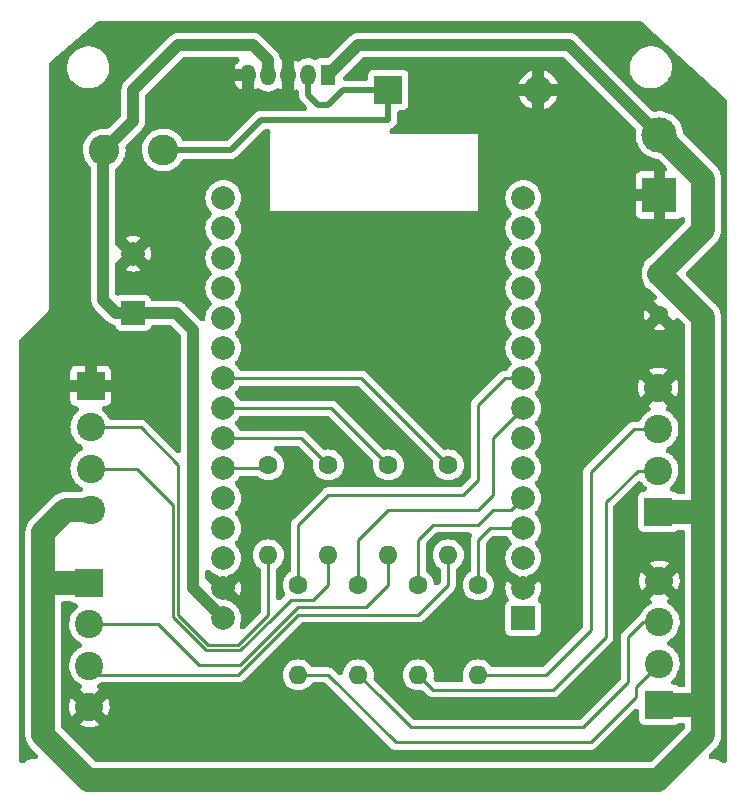
<source format=gbr>
%TF.GenerationSoftware,KiCad,Pcbnew,(6.0.9)*%
%TF.CreationDate,2023-01-01T04:26:49+02:00*%
%TF.ProjectId,ESP32_LEDCONTROLLER,45535033-325f-44c4-9544-434f4e54524f,rev?*%
%TF.SameCoordinates,Original*%
%TF.FileFunction,Copper,L1,Top*%
%TF.FilePolarity,Positive*%
%FSLAX46Y46*%
G04 Gerber Fmt 4.6, Leading zero omitted, Abs format (unit mm)*
G04 Created by KiCad (PCBNEW (6.0.9)) date 2023-01-01 04:26:49*
%MOMM*%
%LPD*%
G01*
G04 APERTURE LIST*
%TA.AperFunction,ComponentPad*%
%ADD10C,2.000000*%
%TD*%
%TA.AperFunction,ComponentPad*%
%ADD11R,2.000000X2.000000*%
%TD*%
%TA.AperFunction,ComponentPad*%
%ADD12C,2.600000*%
%TD*%
%TA.AperFunction,ComponentPad*%
%ADD13R,1.275000X1.800000*%
%TD*%
%TA.AperFunction,ComponentPad*%
%ADD14O,1.275000X1.800000*%
%TD*%
%TA.AperFunction,ComponentPad*%
%ADD15O,1.600000X1.600000*%
%TD*%
%TA.AperFunction,ComponentPad*%
%ADD16C,1.600000*%
%TD*%
%TA.AperFunction,ComponentPad*%
%ADD17R,2.400000X2.400000*%
%TD*%
%TA.AperFunction,ComponentPad*%
%ADD18C,2.400000*%
%TD*%
%TA.AperFunction,ComponentPad*%
%ADD19R,1.600000X1.600000*%
%TD*%
%TA.AperFunction,ComponentPad*%
%ADD20O,2.400000X2.400000*%
%TD*%
%TA.AperFunction,ComponentPad*%
%ADD21C,3.000000*%
%TD*%
%TA.AperFunction,ComponentPad*%
%ADD22R,3.000000X3.000000*%
%TD*%
%TA.AperFunction,Conductor*%
%ADD23C,0.500000*%
%TD*%
%TA.AperFunction,Conductor*%
%ADD24C,0.250000*%
%TD*%
%TA.AperFunction,Conductor*%
%ADD25C,2.000000*%
%TD*%
%TA.AperFunction,Conductor*%
%ADD26C,1.000000*%
%TD*%
G04 APERTURE END LIST*
D10*
%TO.P,U2,30,VIN*%
%TO.N,VCC*%
X104140000Y-141245000D03*
%TO.P,U2,29,GND*%
%TO.N,GND*%
X104140000Y-138705000D03*
%TO.P,U2,28,D13*%
%TO.N,unconnected-(U2-Pad28)*%
X104140000Y-136165000D03*
%TO.P,U2,27,D12*%
%TO.N,unconnected-(U2-Pad27)*%
X104140000Y-133625000D03*
%TO.P,U2,26,D14*%
%TO.N,unconnected-(U2-Pad26)*%
X104140000Y-131085000D03*
%TO.P,U2,25,D27*%
%TO.N,Net-(U2-Pad25)*%
X104140000Y-128545000D03*
%TO.P,U2,24,D26*%
%TO.N,Net-(R6-Pad1)*%
X104140000Y-126005000D03*
%TO.P,U2,23,D25*%
%TO.N,Net-(U2-Pad23)*%
X104140000Y-123465000D03*
%TO.P,U2,22,D33*%
%TO.N,Net-(R8-Pad1)*%
X104140000Y-120925000D03*
%TO.P,U2,21,D32*%
%TO.N,unconnected-(U2-Pad21)*%
X104140000Y-118385000D03*
%TO.P,U2,20,D35*%
%TO.N,unconnected-(U2-Pad20)*%
X104140000Y-115845000D03*
%TO.P,U2,19,D34*%
%TO.N,unconnected-(U2-Pad19)*%
X104140000Y-113305000D03*
%TO.P,U2,18,VN*%
%TO.N,unconnected-(U2-Pad18)*%
X104140000Y-110765000D03*
%TO.P,U2,17,VP*%
%TO.N,unconnected-(U2-Pad17)*%
X104140000Y-108225000D03*
%TO.P,U2,16,EN*%
%TO.N,unconnected-(U2-Pad16)*%
X104140000Y-105685000D03*
%TO.P,U2,15,D23*%
%TO.N,unconnected-(U2-Pad15)*%
X129540000Y-105685000D03*
%TO.P,U2,14,D22*%
%TO.N,unconnected-(U2-Pad14)*%
X129540000Y-108225000D03*
%TO.P,U2,13,TX0*%
%TO.N,unconnected-(U2-Pad13)*%
X129540000Y-110765000D03*
%TO.P,U2,12,RX0*%
%TO.N,unconnected-(U2-Pad12)*%
X129540000Y-113305000D03*
%TO.P,U2,11,D21*%
%TO.N,unconnected-(U2-Pad11)*%
X129540000Y-115845000D03*
%TO.P,U2,10,D19*%
%TO.N,unconnected-(U2-Pad10)*%
X129540000Y-118385000D03*
%TO.P,U2,9,D18*%
%TO.N,Net-(R4-Pad1)*%
X129540000Y-120925000D03*
%TO.P,U2,8,D5*%
%TO.N,Net-(R3-Pad1)*%
X129540000Y-123465000D03*
%TO.P,U2,7,TX2*%
%TO.N,unconnected-(U2-Pad7)*%
X129540000Y-126005000D03*
%TO.P,U2,6,RX2*%
%TO.N,unconnected-(U2-Pad6)*%
X129540000Y-128545000D03*
%TO.P,U2,5,D4*%
%TO.N,Net-(R2-Pad1)*%
X129540000Y-131085000D03*
%TO.P,U2,4,D2*%
%TO.N,Net-(R1-Pad1)*%
X129540000Y-133625000D03*
%TO.P,U2,3,D15*%
%TO.N,unconnected-(U2-Pad3)*%
X129540000Y-136165000D03*
%TO.P,U2,2,GND*%
%TO.N,GND*%
X129540000Y-138705000D03*
D11*
%TO.P,U2,1,3V3*%
%TO.N,unconnected-(U2-Pad1)*%
X129540000Y-141245000D03*
%TD*%
D10*
%TO.P,C2,2*%
%TO.N,GND*%
X96520000Y-110397677D03*
D11*
%TO.P,C2,1*%
%TO.N,VCC*%
X96520000Y-115397677D03*
%TD*%
D12*
%TO.P,L1,1,1*%
%TO.N,Net-(D1-Pad1)*%
X99060000Y-101600000D03*
%TO.P,L1,2,2*%
%TO.N,VCC*%
X94060000Y-101600000D03*
%TD*%
D13*
%TO.P,U1,1,VIN*%
%TO.N,VSS*%
X113030000Y-95250000D03*
D14*
%TO.P,U1,2,OUT*%
%TO.N,Net-(D1-Pad1)*%
X111330000Y-95250000D03*
%TO.P,U1,3,GND*%
%TO.N,GND*%
X109630000Y-95250000D03*
%TO.P,U1,4,FB*%
%TO.N,VCC*%
X107930000Y-95250000D03*
%TO.P,U1,5,~{ON}/OFF*%
%TO.N,GND*%
X106230000Y-95250000D03*
%TD*%
D15*
%TO.P,R8,2*%
%TO.N,Net-(J4-Pad3)*%
X123190000Y-135890000D03*
D16*
%TO.P,R8,1*%
%TO.N,Net-(R8-Pad1)*%
X123190000Y-128270000D03*
%TD*%
D17*
%TO.P,J5,1,Pin_1*%
%TO.N,GND*%
X92910000Y-121580000D03*
D18*
%TO.P,J5,2,Pin_2*%
%TO.N,Net-(J5-Pad2)*%
X92910000Y-125080000D03*
%TO.P,J5,3,Pin_3*%
%TO.N,Net-(J5-Pad3)*%
X92910000Y-128580000D03*
%TO.P,J5,4,Pin_4*%
%TO.N,VSS*%
X92910000Y-132080000D03*
%TD*%
%TO.P,J4,4,Pin_4*%
%TO.N,GND*%
X92810000Y-148760000D03*
%TO.P,J4,3,Pin_3*%
%TO.N,Net-(J4-Pad3)*%
X92810000Y-145260000D03*
%TO.P,J4,2,Pin_2*%
%TO.N,Net-(J4-Pad2)*%
X92810000Y-141760000D03*
D17*
%TO.P,J4,1,Pin_1*%
%TO.N,VSS*%
X92810000Y-138260000D03*
%TD*%
%TO.P,J3,1,Pin_1*%
%TO.N,VSS*%
X140970000Y-132250000D03*
D18*
%TO.P,J3,2,Pin_2*%
%TO.N,Net-(J3-Pad2)*%
X140970000Y-128750000D03*
%TO.P,J3,3,Pin_3*%
%TO.N,Net-(J3-Pad3)*%
X140970000Y-125250000D03*
%TO.P,J3,4,Pin_4*%
%TO.N,GND*%
X140970000Y-121750000D03*
%TD*%
D17*
%TO.P,J2,1,Pin_1*%
%TO.N,VSS*%
X141070000Y-148590000D03*
D18*
%TO.P,J2,2,Pin_2*%
%TO.N,Net-(J2-Pad2)*%
X141070000Y-145090000D03*
%TO.P,J2,3,Pin_3*%
%TO.N,Net-(J2-Pad3)*%
X141070000Y-141590000D03*
%TO.P,J2,4,Pin_4*%
%TO.N,GND*%
X141070000Y-138090000D03*
%TD*%
D16*
%TO.P,C1,2*%
%TO.N,GND*%
X141070000Y-115570000D03*
D19*
%TO.P,C1,1*%
%TO.N,VSS*%
X141070000Y-112070000D03*
%TD*%
D15*
%TO.P,R5,2*%
%TO.N,Net-(J4-Pad2)*%
X118110000Y-135890000D03*
D16*
%TO.P,R5,1*%
%TO.N,Net-(U2-Pad23)*%
X118110000Y-128270000D03*
%TD*%
%TO.P,R4,1*%
%TO.N,Net-(R4-Pad1)*%
X110490000Y-138430000D03*
D15*
%TO.P,R4,2*%
%TO.N,Net-(J2-Pad2)*%
X110490000Y-146050000D03*
%TD*%
D16*
%TO.P,R3,1*%
%TO.N,Net-(R3-Pad1)*%
X115570000Y-138430000D03*
D15*
%TO.P,R3,2*%
%TO.N,Net-(J2-Pad3)*%
X115570000Y-146050000D03*
%TD*%
D16*
%TO.P,R1,1*%
%TO.N,Net-(R1-Pad1)*%
X125730000Y-138430000D03*
D15*
%TO.P,R1,2*%
%TO.N,Net-(J3-Pad3)*%
X125730000Y-146050000D03*
%TD*%
D20*
%TO.P,D1,2,A*%
%TO.N,GND*%
X130810000Y-96520000D03*
D17*
%TO.P,D1,1,K*%
%TO.N,Net-(D1-Pad1)*%
X118110000Y-96520000D03*
%TD*%
D16*
%TO.P,R2,1*%
%TO.N,Net-(R2-Pad1)*%
X120650000Y-138430000D03*
D15*
%TO.P,R2,2*%
%TO.N,Net-(J3-Pad2)*%
X120650000Y-146050000D03*
%TD*%
%TO.P,R6,2*%
%TO.N,Net-(J5-Pad3)*%
X113030000Y-135890000D03*
D16*
%TO.P,R6,1*%
%TO.N,Net-(R6-Pad1)*%
X113030000Y-128270000D03*
%TD*%
D21*
%TO.P,J1,2,Pin_2*%
%TO.N,VSS*%
X141070000Y-100330000D03*
D22*
%TO.P,J1,1,Pin_1*%
%TO.N,GND*%
X141070000Y-105410000D03*
%TD*%
D15*
%TO.P,R7,2*%
%TO.N,Net-(J5-Pad2)*%
X107950000Y-135890000D03*
D16*
%TO.P,R7,1*%
%TO.N,Net-(U2-Pad25)*%
X107950000Y-128270000D03*
%TD*%
D23*
%TO.N,Net-(D1-Pad1)*%
X111330000Y-96950000D02*
X112170000Y-97790000D01*
X111330000Y-95250000D02*
X111330000Y-96950000D01*
X118110000Y-99060000D02*
X118110000Y-96520000D01*
X107315000Y-99060000D02*
X118110000Y-99060000D01*
X104775000Y-101600000D02*
X107315000Y-99060000D01*
X99060000Y-101600000D02*
X104775000Y-101600000D01*
D24*
%TO.N,Net-(J2-Pad2)*%
X141070000Y-145090000D02*
X139065000Y-147095000D01*
X139065000Y-147095000D02*
X139065000Y-147955000D01*
%TO.N,Net-(J4-Pad3)*%
X123190000Y-138430000D02*
X120650000Y-140970000D01*
X123190000Y-135890000D02*
X123190000Y-138430000D01*
X93600000Y-146050000D02*
X92810000Y-145260000D01*
X105411396Y-146050000D02*
X93600000Y-146050000D01*
%TO.N,Net-(J5-Pad2)*%
X97140000Y-125080000D02*
X92910000Y-125080000D01*
D25*
%TO.N,VSS*%
X89070000Y-138260000D02*
X92810000Y-138260000D01*
X88900000Y-138430000D02*
X89070000Y-138260000D01*
X88900000Y-138430000D02*
X88900000Y-133985000D01*
X88900000Y-149225000D02*
X88900000Y-138430000D01*
X88900000Y-151130000D02*
X88900000Y-149225000D01*
X88900000Y-133985000D02*
X90805000Y-132080000D01*
X92710000Y-154940000D02*
X88900000Y-151130000D01*
X140970000Y-154940000D02*
X92710000Y-154940000D01*
X144780000Y-151130000D02*
X140970000Y-154940000D01*
X90805000Y-132080000D02*
X92910000Y-132080000D01*
X144780000Y-148590000D02*
X144780000Y-151130000D01*
D24*
%TO.N,Net-(J3-Pad2)*%
X139220000Y-128750000D02*
X140970000Y-128750000D01*
X136525000Y-131445000D02*
X139220000Y-128750000D01*
X136525000Y-142875000D02*
X136525000Y-131445000D01*
X132080000Y-147320000D02*
X136525000Y-142875000D01*
X121920000Y-147320000D02*
X132080000Y-147320000D01*
X120650000Y-146050000D02*
X121920000Y-147320000D01*
%TO.N,Net-(J3-Pad3)*%
X135255000Y-128905000D02*
X137160000Y-127000000D01*
X131445000Y-146050000D02*
X133985000Y-143510000D01*
X133985000Y-143510000D02*
X135255000Y-142240000D01*
X135255000Y-142240000D02*
X135255000Y-128905000D01*
X125730000Y-146050000D02*
X131445000Y-146050000D01*
%TO.N,Net-(J2-Pad2)*%
X135255000Y-151765000D02*
X139065000Y-147955000D01*
X113030000Y-146050000D02*
X118745000Y-151765000D01*
X118745000Y-151765000D02*
X135255000Y-151765000D01*
X110490000Y-146050000D02*
X113030000Y-146050000D01*
%TO.N,Net-(J2-Pad3)*%
X134620000Y-150495000D02*
X137160000Y-147955000D01*
X120015000Y-150495000D02*
X134620000Y-150495000D01*
X117475000Y-147955000D02*
X120015000Y-150495000D01*
X138430000Y-142875000D02*
X139715000Y-141590000D01*
X138430000Y-146685000D02*
X138430000Y-142875000D01*
X137160000Y-147955000D02*
X138430000Y-146685000D01*
X139715000Y-141590000D02*
X141070000Y-141590000D01*
X115570000Y-146050000D02*
X117475000Y-147955000D01*
%TO.N,Net-(J3-Pad3)*%
X138910000Y-125250000D02*
X140970000Y-125250000D01*
X137160000Y-127000000D02*
X138910000Y-125250000D01*
%TO.N,Net-(J5-Pad3)*%
X108268198Y-141288198D02*
X109855000Y-139701396D01*
X102683604Y-143960000D02*
X105596396Y-143960000D01*
X99880000Y-140335000D02*
X99880000Y-141156396D01*
X99880000Y-131630000D02*
X99880000Y-140335000D01*
X96830000Y-128580000D02*
X99880000Y-131630000D01*
X99880000Y-141156396D02*
X102683604Y-143960000D01*
X105596396Y-143960000D02*
X108268198Y-141288198D01*
%TO.N,Net-(J4-Pad3)*%
X110491396Y-140970000D02*
X105411396Y-146050000D01*
X120650000Y-140970000D02*
X110491396Y-140970000D01*
%TO.N,Net-(J4-Pad2)*%
X105595000Y-145230000D02*
X102050000Y-145230000D01*
X110490000Y-140335000D02*
X105595000Y-145230000D01*
X116205000Y-140335000D02*
X110490000Y-140335000D01*
X118110000Y-138430000D02*
X116205000Y-140335000D01*
X98580000Y-141760000D02*
X92810000Y-141760000D01*
X118110000Y-135890000D02*
X118110000Y-138430000D01*
X102050000Y-145230000D02*
X98580000Y-141760000D01*
%TO.N,Net-(J5-Pad3)*%
X111760000Y-139700000D02*
X109855000Y-139700000D01*
X113030000Y-138430000D02*
X111760000Y-139700000D01*
X113030000Y-135890000D02*
X113030000Y-138430000D01*
X96830000Y-128580000D02*
X92910000Y-128580000D01*
%TO.N,Net-(J5-Pad2)*%
X100330000Y-128270000D02*
X97140000Y-125080000D01*
X100330000Y-140970000D02*
X100330000Y-128270000D01*
X102870000Y-143510000D02*
X100330000Y-140970000D01*
X105410000Y-143510000D02*
X102870000Y-143510000D01*
X107950000Y-140970000D02*
X105410000Y-143510000D01*
X107950000Y-135890000D02*
X107950000Y-140970000D01*
D25*
%TO.N,VSS*%
X144610000Y-132250000D02*
X140970000Y-132250000D01*
X144780000Y-132080000D02*
X144610000Y-132250000D01*
X144780000Y-132080000D02*
X144780000Y-148590000D01*
X144780000Y-115780000D02*
X144780000Y-132080000D01*
X144780000Y-148590000D02*
X141070000Y-148590000D01*
X141070000Y-112070000D02*
X144780000Y-115780000D01*
X144780000Y-104040000D02*
X144780000Y-108360000D01*
X144780000Y-108360000D02*
X141070000Y-112070000D01*
X141070000Y-100330000D02*
X144780000Y-104040000D01*
D23*
%TO.N,Net-(D1-Pad1)*%
X113030000Y-97790000D02*
X112170000Y-97790000D01*
X114300000Y-96520000D02*
X113030000Y-97790000D01*
X118110000Y-96520000D02*
X114300000Y-96520000D01*
D26*
%TO.N,VCC*%
X101600000Y-138705000D02*
X104140000Y-141245000D01*
X101600000Y-116840000D02*
X101600000Y-138705000D01*
X100157677Y-115397677D02*
X101600000Y-116840000D01*
X96520000Y-115397677D02*
X100157677Y-115397677D01*
X95077677Y-115397677D02*
X96520000Y-115397677D01*
X93980000Y-114300000D02*
X95077677Y-115397677D01*
X93980000Y-101680000D02*
X93980000Y-114300000D01*
X96520000Y-99140000D02*
X93980000Y-101680000D01*
X106680000Y-92710000D02*
X107950000Y-93980000D01*
D24*
X107950000Y-93980000D02*
X107930000Y-94000000D01*
D26*
X100330000Y-92710000D02*
X106680000Y-92710000D01*
X96520000Y-96520000D02*
X100330000Y-92710000D01*
X96520000Y-99140000D02*
X96520000Y-96520000D01*
X107930000Y-94000000D02*
X107930000Y-95250000D01*
%TO.N,VSS*%
X115570000Y-92710000D02*
X113030000Y-95250000D01*
X133450000Y-92710000D02*
X115570000Y-92710000D01*
X141070000Y-100330000D02*
X133450000Y-92710000D01*
D24*
%TO.N,Net-(U2-Pad23)*%
X104140000Y-123465000D02*
X113305000Y-123465000D01*
X113305000Y-123465000D02*
X118110000Y-128270000D01*
%TO.N,Net-(R8-Pad1)*%
X115845000Y-120925000D02*
X123190000Y-128270000D01*
%TO.N,Net-(R6-Pad1)*%
X104140000Y-126005000D02*
X110765000Y-126005000D01*
X110765000Y-126005000D02*
X113030000Y-128270000D01*
%TO.N,Net-(R8-Pad1)*%
X104140000Y-120925000D02*
X115845000Y-120925000D01*
%TO.N,Net-(U2-Pad25)*%
X104140000Y-128545000D02*
X107675000Y-128545000D01*
%TO.N,Net-(R4-Pad1)*%
X125730000Y-123190000D02*
X125730000Y-129540000D01*
%TO.N,Net-(R3-Pad1)*%
X127000000Y-126005000D02*
X127000000Y-130810000D01*
%TO.N,Net-(R4-Pad1)*%
X127995000Y-120925000D02*
X125730000Y-123190000D01*
%TO.N,Net-(R3-Pad1)*%
X129540000Y-123465000D02*
X127000000Y-126005000D01*
%TO.N,Net-(R4-Pad1)*%
X129540000Y-120925000D02*
X127995000Y-120925000D01*
X125730000Y-129540000D02*
X124460000Y-130810000D01*
%TO.N,Net-(R1-Pad1)*%
X126725000Y-133625000D02*
X125730000Y-134620000D01*
X129540000Y-133625000D02*
X126725000Y-133625000D01*
%TO.N,Net-(R3-Pad1)*%
X127000000Y-130810000D02*
X125730000Y-132080000D01*
X125730000Y-132080000D02*
X118110000Y-132080000D01*
%TO.N,Net-(R2-Pad1)*%
X127000000Y-132080000D02*
X125730000Y-133350000D01*
X125730000Y-133350000D02*
X121920000Y-133350000D01*
X128270000Y-132080000D02*
X127000000Y-132080000D01*
%TO.N,Net-(R1-Pad1)*%
X125730000Y-134620000D02*
X125730000Y-138430000D01*
%TO.N,Net-(R2-Pad1)*%
X128545000Y-132080000D02*
X128270000Y-132080000D01*
X129540000Y-131085000D02*
X128545000Y-132080000D01*
X120650000Y-134620000D02*
X120650000Y-138430000D01*
X121920000Y-133350000D02*
X120650000Y-134620000D01*
%TO.N,Net-(R3-Pad1)*%
X118110000Y-132080000D02*
X115570000Y-134620000D01*
X115570000Y-134620000D02*
X115570000Y-138430000D01*
%TO.N,Net-(R4-Pad1)*%
X110490000Y-133350000D02*
X110490000Y-138430000D01*
X113030000Y-130810000D02*
X110490000Y-133350000D01*
X124460000Y-130810000D02*
X113030000Y-130810000D01*
%TO.N,Net-(U2-Pad25)*%
X107675000Y-128545000D02*
X107950000Y-128270000D01*
%TD*%
%TA.AperFunction,Conductor*%
%TO.N,GND*%
G36*
X139500633Y-90697454D02*
G01*
X139573600Y-90743949D01*
X140701757Y-91778093D01*
X146730755Y-97304674D01*
X146788190Y-97383034D01*
X146811265Y-97477409D01*
X146811500Y-97488225D01*
X146811500Y-153268344D01*
X146792546Y-153363632D01*
X146738570Y-153444414D01*
X146657788Y-153498390D01*
X146562500Y-153517344D01*
X146467212Y-153498390D01*
X146420571Y-153472934D01*
X146320188Y-153403296D01*
X146083106Y-153286380D01*
X145921948Y-153234793D01*
X145840148Y-153208608D01*
X145840145Y-153208607D01*
X145831347Y-153205791D01*
X145822233Y-153204307D01*
X145822230Y-153204306D01*
X145753797Y-153193161D01*
X145570441Y-153163300D01*
X145561211Y-153163179D01*
X145561209Y-153163179D01*
X145479096Y-153162104D01*
X145384064Y-153141904D01*
X145303996Y-153086874D01*
X145251082Y-153005393D01*
X145233377Y-152909865D01*
X145253577Y-152814833D01*
X145306286Y-152737055D01*
X145828508Y-152214833D01*
X145833459Y-152210020D01*
X145904681Y-152142668D01*
X145921821Y-152120250D01*
X145950453Y-152082801D01*
X145958639Y-152072656D01*
X146000987Y-152022897D01*
X146007470Y-152015280D01*
X146012655Y-152006719D01*
X146021036Y-151992881D01*
X146036212Y-151970633D01*
X146046049Y-151957767D01*
X146046051Y-151957764D01*
X146052120Y-151949826D01*
X146074246Y-151908561D01*
X146087731Y-151883412D01*
X146094174Y-151872116D01*
X146133221Y-151807642D01*
X146136964Y-151798378D01*
X146136968Y-151798370D01*
X146143038Y-151783347D01*
X146154456Y-151758972D01*
X146162106Y-151744704D01*
X146162108Y-151744700D01*
X146166831Y-151735891D01*
X146191367Y-151664635D01*
X146195923Y-151652449D01*
X146220410Y-151591844D01*
X146220412Y-151591838D01*
X146224156Y-151582571D01*
X146229960Y-151557026D01*
X146237337Y-151531127D01*
X146238349Y-151528188D01*
X146245862Y-151506369D01*
X146258689Y-151432106D01*
X146261244Y-151419322D01*
X146266225Y-151397397D01*
X146277935Y-151345855D01*
X146279580Y-151319709D01*
X146282722Y-151292966D01*
X146285847Y-151274876D01*
X146285847Y-151274874D01*
X146287179Y-151267164D01*
X146288500Y-151238075D01*
X146288500Y-151185770D01*
X146288991Y-151170134D01*
X146291472Y-151130702D01*
X146293178Y-151103587D01*
X146289688Y-151067993D01*
X146288500Y-151043695D01*
X146288500Y-148630618D01*
X146288756Y-148619322D01*
X146292033Y-148547167D01*
X146292033Y-148547162D01*
X146292486Y-148537183D01*
X146290150Y-148516992D01*
X146288500Y-148488375D01*
X146288500Y-132135771D01*
X146288991Y-132120135D01*
X146293178Y-132053588D01*
X146289688Y-132017995D01*
X146288500Y-131993697D01*
X146288500Y-115805719D01*
X146288597Y-115798765D01*
X146291055Y-115710792D01*
X146291055Y-115710788D01*
X146291334Y-115700795D01*
X146288016Y-115675929D01*
X146281368Y-115626100D01*
X146279983Y-115613140D01*
X146275641Y-115559176D01*
X146273940Y-115538035D01*
X146267692Y-115512596D01*
X146262692Y-115486133D01*
X146260553Y-115470099D01*
X146260552Y-115470093D01*
X146259229Y-115460180D01*
X146237450Y-115388046D01*
X146234014Y-115375485D01*
X146223212Y-115331507D01*
X146216037Y-115302294D01*
X146212132Y-115293095D01*
X146212129Y-115293085D01*
X146205800Y-115278174D01*
X146196636Y-115252859D01*
X146191958Y-115237364D01*
X146191954Y-115237353D01*
X146189067Y-115227792D01*
X146184686Y-115218810D01*
X146184683Y-115218802D01*
X146156034Y-115160063D01*
X146150627Y-115148199D01*
X146144019Y-115132630D01*
X146121188Y-115078844D01*
X146107233Y-115056685D01*
X146094135Y-115033153D01*
X146082654Y-115009612D01*
X146039213Y-114948031D01*
X146031994Y-114937207D01*
X145997157Y-114881887D01*
X145997156Y-114881885D01*
X145991833Y-114873433D01*
X145974505Y-114853778D01*
X145957831Y-114832665D01*
X145942726Y-114811253D01*
X145923091Y-114789750D01*
X145886095Y-114752754D01*
X145875387Y-114741350D01*
X145837912Y-114698843D01*
X145831302Y-114691345D01*
X145803669Y-114668647D01*
X145785647Y-114652306D01*
X143379411Y-112246070D01*
X143325435Y-112165288D01*
X143306481Y-112070000D01*
X143325435Y-111974712D01*
X143379411Y-111893930D01*
X144518100Y-110755242D01*
X145828509Y-109444833D01*
X145833494Y-109439986D01*
X145897413Y-109379541D01*
X145904681Y-109372668D01*
X145950460Y-109312792D01*
X145958614Y-109302687D01*
X146007470Y-109245280D01*
X146012654Y-109236721D01*
X146021036Y-109222881D01*
X146036212Y-109200633D01*
X146046049Y-109187767D01*
X146046051Y-109187764D01*
X146052120Y-109179826D01*
X146056840Y-109171024D01*
X146056846Y-109171014D01*
X146087735Y-109113406D01*
X146094193Y-109102084D01*
X146123472Y-109053738D01*
X146133220Y-109037643D01*
X146136963Y-109028380D01*
X146136967Y-109028371D01*
X146143032Y-109013359D01*
X146154457Y-108988969D01*
X146162105Y-108974707D01*
X146162110Y-108974696D01*
X146166831Y-108965891D01*
X146191359Y-108894657D01*
X146195923Y-108882449D01*
X146220410Y-108821841D01*
X146220411Y-108821837D01*
X146224155Y-108812571D01*
X146229956Y-108787038D01*
X146237336Y-108761130D01*
X146242606Y-108745825D01*
X146245862Y-108736369D01*
X146258692Y-108662091D01*
X146261240Y-108649340D01*
X146277935Y-108575856D01*
X146278563Y-108565878D01*
X146278565Y-108565862D01*
X146279581Y-108549709D01*
X146282722Y-108522967D01*
X146285847Y-108504875D01*
X146287179Y-108497164D01*
X146288500Y-108468075D01*
X146288500Y-108415771D01*
X146288991Y-108400135D01*
X146292550Y-108343563D01*
X146293178Y-108333588D01*
X146289688Y-108297995D01*
X146288500Y-108273697D01*
X146288500Y-104065719D01*
X146288597Y-104058765D01*
X146291055Y-103970792D01*
X146291055Y-103970788D01*
X146291334Y-103960795D01*
X146288016Y-103935929D01*
X146281368Y-103886100D01*
X146279983Y-103873140D01*
X146278080Y-103849491D01*
X146273940Y-103798035D01*
X146267692Y-103772596D01*
X146262692Y-103746133D01*
X146260553Y-103730099D01*
X146260552Y-103730093D01*
X146259229Y-103720180D01*
X146237450Y-103648046D01*
X146234014Y-103635485D01*
X146218420Y-103571998D01*
X146216037Y-103562294D01*
X146212132Y-103553095D01*
X146212129Y-103553085D01*
X146205800Y-103538174D01*
X146196636Y-103512859D01*
X146191958Y-103497364D01*
X146191954Y-103497353D01*
X146189067Y-103487792D01*
X146184686Y-103478810D01*
X146184683Y-103478802D01*
X146156034Y-103420063D01*
X146150627Y-103408199D01*
X146150145Y-103407062D01*
X146121188Y-103338844D01*
X146107233Y-103316685D01*
X146094135Y-103293153D01*
X146093097Y-103291025D01*
X146082654Y-103269612D01*
X146039213Y-103208031D01*
X146031994Y-103197207D01*
X145997157Y-103141887D01*
X145997156Y-103141885D01*
X145991833Y-103133433D01*
X145974505Y-103113778D01*
X145957831Y-103092665D01*
X145942726Y-103071253D01*
X145923091Y-103049750D01*
X145886095Y-103012754D01*
X145875387Y-103001350D01*
X145837912Y-102958843D01*
X145831302Y-102951345D01*
X145803669Y-102928647D01*
X145785647Y-102912306D01*
X143140407Y-100267066D01*
X143086431Y-100186284D01*
X143068054Y-100107931D01*
X143065144Y-100065239D01*
X143065144Y-100065236D01*
X143064567Y-100056778D01*
X143009032Y-99788612D01*
X142917617Y-99530465D01*
X142893488Y-99483715D01*
X142795903Y-99294648D01*
X142795900Y-99294644D01*
X142792013Y-99287112D01*
X142773118Y-99260226D01*
X142639422Y-99069996D01*
X142639420Y-99069994D01*
X142634545Y-99063057D01*
X142566630Y-98989971D01*
X142453903Y-98868663D01*
X142448125Y-98862445D01*
X142365963Y-98795196D01*
X142242768Y-98694361D01*
X142242761Y-98694356D01*
X142236205Y-98688990D01*
X142002704Y-98545901D01*
X141751945Y-98435825D01*
X141488566Y-98360800D01*
X141480180Y-98359606D01*
X141480173Y-98359605D01*
X141330417Y-98338292D01*
X141217443Y-98322213D01*
X141089290Y-98321542D01*
X140952070Y-98320824D01*
X140952065Y-98320824D01*
X140943591Y-98320780D01*
X140923637Y-98323407D01*
X140680485Y-98355418D01*
X140680482Y-98355419D01*
X140672078Y-98356525D01*
X140671969Y-98355697D01*
X140582042Y-98355937D01*
X140492184Y-98318997D01*
X140453898Y-98287663D01*
X136734548Y-94568314D01*
X138552124Y-94568314D01*
X138552568Y-94577549D01*
X138553856Y-94604367D01*
X138553856Y-94604368D01*
X138564130Y-94818255D01*
X138564807Y-94832352D01*
X138616378Y-95091616D01*
X138619499Y-95100308D01*
X138619499Y-95100309D01*
X138699830Y-95324049D01*
X138705704Y-95340410D01*
X138830822Y-95573267D01*
X138988985Y-95785073D01*
X139176718Y-95971174D01*
X139184155Y-95976627D01*
X139184162Y-95976633D01*
X139380764Y-96120787D01*
X139389896Y-96127483D01*
X139398060Y-96131779D01*
X139398066Y-96131782D01*
X139615653Y-96246260D01*
X139615656Y-96246261D01*
X139623836Y-96250565D01*
X139632565Y-96253613D01*
X139632569Y-96253615D01*
X139736827Y-96290023D01*
X139873400Y-96337716D01*
X140023805Y-96366271D01*
X140124027Y-96385299D01*
X140124031Y-96385299D01*
X140133104Y-96387022D01*
X140142330Y-96387385D01*
X140142334Y-96387385D01*
X140251707Y-96391682D01*
X140397243Y-96397401D01*
X140406418Y-96396396D01*
X140406422Y-96396396D01*
X140650834Y-96369628D01*
X140650840Y-96369627D01*
X140660015Y-96368622D01*
X140915647Y-96301320D01*
X141033782Y-96250565D01*
X141150035Y-96200619D01*
X141150038Y-96200618D01*
X141158523Y-96196972D01*
X141263869Y-96131782D01*
X141375457Y-96062729D01*
X141375459Y-96062727D01*
X141383307Y-96057871D01*
X141585063Y-95887073D01*
X141759356Y-95688329D01*
X141902359Y-95466006D01*
X142010930Y-95224988D01*
X142053712Y-95073295D01*
X142080173Y-94979471D01*
X142080174Y-94979467D01*
X142082683Y-94970570D01*
X142087079Y-94936019D01*
X142102919Y-94811500D01*
X142116043Y-94708340D01*
X142117300Y-94660347D01*
X142118324Y-94621240D01*
X142118324Y-94621232D01*
X142118487Y-94615000D01*
X142098897Y-94351384D01*
X142040557Y-94093559D01*
X142037211Y-94084956D01*
X142037209Y-94084948D01*
X141948096Y-93855795D01*
X141948094Y-93855791D01*
X141944749Y-93847189D01*
X141940169Y-93839175D01*
X141818159Y-93625701D01*
X141818155Y-93625695D01*
X141813578Y-93617687D01*
X141807866Y-93610441D01*
X141807861Y-93610434D01*
X141664099Y-93428074D01*
X141649925Y-93410094D01*
X141457385Y-93228970D01*
X141240188Y-93078296D01*
X141003106Y-92961380D01*
X140841948Y-92909793D01*
X140760148Y-92883608D01*
X140760145Y-92883607D01*
X140751347Y-92880791D01*
X140742233Y-92879307D01*
X140742230Y-92879306D01*
X140673797Y-92868161D01*
X140490441Y-92838300D01*
X140481211Y-92838179D01*
X140481209Y-92838179D01*
X140293252Y-92835719D01*
X140226121Y-92834840D01*
X139964192Y-92870486D01*
X139710410Y-92944457D01*
X139702031Y-92948320D01*
X139702025Y-92948322D01*
X139478740Y-93051258D01*
X139478737Y-93051259D01*
X139470348Y-93055127D01*
X139462622Y-93060193D01*
X139462621Y-93060193D01*
X139359815Y-93127596D01*
X139249282Y-93200065D01*
X139052067Y-93376086D01*
X138883036Y-93579324D01*
X138745901Y-93805314D01*
X138742332Y-93813825D01*
X138742330Y-93813829D01*
X138706454Y-93899385D01*
X138643677Y-94049091D01*
X138641403Y-94058045D01*
X138641402Y-94058048D01*
X138630095Y-94102571D01*
X138578608Y-94305301D01*
X138577682Y-94314492D01*
X138577682Y-94314495D01*
X138553147Y-94558159D01*
X138552124Y-94568314D01*
X136734548Y-94568314D01*
X134211554Y-92045320D01*
X134193576Y-92025283D01*
X134174032Y-92000975D01*
X134134460Y-91967770D01*
X134130889Y-91964655D01*
X134127925Y-91961691D01*
X134095210Y-91934818D01*
X134093267Y-91933204D01*
X134031193Y-91881118D01*
X134031188Y-91881114D01*
X134022526Y-91873846D01*
X134017856Y-91871278D01*
X134013739Y-91867897D01*
X133999213Y-91860108D01*
X133932454Y-91824313D01*
X133930162Y-91823068D01*
X133859129Y-91784017D01*
X133859110Y-91784008D01*
X133849213Y-91778567D01*
X133844131Y-91776955D01*
X133839437Y-91774438D01*
X133828636Y-91771136D01*
X133828631Y-91771134D01*
X133751212Y-91747465D01*
X133748721Y-91746689D01*
X133671473Y-91722184D01*
X133671467Y-91722182D01*
X133660694Y-91718765D01*
X133655398Y-91718171D01*
X133650302Y-91716613D01*
X133639053Y-91715470D01*
X133639051Y-91715470D01*
X133558411Y-91707278D01*
X133555879Y-91707008D01*
X133506773Y-91701500D01*
X133502543Y-91701500D01*
X133498007Y-91701143D01*
X133470579Y-91698357D01*
X133465648Y-91697856D01*
X133465647Y-91697856D01*
X133453538Y-91696626D01*
X133422092Y-91699599D01*
X133413666Y-91700395D01*
X133390233Y-91701500D01*
X115638505Y-91701500D01*
X115611612Y-91700043D01*
X115592719Y-91697990D01*
X115592705Y-91697990D01*
X115580611Y-91696676D01*
X115568483Y-91697737D01*
X115568479Y-91697737D01*
X115529144Y-91701178D01*
X115524426Y-91701500D01*
X115520231Y-91701500D01*
X115514166Y-91702095D01*
X115514161Y-91702095D01*
X115484562Y-91704998D01*
X115478197Y-91705622D01*
X115475614Y-91705862D01*
X115466877Y-91706627D01*
X115394842Y-91712928D01*
X115394835Y-91712929D01*
X115383587Y-91713913D01*
X115378468Y-91715400D01*
X115373167Y-91715920D01*
X115362355Y-91719184D01*
X115362352Y-91719185D01*
X115284744Y-91742616D01*
X115282247Y-91743355D01*
X115204514Y-91765939D01*
X115204508Y-91765941D01*
X115193663Y-91769092D01*
X115188934Y-91771543D01*
X115183831Y-91773084D01*
X115102241Y-91816466D01*
X115100052Y-91817615D01*
X115028111Y-91854905D01*
X115028106Y-91854908D01*
X115018074Y-91860108D01*
X115013911Y-91863431D01*
X115009204Y-91865934D01*
X115000447Y-91873076D01*
X115000443Y-91873079D01*
X114937643Y-91924298D01*
X114935630Y-91925923D01*
X114897027Y-91956739D01*
X114894037Y-91959729D01*
X114890581Y-91962681D01*
X114855938Y-91990935D01*
X114848179Y-92000314D01*
X114848177Y-92000316D01*
X114830410Y-92021793D01*
X114814622Y-92039144D01*
X113085196Y-93768570D01*
X113004414Y-93822546D01*
X112909126Y-93841500D01*
X112344366Y-93841500D01*
X112337678Y-93842226D01*
X112337669Y-93842227D01*
X112297701Y-93846569D01*
X112297698Y-93846570D01*
X112282184Y-93848255D01*
X112145795Y-93899385D01*
X112131602Y-93910022D01*
X112100549Y-93933295D01*
X112012931Y-93975274D01*
X111915919Y-93980528D01*
X111853066Y-93960619D01*
X111852502Y-93962032D01*
X111667476Y-93888214D01*
X111656876Y-93883985D01*
X111450303Y-93842895D01*
X111335856Y-93841397D01*
X111251106Y-93840287D01*
X111251103Y-93840287D01*
X111239701Y-93840138D01*
X111228465Y-93842069D01*
X111228461Y-93842069D01*
X111139709Y-93857320D01*
X111032123Y-93875806D01*
X111021414Y-93879757D01*
X111021413Y-93879757D01*
X110845234Y-93944753D01*
X110845231Y-93944755D01*
X110834520Y-93948706D01*
X110653512Y-94056394D01*
X110644325Y-94064451D01*
X110643718Y-94064801D01*
X110635694Y-94070631D01*
X110635081Y-94069788D01*
X110560190Y-94113028D01*
X110463867Y-94125711D01*
X110370022Y-94100568D01*
X110328567Y-94074790D01*
X110320669Y-94068730D01*
X110161927Y-93968571D01*
X110148990Y-93961979D01*
X110133494Y-93959107D01*
X110130000Y-93977297D01*
X110130000Y-96523495D01*
X110133760Y-96542395D01*
X110142318Y-96540693D01*
X110195187Y-96509239D01*
X110286770Y-96476808D01*
X110383792Y-96481892D01*
X110471482Y-96523718D01*
X110536492Y-96595918D01*
X110568923Y-96687501D01*
X110571500Y-96723231D01*
X110571500Y-96873628D01*
X110569109Y-96905245D01*
X110568976Y-96909050D01*
X110566801Y-96923349D01*
X110567974Y-96937767D01*
X110570680Y-96971040D01*
X110571038Y-96979855D01*
X110571081Y-96979853D01*
X110571500Y-96987067D01*
X110571500Y-96994293D01*
X110572336Y-97001467D01*
X110572337Y-97001478D01*
X110574542Y-97020392D01*
X110575397Y-97029035D01*
X110581140Y-97099637D01*
X110585267Y-97112376D01*
X110586818Y-97125681D01*
X110591752Y-97139275D01*
X110591754Y-97139282D01*
X110610994Y-97192288D01*
X110613815Y-97200504D01*
X110631188Y-97254131D01*
X110631191Y-97254137D01*
X110635649Y-97267899D01*
X110642599Y-97279352D01*
X110647167Y-97291937D01*
X110655095Y-97304029D01*
X110655097Y-97304033D01*
X110686016Y-97351191D01*
X110690636Y-97358513D01*
X110727405Y-97419107D01*
X110734803Y-97427484D01*
X110737529Y-97430210D01*
X110738499Y-97431242D01*
X110744144Y-97439852D01*
X110754646Y-97449800D01*
X110754647Y-97449802D01*
X110799131Y-97491942D01*
X110803958Y-97496639D01*
X111183749Y-97876430D01*
X111237725Y-97957212D01*
X111256679Y-98052500D01*
X111237725Y-98147788D01*
X111183749Y-98228570D01*
X111102967Y-98282546D01*
X111007679Y-98301500D01*
X107391365Y-98301500D01*
X107359764Y-98299110D01*
X107355947Y-98298977D01*
X107341651Y-98296802D01*
X107327238Y-98297974D01*
X107327230Y-98297974D01*
X107293958Y-98300680D01*
X107285146Y-98301038D01*
X107285149Y-98301081D01*
X107277937Y-98301500D01*
X107270707Y-98301500D01*
X107244594Y-98304544D01*
X107235965Y-98305397D01*
X107179782Y-98309967D01*
X107179781Y-98309967D01*
X107165363Y-98311140D01*
X107152624Y-98315267D01*
X107139319Y-98316818D01*
X107125725Y-98321752D01*
X107125718Y-98321754D01*
X107072712Y-98340994D01*
X107064496Y-98343815D01*
X107010869Y-98361188D01*
X107010863Y-98361191D01*
X106997101Y-98365649D01*
X106985648Y-98372599D01*
X106973063Y-98377167D01*
X106913827Y-98416004D01*
X106906487Y-98420635D01*
X106845892Y-98457405D01*
X106837516Y-98464803D01*
X106834793Y-98467526D01*
X106833757Y-98468500D01*
X106825148Y-98474144D01*
X106774495Y-98527614D01*
X106773058Y-98529131D01*
X106768361Y-98533958D01*
X104533749Y-100768570D01*
X104452967Y-100822546D01*
X104357679Y-100841500D01*
X100854112Y-100841500D01*
X100758824Y-100822546D01*
X100678042Y-100768570D01*
X100637930Y-100716058D01*
X100568099Y-100593878D01*
X100568095Y-100593872D01*
X100563518Y-100585864D01*
X100397105Y-100374769D01*
X100257636Y-100243570D01*
X100208042Y-100196917D01*
X100208040Y-100196916D01*
X100201317Y-100190591D01*
X100167813Y-100167348D01*
X99988051Y-100042642D01*
X99988049Y-100042641D01*
X99980457Y-100037374D01*
X99972168Y-100033286D01*
X99972164Y-100033284D01*
X99747662Y-99922572D01*
X99747660Y-99922571D01*
X99739376Y-99918486D01*
X99593091Y-99871660D01*
X99492168Y-99839354D01*
X99492165Y-99839353D01*
X99483370Y-99836538D01*
X99353774Y-99815432D01*
X99227178Y-99794814D01*
X99227172Y-99794813D01*
X99218063Y-99793330D01*
X99208833Y-99793209D01*
X99208831Y-99793209D01*
X99024994Y-99790803D01*
X98949284Y-99789812D01*
X98940129Y-99791058D01*
X98940128Y-99791058D01*
X98903036Y-99796106D01*
X98682937Y-99826060D01*
X98424874Y-99901278D01*
X98416489Y-99905143D01*
X98416485Y-99905145D01*
X98197715Y-100006000D01*
X98180763Y-100013815D01*
X98151068Y-100033284D01*
X97963694Y-100156131D01*
X97963689Y-100156135D01*
X97955968Y-100161197D01*
X97755426Y-100340188D01*
X97583544Y-100546854D01*
X97562023Y-100582320D01*
X97448885Y-100768763D01*
X97448882Y-100768769D01*
X97444096Y-100776656D01*
X97440527Y-100785167D01*
X97440525Y-100785171D01*
X97416387Y-100842735D01*
X97340148Y-101024545D01*
X97273981Y-101285077D01*
X97247050Y-101552526D01*
X97259947Y-101821019D01*
X97312388Y-102084656D01*
X97403220Y-102337646D01*
X97407592Y-102345783D01*
X97407594Y-102345787D01*
X97471844Y-102465361D01*
X97530450Y-102574431D01*
X97691281Y-102789810D01*
X97882180Y-102979050D01*
X98098954Y-103137995D01*
X98336840Y-103263154D01*
X98345560Y-103266199D01*
X98345562Y-103266200D01*
X98422744Y-103293153D01*
X98590613Y-103351775D01*
X98791606Y-103389935D01*
X98845622Y-103400190D01*
X98845624Y-103400190D01*
X98854698Y-103401913D01*
X98863923Y-103402275D01*
X98863928Y-103402276D01*
X98982467Y-103406933D01*
X99123293Y-103412466D01*
X99132468Y-103411461D01*
X99132474Y-103411461D01*
X99381313Y-103384209D01*
X99381316Y-103384208D01*
X99390497Y-103383203D01*
X99521445Y-103348727D01*
X99641498Y-103317120D01*
X99641504Y-103317118D01*
X99650441Y-103314765D01*
X99897414Y-103208657D01*
X100125990Y-103067210D01*
X100331149Y-102893530D01*
X100422109Y-102789810D01*
X100502290Y-102698381D01*
X100502292Y-102698378D01*
X100508382Y-102691434D01*
X100649014Y-102472797D01*
X100716504Y-102402910D01*
X100805601Y-102364169D01*
X100858433Y-102358500D01*
X104698628Y-102358500D01*
X104730245Y-102360891D01*
X104734050Y-102361024D01*
X104748349Y-102363199D01*
X104786291Y-102360113D01*
X104796040Y-102359320D01*
X104804855Y-102358962D01*
X104804853Y-102358919D01*
X104812067Y-102358500D01*
X104819293Y-102358500D01*
X104826467Y-102357664D01*
X104826478Y-102357663D01*
X104845392Y-102355458D01*
X104854035Y-102354603D01*
X104910218Y-102350033D01*
X104910219Y-102350033D01*
X104924637Y-102348860D01*
X104937376Y-102344733D01*
X104950681Y-102343182D01*
X104964275Y-102338248D01*
X104964282Y-102338246D01*
X105017288Y-102319006D01*
X105025504Y-102316185D01*
X105079131Y-102298812D01*
X105079137Y-102298809D01*
X105092899Y-102294351D01*
X105104352Y-102287401D01*
X105116937Y-102282833D01*
X105129029Y-102274905D01*
X105129033Y-102274903D01*
X105176191Y-102243984D01*
X105183513Y-102239364D01*
X105244107Y-102202595D01*
X105252484Y-102195197D01*
X105255210Y-102192471D01*
X105256242Y-102191501D01*
X105264852Y-102185856D01*
X105316942Y-102130869D01*
X105321639Y-102126042D01*
X107556251Y-99891430D01*
X107637033Y-99837454D01*
X107732321Y-99818500D01*
X107901036Y-99818500D01*
X107996324Y-99837454D01*
X108077106Y-99891430D01*
X108131082Y-99972212D01*
X108150036Y-100067500D01*
X108131082Y-100162788D01*
X108077106Y-100243570D01*
X108068882Y-100250319D01*
X108065755Y-100255000D01*
X108060000Y-100255000D01*
X108060000Y-106745000D01*
X125750000Y-106745000D01*
X125750000Y-100255000D01*
X118460038Y-100255000D01*
X118364750Y-100236046D01*
X118283968Y-100182070D01*
X118229992Y-100101288D01*
X118211038Y-100006000D01*
X118229992Y-99910712D01*
X118283968Y-99829930D01*
X118362547Y-99776879D01*
X118381910Y-99768640D01*
X118394440Y-99763704D01*
X118438342Y-99747768D01*
X118438343Y-99747768D01*
X118451937Y-99742833D01*
X118464034Y-99734902D01*
X118469645Y-99732092D01*
X118475056Y-99729006D01*
X118488364Y-99723343D01*
X118537641Y-99687079D01*
X118548703Y-99679391D01*
X118587752Y-99653789D01*
X118599852Y-99645856D01*
X118609803Y-99635352D01*
X118614601Y-99631340D01*
X118619165Y-99627083D01*
X118630818Y-99618508D01*
X118643686Y-99603361D01*
X118670427Y-99571886D01*
X118679422Y-99561861D01*
X118704760Y-99535113D01*
X118721490Y-99517453D01*
X118728756Y-99504945D01*
X118732494Y-99499948D01*
X118735968Y-99494739D01*
X118745333Y-99483715D01*
X118773157Y-99429226D01*
X118779593Y-99417422D01*
X118803059Y-99377021D01*
X118810326Y-99364510D01*
X118814520Y-99350663D01*
X118817013Y-99344929D01*
X118819189Y-99339078D01*
X118825769Y-99326192D01*
X118840309Y-99266768D01*
X118843865Y-99253773D01*
X118857401Y-99209083D01*
X118857402Y-99209076D01*
X118861595Y-99195233D01*
X118862491Y-99180792D01*
X118864300Y-99170735D01*
X118864385Y-99170334D01*
X118865172Y-99165163D01*
X118867808Y-99154390D01*
X118868500Y-99143236D01*
X118868500Y-99091647D01*
X118868978Y-99076229D01*
X118871651Y-99033146D01*
X118871651Y-99033145D01*
X118872547Y-99018702D01*
X118870096Y-99004438D01*
X118869314Y-98990001D01*
X118869869Y-98989971D01*
X118868500Y-98973915D01*
X118868500Y-98477500D01*
X118887454Y-98382212D01*
X118941430Y-98301430D01*
X119022212Y-98247454D01*
X119117500Y-98228500D01*
X119358134Y-98228500D01*
X119364822Y-98227774D01*
X119364831Y-98227773D01*
X119404799Y-98223431D01*
X119404802Y-98223430D01*
X119420316Y-98221745D01*
X119556705Y-98170615D01*
X119673261Y-98083261D01*
X119760615Y-97966705D01*
X119811745Y-97830316D01*
X119813431Y-97814799D01*
X119817773Y-97774831D01*
X119817774Y-97774822D01*
X119818500Y-97768134D01*
X119818500Y-97023996D01*
X129179123Y-97023996D01*
X129181952Y-97040245D01*
X129242165Y-97207954D01*
X129249664Y-97224795D01*
X129361076Y-97432145D01*
X129370976Y-97447684D01*
X129511811Y-97636284D01*
X129523909Y-97650201D01*
X129691069Y-97815908D01*
X129705083Y-97827877D01*
X129894916Y-97967069D01*
X129910530Y-97976825D01*
X130118846Y-98086426D01*
X130135755Y-98093778D01*
X130286844Y-98146541D01*
X130307328Y-98149420D01*
X130310000Y-98133662D01*
X130310000Y-98130120D01*
X131310000Y-98130120D01*
X131314069Y-98150578D01*
X131318532Y-98151465D01*
X131325520Y-98150561D01*
X131358690Y-98141828D01*
X131376121Y-98135826D01*
X131592391Y-98042908D01*
X131608734Y-98034401D01*
X131808899Y-97910535D01*
X131823803Y-97899706D01*
X132003461Y-97747615D01*
X132016595Y-97734710D01*
X132171800Y-97557731D01*
X132182896Y-97543005D01*
X132310228Y-97345046D01*
X132319024Y-97328846D01*
X132415702Y-97114227D01*
X132422001Y-97096922D01*
X132437038Y-97043604D01*
X132438674Y-97022811D01*
X132435618Y-97021253D01*
X132426558Y-97020000D01*
X131334527Y-97020000D01*
X131314069Y-97024069D01*
X131310000Y-97044527D01*
X131310000Y-98130120D01*
X130310000Y-98130120D01*
X130310000Y-97044527D01*
X130305931Y-97024069D01*
X130285473Y-97020000D01*
X129199210Y-97020000D01*
X129179123Y-97023996D01*
X119818500Y-97023996D01*
X119818500Y-96017058D01*
X129179625Y-96017058D01*
X129184234Y-96019257D01*
X129190181Y-96020000D01*
X130285473Y-96020000D01*
X130305931Y-96015931D01*
X130310000Y-95995473D01*
X131310000Y-95995473D01*
X131314069Y-96015931D01*
X131334527Y-96020000D01*
X132423595Y-96020000D01*
X132444053Y-96015931D01*
X132444907Y-96011635D01*
X132444587Y-96010586D01*
X132359290Y-95791244D01*
X132351348Y-95774594D01*
X132234553Y-95570246D01*
X132224245Y-95554963D01*
X132078522Y-95370114D01*
X132066071Y-95356526D01*
X131894623Y-95195244D01*
X131880300Y-95183645D01*
X131686902Y-95049481D01*
X131671014Y-95040122D01*
X131459914Y-94936019D01*
X131442817Y-94929111D01*
X131333357Y-94894073D01*
X131312636Y-94891712D01*
X131312056Y-94892758D01*
X131310000Y-94905923D01*
X131310000Y-95995473D01*
X130310000Y-95995473D01*
X130310000Y-94911107D01*
X130305931Y-94890649D01*
X130303111Y-94890088D01*
X130293021Y-94891529D01*
X130219042Y-94913092D01*
X130201780Y-94919545D01*
X129988013Y-95018093D01*
X129971895Y-95027028D01*
X129775046Y-95156087D01*
X129760429Y-95167304D01*
X129584811Y-95324049D01*
X129572019Y-95337296D01*
X129421505Y-95518269D01*
X129410794Y-95533285D01*
X129288689Y-95734508D01*
X129280320Y-95750933D01*
X129189297Y-95967999D01*
X129183447Y-95985482D01*
X129180717Y-95996229D01*
X129179625Y-96017058D01*
X119818500Y-96017058D01*
X119818500Y-95271866D01*
X119817774Y-95265178D01*
X119817773Y-95265169D01*
X119813431Y-95225201D01*
X119813430Y-95225198D01*
X119811745Y-95209684D01*
X119760615Y-95073295D01*
X119673261Y-94956739D01*
X119589646Y-94894073D01*
X119570898Y-94880022D01*
X119556705Y-94869385D01*
X119420316Y-94818255D01*
X119404802Y-94816570D01*
X119404799Y-94816569D01*
X119364831Y-94812227D01*
X119364822Y-94812226D01*
X119358134Y-94811500D01*
X116861866Y-94811500D01*
X116855178Y-94812226D01*
X116855169Y-94812227D01*
X116815201Y-94816569D01*
X116815198Y-94816570D01*
X116799684Y-94818255D01*
X116663295Y-94869385D01*
X116649102Y-94880022D01*
X116630354Y-94894073D01*
X116546739Y-94956739D01*
X116459385Y-95073295D01*
X116408255Y-95209684D01*
X116406570Y-95225198D01*
X116406569Y-95225201D01*
X116402227Y-95265169D01*
X116402226Y-95265178D01*
X116401500Y-95271866D01*
X116401500Y-95512500D01*
X116382546Y-95607788D01*
X116328570Y-95688570D01*
X116247788Y-95742546D01*
X116152500Y-95761500D01*
X114545875Y-95761500D01*
X114450587Y-95742546D01*
X114369805Y-95688570D01*
X114315829Y-95607788D01*
X114296875Y-95512500D01*
X114315829Y-95417212D01*
X114369805Y-95336430D01*
X115914805Y-93791430D01*
X115995587Y-93737454D01*
X116090875Y-93718500D01*
X132929125Y-93718500D01*
X133024413Y-93737454D01*
X133105195Y-93791430D01*
X139030767Y-99717001D01*
X139084743Y-99797783D01*
X139103697Y-99893071D01*
X139097981Y-99946116D01*
X139080211Y-100027615D01*
X139080209Y-100027628D01*
X139078404Y-100035907D01*
X139077739Y-100044356D01*
X139077738Y-100044363D01*
X139060840Y-100259069D01*
X139056917Y-100308918D01*
X139072682Y-100582320D01*
X139125405Y-100851053D01*
X139214112Y-101110144D01*
X139217918Y-101117712D01*
X139217920Y-101117716D01*
X139333354Y-101347232D01*
X139337160Y-101354799D01*
X139492274Y-101580490D01*
X139497976Y-101586756D01*
X139670879Y-101776776D01*
X139670883Y-101776780D01*
X139676582Y-101783043D01*
X139886675Y-101958707D01*
X139893852Y-101963209D01*
X139893856Y-101963212D01*
X139905417Y-101970464D01*
X140118664Y-102104234D01*
X140177654Y-102130869D01*
X140336509Y-102202595D01*
X140368257Y-102216930D01*
X140538211Y-102267272D01*
X140622706Y-102292301D01*
X140622709Y-102292302D01*
X140630836Y-102294709D01*
X140639214Y-102295991D01*
X140869556Y-102331238D01*
X140960881Y-102364387D01*
X141007962Y-102401303D01*
X141621865Y-103015206D01*
X141675841Y-103095988D01*
X141694795Y-103191276D01*
X141675841Y-103286564D01*
X141621865Y-103367346D01*
X141584129Y-103398314D01*
X141574307Y-103404877D01*
X141570000Y-103426527D01*
X141570000Y-107393472D01*
X141574069Y-107413930D01*
X141594527Y-107417999D01*
X142611346Y-107417999D01*
X142624792Y-107417271D01*
X142664685Y-107412938D01*
X142694826Y-107405772D01*
X142799850Y-107366400D01*
X142830660Y-107349531D01*
X142873170Y-107317672D01*
X142960787Y-107275693D01*
X143057800Y-107270439D01*
X143149439Y-107302710D01*
X143221752Y-107367594D01*
X143263731Y-107455211D01*
X143271500Y-107516924D01*
X143271500Y-107632019D01*
X143252546Y-107727307D01*
X143198570Y-107808089D01*
X140310002Y-110696657D01*
X140229220Y-110750633D01*
X140189858Y-110760707D01*
X140190393Y-110762957D01*
X140175201Y-110766569D01*
X140159684Y-110768255D01*
X140023295Y-110819385D01*
X139906739Y-110906739D01*
X139819385Y-111023295D01*
X139768255Y-111159684D01*
X139766570Y-111175198D01*
X139766569Y-111175201D01*
X139762227Y-111215169D01*
X139762226Y-111215178D01*
X139761500Y-111221866D01*
X139761500Y-111248992D01*
X139742546Y-111344280D01*
X139725486Y-111377981D01*
X139716779Y-111392358D01*
X139713033Y-111401630D01*
X139713032Y-111401632D01*
X139712730Y-111402379D01*
X139699216Y-111430584D01*
X139693955Y-111439998D01*
X139690537Y-111449390D01*
X139662938Y-111525215D01*
X139659829Y-111533315D01*
X139625845Y-111617429D01*
X139623453Y-111627959D01*
X139614622Y-111657960D01*
X139610930Y-111668105D01*
X139609056Y-111677930D01*
X139609055Y-111677933D01*
X139593935Y-111757200D01*
X139592157Y-111765711D01*
X139574977Y-111841329D01*
X139572065Y-111854144D01*
X139571386Y-111864932D01*
X139567469Y-111895938D01*
X139565444Y-111906553D01*
X139564006Y-111958051D01*
X139562912Y-111997201D01*
X139562519Y-112005854D01*
X139556822Y-112096413D01*
X139557875Y-112107154D01*
X139558968Y-112138410D01*
X139558666Y-112149205D01*
X139568691Y-112224339D01*
X139570661Y-112239102D01*
X139571659Y-112247724D01*
X139580511Y-112338002D01*
X139583270Y-112348444D01*
X139589342Y-112379111D01*
X139590771Y-112389820D01*
X139593660Y-112399389D01*
X139593661Y-112399393D01*
X139616977Y-112476617D01*
X139619344Y-112484981D01*
X139642519Y-112572696D01*
X139646588Y-112581835D01*
X139646916Y-112582573D01*
X139657811Y-112611866D01*
X139660933Y-112622208D01*
X139665315Y-112631192D01*
X139700690Y-112703722D01*
X139704363Y-112711598D01*
X139739973Y-112791579D01*
X139761500Y-112892857D01*
X139761500Y-112918134D01*
X139762226Y-112924822D01*
X139762227Y-112924831D01*
X139766569Y-112964799D01*
X139768255Y-112980316D01*
X139819385Y-113116705D01*
X139906739Y-113233261D01*
X140023295Y-113320615D01*
X140159684Y-113371745D01*
X140175201Y-113373431D01*
X140190393Y-113377043D01*
X140189482Y-113380874D01*
X140253558Y-113401031D01*
X140310002Y-113443343D01*
X140774910Y-113908251D01*
X140828886Y-113989033D01*
X140847840Y-114084321D01*
X140828886Y-114179609D01*
X140774910Y-114260391D01*
X140694128Y-114314367D01*
X140663288Y-114324836D01*
X140631432Y-114333372D01*
X140611079Y-114340780D01*
X140590206Y-114350513D01*
X140573778Y-114362558D01*
X140583385Y-114376279D01*
X141070000Y-114862893D01*
X141777107Y-115570000D01*
X142261782Y-116054676D01*
X142278723Y-116065995D01*
X142288331Y-116052273D01*
X142299220Y-116028921D01*
X142306628Y-116008567D01*
X142315162Y-115976717D01*
X142358131Y-115889581D01*
X142431176Y-115825521D01*
X142523174Y-115794291D01*
X142620121Y-115800644D01*
X142707257Y-115843613D01*
X142731748Y-115865090D01*
X143198570Y-116331912D01*
X143252546Y-116412694D01*
X143271500Y-116507982D01*
X143271500Y-130492500D01*
X143252546Y-130587788D01*
X143198570Y-130668570D01*
X143117788Y-130722546D01*
X143022500Y-130741500D01*
X142687605Y-130741500D01*
X142592317Y-130722546D01*
X142535085Y-130684305D01*
X142533261Y-130686739D01*
X142430898Y-130610022D01*
X142416705Y-130599385D01*
X142280316Y-130548255D01*
X142264802Y-130546570D01*
X142264799Y-130546569D01*
X142224831Y-130542227D01*
X142224822Y-130542226D01*
X142218134Y-130541500D01*
X142177654Y-130541500D01*
X142082366Y-130522546D01*
X142001584Y-130468570D01*
X141947608Y-130387788D01*
X141928654Y-130292500D01*
X141947608Y-130197212D01*
X142001584Y-130116430D01*
X142016769Y-130102455D01*
X142163810Y-129977976D01*
X142170862Y-129972006D01*
X142176950Y-129965064D01*
X142176956Y-129965058D01*
X142332202Y-129788032D01*
X142332203Y-129788030D01*
X142338295Y-129781084D01*
X142475669Y-129567512D01*
X142579967Y-129335980D01*
X142599095Y-129268158D01*
X142646386Y-129100476D01*
X142646387Y-129100472D01*
X142648896Y-129091575D01*
X142680943Y-128839667D01*
X142683291Y-128750000D01*
X142674840Y-128636279D01*
X142665157Y-128505976D01*
X142665157Y-128505975D01*
X142664472Y-128496759D01*
X142608428Y-128249082D01*
X142605082Y-128240479D01*
X142605080Y-128240471D01*
X142519738Y-128021015D01*
X142519736Y-128021011D01*
X142516391Y-128012409D01*
X142433327Y-127867076D01*
X142394964Y-127799954D01*
X142394960Y-127799948D01*
X142390383Y-127791940D01*
X142233171Y-127592517D01*
X142191897Y-127553690D01*
X142067548Y-127436715D01*
X142048209Y-127418523D01*
X141839561Y-127273779D01*
X141741203Y-127225274D01*
X141664125Y-127166130D01*
X141615547Y-127081991D01*
X141602866Y-126985667D01*
X141628012Y-126891823D01*
X141687156Y-126814745D01*
X141744816Y-126778363D01*
X141744429Y-126777619D01*
X141752617Y-126773357D01*
X141761110Y-126769708D01*
X141977047Y-126636082D01*
X141984096Y-126630115D01*
X141984101Y-126630111D01*
X142163810Y-126477976D01*
X142170862Y-126472006D01*
X142176950Y-126465064D01*
X142176956Y-126465058D01*
X142332202Y-126288032D01*
X142332203Y-126288030D01*
X142338295Y-126281084D01*
X142475669Y-126067512D01*
X142579967Y-125835980D01*
X142609164Y-125732454D01*
X142646386Y-125600476D01*
X142646387Y-125600472D01*
X142648896Y-125591575D01*
X142680943Y-125339667D01*
X142683291Y-125250000D01*
X142664472Y-124996759D01*
X142608428Y-124749082D01*
X142605082Y-124740479D01*
X142605080Y-124740471D01*
X142519738Y-124521015D01*
X142519736Y-124521011D01*
X142516391Y-124512409D01*
X142421327Y-124346081D01*
X142394964Y-124299954D01*
X142394960Y-124299948D01*
X142390383Y-124291940D01*
X142233171Y-124092517D01*
X142191897Y-124053690D01*
X142054940Y-123924855D01*
X142048209Y-123918523D01*
X141839561Y-123773779D01*
X141740613Y-123724983D01*
X141663535Y-123665839D01*
X141614957Y-123581700D01*
X141602276Y-123485376D01*
X141627422Y-123391532D01*
X141686566Y-123314454D01*
X141744554Y-123277865D01*
X141744195Y-123277175D01*
X141756878Y-123270573D01*
X141768421Y-123259809D01*
X141766244Y-123253985D01*
X141763832Y-123250939D01*
X140987341Y-122474448D01*
X140970000Y-122462861D01*
X140952659Y-122474448D01*
X140185996Y-123241111D01*
X140174409Y-123258452D01*
X140175385Y-123259912D01*
X140185274Y-123267196D01*
X140207632Y-123278959D01*
X140283135Y-123340101D01*
X140329493Y-123425482D01*
X140339648Y-123522105D01*
X140312054Y-123615259D01*
X140250912Y-123690762D01*
X140195939Y-123725448D01*
X140157315Y-123743254D01*
X140139380Y-123751522D01*
X139927015Y-123890755D01*
X139920121Y-123896908D01*
X139920116Y-123896912D01*
X139823375Y-123983257D01*
X139737562Y-124059848D01*
X139575183Y-124255087D01*
X139570385Y-124262994D01*
X139450348Y-124460810D01*
X139443447Y-124472182D01*
X139439923Y-124480586D01*
X139379802Y-124556845D01*
X139295034Y-124604315D01*
X139218094Y-124616500D01*
X138984264Y-124616500D01*
X138978788Y-124616242D01*
X138970092Y-124614298D01*
X138954434Y-124614790D01*
X138954433Y-124614790D01*
X138903943Y-124616377D01*
X138896121Y-124616500D01*
X138870144Y-124616500D01*
X138862366Y-124617482D01*
X138859861Y-124617640D01*
X138852059Y-124618007D01*
X138810111Y-124619326D01*
X138795065Y-124623697D01*
X138786677Y-124625026D01*
X138774968Y-124627451D01*
X138766741Y-124629563D01*
X138751203Y-124631526D01*
X138736642Y-124637291D01*
X138736638Y-124637292D01*
X138721789Y-124643172D01*
X138715485Y-124645667D01*
X138693312Y-124653259D01*
X138656407Y-124663982D01*
X138642918Y-124671960D01*
X138635132Y-124675329D01*
X138624390Y-124680591D01*
X138616952Y-124684680D01*
X138602383Y-124690448D01*
X138571298Y-124713032D01*
X138551715Y-124725896D01*
X138518638Y-124745458D01*
X138507565Y-124756531D01*
X138500874Y-124761721D01*
X138491744Y-124769518D01*
X138485562Y-124775324D01*
X138472893Y-124784528D01*
X138462911Y-124796594D01*
X138462910Y-124796595D01*
X138448409Y-124814124D01*
X138432621Y-124831475D01*
X136683865Y-126580230D01*
X136683862Y-126580234D01*
X134859553Y-128404542D01*
X134855503Y-128408227D01*
X134847982Y-128413000D01*
X134837264Y-128424413D01*
X134837261Y-128424416D01*
X134802697Y-128461224D01*
X134797253Y-128466842D01*
X134778865Y-128485230D01*
X134774076Y-128491405D01*
X134772387Y-128493320D01*
X134767120Y-128499110D01*
X134738414Y-128529679D01*
X134730868Y-128543405D01*
X134725891Y-128550255D01*
X134719286Y-128560311D01*
X134714985Y-128567583D01*
X134705386Y-128579959D01*
X134690128Y-128615219D01*
X134679810Y-128636279D01*
X134661305Y-128669940D01*
X134657409Y-128685113D01*
X134654294Y-128692981D01*
X134650409Y-128704327D01*
X134648042Y-128712475D01*
X134641819Y-128726855D01*
X134639368Y-128742330D01*
X134635810Y-128764792D01*
X134631054Y-128787757D01*
X134621500Y-128824970D01*
X134621500Y-128840635D01*
X134620437Y-128849049D01*
X134619497Y-128860989D01*
X134619230Y-128869472D01*
X134616780Y-128884943D01*
X134618254Y-128900537D01*
X134618254Y-128900539D01*
X134620395Y-128923185D01*
X134621500Y-128946618D01*
X134621500Y-141874455D01*
X134602546Y-141969743D01*
X134548570Y-142050525D01*
X131255525Y-145343570D01*
X131174743Y-145397546D01*
X131079455Y-145416500D01*
X127013424Y-145416500D01*
X126918136Y-145397546D01*
X126837354Y-145343570D01*
X126809456Y-145310321D01*
X126742437Y-145214609D01*
X126742432Y-145214603D01*
X126736198Y-145205700D01*
X126574300Y-145043802D01*
X126565402Y-145037572D01*
X126565399Y-145037569D01*
X126395652Y-144918711D01*
X126386749Y-144912477D01*
X126179243Y-144815716D01*
X125958087Y-144756457D01*
X125947253Y-144755509D01*
X125947252Y-144755509D01*
X125740836Y-144737450D01*
X125730000Y-144736502D01*
X125719164Y-144737450D01*
X125512748Y-144755509D01*
X125512747Y-144755509D01*
X125501913Y-144756457D01*
X125280757Y-144815716D01*
X125073251Y-144912477D01*
X125064348Y-144918711D01*
X124894601Y-145037569D01*
X124894598Y-145037572D01*
X124885700Y-145043802D01*
X124723802Y-145205700D01*
X124717572Y-145214598D01*
X124717569Y-145214601D01*
X124683828Y-145262788D01*
X124592477Y-145393251D01*
X124495716Y-145600757D01*
X124464339Y-145717857D01*
X124451291Y-145766554D01*
X124436457Y-145821913D01*
X124435509Y-145832747D01*
X124435509Y-145832748D01*
X124428968Y-145907512D01*
X124416502Y-146050000D01*
X124436457Y-146278087D01*
X124461904Y-146373057D01*
X124468259Y-146469999D01*
X124437030Y-146561999D01*
X124372972Y-146635044D01*
X124285837Y-146678015D01*
X124221389Y-146686500D01*
X122285545Y-146686500D01*
X122190257Y-146667546D01*
X122109475Y-146613570D01*
X122008965Y-146513060D01*
X121954989Y-146432278D01*
X121936035Y-146336990D01*
X121939818Y-146293749D01*
X121940726Y-146288601D01*
X121943543Y-146278087D01*
X121963498Y-146050000D01*
X121951032Y-145907512D01*
X121944491Y-145832748D01*
X121944491Y-145832747D01*
X121943543Y-145821913D01*
X121928710Y-145766554D01*
X121915661Y-145717857D01*
X121884284Y-145600757D01*
X121787523Y-145393251D01*
X121696172Y-145262788D01*
X121662431Y-145214601D01*
X121662428Y-145214598D01*
X121656198Y-145205700D01*
X121494300Y-145043802D01*
X121485402Y-145037572D01*
X121485399Y-145037569D01*
X121315652Y-144918711D01*
X121306749Y-144912477D01*
X121099243Y-144815716D01*
X120878087Y-144756457D01*
X120867253Y-144755509D01*
X120867252Y-144755509D01*
X120660836Y-144737450D01*
X120650000Y-144736502D01*
X120639164Y-144737450D01*
X120432748Y-144755509D01*
X120432747Y-144755509D01*
X120421913Y-144756457D01*
X120200757Y-144815716D01*
X119993251Y-144912477D01*
X119984348Y-144918711D01*
X119814601Y-145037569D01*
X119814598Y-145037572D01*
X119805700Y-145043802D01*
X119643802Y-145205700D01*
X119637572Y-145214598D01*
X119637569Y-145214601D01*
X119603828Y-145262788D01*
X119512477Y-145393251D01*
X119415716Y-145600757D01*
X119384339Y-145717857D01*
X119371291Y-145766554D01*
X119356457Y-145821913D01*
X119355509Y-145832747D01*
X119355509Y-145832748D01*
X119348968Y-145907512D01*
X119336502Y-146050000D01*
X119356457Y-146278087D01*
X119415716Y-146499243D01*
X119512477Y-146706749D01*
X119527209Y-146727788D01*
X119637564Y-146885391D01*
X119643802Y-146894300D01*
X119805700Y-147056198D01*
X119814598Y-147062428D01*
X119814601Y-147062431D01*
X119857187Y-147092250D01*
X119993251Y-147187523D01*
X120200757Y-147284284D01*
X120421913Y-147343543D01*
X120432747Y-147344491D01*
X120432748Y-147344491D01*
X120639164Y-147362550D01*
X120650000Y-147363498D01*
X120878087Y-147343543D01*
X120888597Y-147340727D01*
X120893751Y-147339818D01*
X120990883Y-147341937D01*
X121079810Y-147381065D01*
X121113061Y-147408965D01*
X121419541Y-147715445D01*
X121423224Y-147719493D01*
X121428000Y-147727018D01*
X121476255Y-147772333D01*
X121481843Y-147777747D01*
X121500230Y-147796134D01*
X121506412Y-147800929D01*
X121508303Y-147802596D01*
X121514093Y-147807864D01*
X121533259Y-147825862D01*
X121544679Y-147836586D01*
X121558407Y-147844133D01*
X121565267Y-147849117D01*
X121575275Y-147855692D01*
X121582586Y-147860016D01*
X121594959Y-147869613D01*
X121617926Y-147879552D01*
X121630205Y-147884866D01*
X121651262Y-147895182D01*
X121671207Y-147906146D01*
X121671211Y-147906148D01*
X121684940Y-147913695D01*
X121700112Y-147917590D01*
X121707991Y-147920710D01*
X121719348Y-147924598D01*
X121727483Y-147926961D01*
X121741855Y-147933181D01*
X121775272Y-147938474D01*
X121779792Y-147939190D01*
X121802757Y-147943946D01*
X121824795Y-147949604D01*
X121839970Y-147953500D01*
X121855635Y-147953500D01*
X121864049Y-147954563D01*
X121875989Y-147955503D01*
X121884472Y-147955770D01*
X121899943Y-147958220D01*
X121915537Y-147956746D01*
X121915539Y-147956746D01*
X121938185Y-147954605D01*
X121961618Y-147953500D01*
X132005738Y-147953500D01*
X132011213Y-147953758D01*
X132019909Y-147955702D01*
X132035566Y-147955210D01*
X132035568Y-147955210D01*
X132079349Y-147953833D01*
X132086046Y-147953623D01*
X132093868Y-147953500D01*
X132119856Y-147953500D01*
X132127620Y-147952519D01*
X132130168Y-147952359D01*
X132137959Y-147951991D01*
X132179889Y-147950673D01*
X132194931Y-147946303D01*
X132203309Y-147944976D01*
X132215048Y-147942545D01*
X132223256Y-147940437D01*
X132238797Y-147938474D01*
X132274510Y-147924334D01*
X132296708Y-147916734D01*
X132318546Y-147910390D01*
X132318550Y-147910388D01*
X132333593Y-147906018D01*
X132347077Y-147898044D01*
X132354861Y-147894675D01*
X132365610Y-147889409D01*
X132373048Y-147885320D01*
X132387617Y-147879552D01*
X132418702Y-147856968D01*
X132438285Y-147844104D01*
X132471362Y-147824542D01*
X132482435Y-147813469D01*
X132489126Y-147808279D01*
X132498256Y-147800482D01*
X132504438Y-147794676D01*
X132517107Y-147785472D01*
X132528002Y-147772303D01*
X132541591Y-147755876D01*
X132557379Y-147738525D01*
X136920445Y-143375459D01*
X136924493Y-143371776D01*
X136932018Y-143367000D01*
X136977333Y-143318745D01*
X136982747Y-143313157D01*
X137001134Y-143294770D01*
X137005929Y-143288588D01*
X137007596Y-143286697D01*
X137012864Y-143280907D01*
X137030862Y-143261741D01*
X137030863Y-143261740D01*
X137041586Y-143250321D01*
X137049133Y-143236593D01*
X137054117Y-143229733D01*
X137060692Y-143219725D01*
X137065016Y-143212414D01*
X137074613Y-143200041D01*
X137089866Y-143164795D01*
X137100182Y-143143738D01*
X137111146Y-143123793D01*
X137111148Y-143123789D01*
X137118695Y-143110060D01*
X137122590Y-143094888D01*
X137125710Y-143087009D01*
X137129598Y-143075652D01*
X137131961Y-143067517D01*
X137138181Y-143053145D01*
X137144190Y-143015206D01*
X137148946Y-142992243D01*
X137154604Y-142970205D01*
X137154604Y-142970204D01*
X137158500Y-142955030D01*
X137158500Y-142939365D01*
X137159563Y-142930951D01*
X137160503Y-142919011D01*
X137160770Y-142910528D01*
X137163220Y-142895057D01*
X137159605Y-142856814D01*
X137158500Y-142833382D01*
X137158500Y-138054400D01*
X139358242Y-138054400D01*
X139369535Y-138289514D01*
X139371778Y-138307788D01*
X139417701Y-138538659D01*
X139422627Y-138556423D01*
X139502167Y-138777960D01*
X139509663Y-138794795D01*
X139549935Y-138869744D01*
X139563203Y-138885839D01*
X139565415Y-138885162D01*
X139574436Y-138878457D01*
X140345552Y-138107341D01*
X140357139Y-138090000D01*
X141782861Y-138090000D01*
X141794448Y-138107341D01*
X142563835Y-138876728D01*
X142580510Y-138887869D01*
X142590461Y-138873458D01*
X142675699Y-138684236D01*
X142682005Y-138666909D01*
X142745895Y-138440371D01*
X142749570Y-138422307D01*
X142775491Y-138218557D01*
X142806319Y-138126423D01*
X142826952Y-138102687D01*
X142792454Y-138051056D01*
X142774185Y-137974222D01*
X142764660Y-137846054D01*
X142761934Y-137827815D01*
X142709989Y-137598249D01*
X142704597Y-137580613D01*
X142619290Y-137361244D01*
X142611348Y-137344594D01*
X142591209Y-137309359D01*
X142577527Y-137293619D01*
X142573739Y-137294886D01*
X142567312Y-137299795D01*
X141794448Y-138072659D01*
X141782861Y-138090000D01*
X140357139Y-138090000D01*
X140345552Y-138072659D01*
X139576873Y-137303980D01*
X139559532Y-137292393D01*
X139554823Y-137295540D01*
X139551772Y-137299427D01*
X139548684Y-137304516D01*
X139540323Y-137320925D01*
X139449296Y-137538001D01*
X139443447Y-137555483D01*
X139385508Y-137783617D01*
X139382306Y-137801774D01*
X139358724Y-138035965D01*
X139358242Y-138054400D01*
X137158500Y-138054400D01*
X137158500Y-136581162D01*
X140272496Y-136581162D01*
X140282219Y-136595112D01*
X141052659Y-137365552D01*
X141070000Y-137377139D01*
X141087341Y-137365552D01*
X141854574Y-136598319D01*
X141866161Y-136580978D01*
X141866119Y-136580916D01*
X141853605Y-136571948D01*
X141719913Y-136506019D01*
X141702817Y-136499111D01*
X141478645Y-136427353D01*
X141460721Y-136423049D01*
X141228397Y-136385214D01*
X141210046Y-136383608D01*
X140974676Y-136380527D01*
X140956282Y-136381652D01*
X140723041Y-136413395D01*
X140705026Y-136417224D01*
X140479039Y-136483093D01*
X140461774Y-136489548D01*
X140288896Y-136569247D01*
X140272496Y-136581162D01*
X137158500Y-136581162D01*
X137158500Y-131810544D01*
X137177454Y-131715256D01*
X137231430Y-131634474D01*
X139180650Y-129685254D01*
X139261432Y-129631278D01*
X139356720Y-129612324D01*
X139452008Y-129631278D01*
X139532790Y-129685254D01*
X139556232Y-129712342D01*
X139671432Y-129866614D01*
X139671437Y-129866619D01*
X139676963Y-129874020D01*
X139857307Y-130052797D01*
X139864758Y-130058260D01*
X139864767Y-130058268D01*
X139910357Y-130091696D01*
X139975994Y-130163326D01*
X140009223Y-130254622D01*
X140004985Y-130351684D01*
X139963925Y-130439736D01*
X139892295Y-130505373D01*
X139800999Y-130538602D01*
X139763121Y-130541500D01*
X139721866Y-130541500D01*
X139715178Y-130542226D01*
X139715169Y-130542227D01*
X139675201Y-130546569D01*
X139675198Y-130546570D01*
X139659684Y-130548255D01*
X139523295Y-130599385D01*
X139406739Y-130686739D01*
X139319385Y-130803295D01*
X139268255Y-130939684D01*
X139266570Y-130955198D01*
X139266569Y-130955201D01*
X139262227Y-130995169D01*
X139262226Y-130995178D01*
X139261500Y-131001866D01*
X139261500Y-133498134D01*
X139262226Y-133504822D01*
X139262227Y-133504831D01*
X139265991Y-133539474D01*
X139268255Y-133560316D01*
X139319385Y-133696705D01*
X139406739Y-133813261D01*
X139452872Y-133847836D01*
X139491686Y-133876925D01*
X139523295Y-133900615D01*
X139659684Y-133951745D01*
X139675198Y-133953430D01*
X139675201Y-133953431D01*
X139715169Y-133957773D01*
X139715178Y-133957774D01*
X139721866Y-133958500D01*
X142218134Y-133958500D01*
X142224822Y-133957774D01*
X142224831Y-133957773D01*
X142264799Y-133953431D01*
X142264802Y-133953430D01*
X142280316Y-133951745D01*
X142416705Y-133900615D01*
X142448315Y-133876925D01*
X142533261Y-133813261D01*
X142535085Y-133815695D01*
X142592317Y-133777454D01*
X142687605Y-133758500D01*
X143022500Y-133758500D01*
X143117788Y-133777454D01*
X143198570Y-133831430D01*
X143252546Y-133912212D01*
X143271500Y-134007500D01*
X143271500Y-137955768D01*
X143252546Y-138051056D01*
X143220282Y-138099344D01*
X143262732Y-138184487D01*
X143271500Y-138249981D01*
X143271500Y-141449011D01*
X143252546Y-141544299D01*
X143216182Y-141598723D01*
X143219382Y-141601505D01*
X143262732Y-141688452D01*
X143271500Y-141753947D01*
X143271500Y-144949011D01*
X143252546Y-145044299D01*
X143216182Y-145098723D01*
X143219382Y-145101505D01*
X143262732Y-145188452D01*
X143271500Y-145253947D01*
X143271500Y-146832500D01*
X143252546Y-146927788D01*
X143198570Y-147008570D01*
X143117788Y-147062546D01*
X143022500Y-147081500D01*
X142787605Y-147081500D01*
X142692317Y-147062546D01*
X142635085Y-147024305D01*
X142633261Y-147026739D01*
X142530898Y-146950022D01*
X142516705Y-146939385D01*
X142380316Y-146888255D01*
X142364802Y-146886570D01*
X142364799Y-146886569D01*
X142324831Y-146882227D01*
X142324822Y-146882226D01*
X142318134Y-146881500D01*
X142277654Y-146881500D01*
X142182366Y-146862546D01*
X142101584Y-146808570D01*
X142047608Y-146727788D01*
X142028654Y-146632500D01*
X142047608Y-146537212D01*
X142101584Y-146456430D01*
X142116769Y-146442455D01*
X142263810Y-146317976D01*
X142270862Y-146312006D01*
X142276950Y-146305064D01*
X142276956Y-146305058D01*
X142432202Y-146128032D01*
X142432203Y-146128030D01*
X142438295Y-146121084D01*
X142575669Y-145907512D01*
X142679967Y-145675980D01*
X142720175Y-145533414D01*
X142746386Y-145440476D01*
X142746387Y-145440472D01*
X142748896Y-145431575D01*
X142750955Y-145415395D01*
X142775491Y-145222523D01*
X142806319Y-145130389D01*
X142831003Y-145101993D01*
X142792454Y-145044299D01*
X142774185Y-144967464D01*
X142765157Y-144845976D01*
X142765157Y-144845975D01*
X142764472Y-144836759D01*
X142708428Y-144589082D01*
X142705082Y-144580479D01*
X142705080Y-144580471D01*
X142619738Y-144361015D01*
X142619736Y-144361011D01*
X142616391Y-144352409D01*
X142540162Y-144219036D01*
X142494964Y-144139954D01*
X142494960Y-144139948D01*
X142490383Y-144131940D01*
X142333171Y-143932517D01*
X142291897Y-143893690D01*
X142154940Y-143764855D01*
X142148209Y-143758523D01*
X141939561Y-143613779D01*
X141841203Y-143565274D01*
X141764125Y-143506130D01*
X141715547Y-143421991D01*
X141702866Y-143325667D01*
X141728012Y-143231823D01*
X141787156Y-143154745D01*
X141844816Y-143118363D01*
X141844429Y-143117619D01*
X141852617Y-143113357D01*
X141861110Y-143109708D01*
X142077047Y-142976082D01*
X142084096Y-142970115D01*
X142084101Y-142970111D01*
X142263810Y-142817976D01*
X142270862Y-142812006D01*
X142276950Y-142805064D01*
X142276956Y-142805058D01*
X142432202Y-142628032D01*
X142432203Y-142628030D01*
X142438295Y-142621084D01*
X142575669Y-142407512D01*
X142679967Y-142175980D01*
X142748896Y-141931575D01*
X142752705Y-141901639D01*
X142775491Y-141722523D01*
X142806319Y-141630389D01*
X142831003Y-141601993D01*
X142792454Y-141544299D01*
X142774185Y-141467464D01*
X142765157Y-141345976D01*
X142765157Y-141345975D01*
X142764472Y-141336759D01*
X142708428Y-141089082D01*
X142705082Y-141080479D01*
X142705080Y-141080471D01*
X142619738Y-140861015D01*
X142619736Y-140861011D01*
X142616391Y-140852409D01*
X142533623Y-140707595D01*
X142494964Y-140639954D01*
X142494960Y-140639948D01*
X142490383Y-140631940D01*
X142333171Y-140432517D01*
X142291897Y-140393690D01*
X142154940Y-140264855D01*
X142148209Y-140258523D01*
X141939561Y-140113779D01*
X141840613Y-140064983D01*
X141763535Y-140005839D01*
X141714957Y-139921700D01*
X141702276Y-139825376D01*
X141727422Y-139731532D01*
X141786566Y-139654454D01*
X141844554Y-139617865D01*
X141844195Y-139617175D01*
X141856878Y-139610573D01*
X141868421Y-139599809D01*
X141866244Y-139593985D01*
X141863832Y-139590939D01*
X141087341Y-138814448D01*
X141070000Y-138802861D01*
X141052659Y-138814448D01*
X140285996Y-139581111D01*
X140274409Y-139598452D01*
X140275385Y-139599912D01*
X140285274Y-139607196D01*
X140307632Y-139618959D01*
X140383135Y-139680101D01*
X140429493Y-139765482D01*
X140439648Y-139862105D01*
X140412054Y-139955259D01*
X140350912Y-140030762D01*
X140295939Y-140065448D01*
X140250046Y-140086605D01*
X140239380Y-140091522D01*
X140195839Y-140120069D01*
X140068426Y-140203605D01*
X140027015Y-140230755D01*
X140020121Y-140236908D01*
X140020116Y-140236912D01*
X139935105Y-140312788D01*
X139837562Y-140399848D01*
X139831652Y-140406954D01*
X139831651Y-140406955D01*
X139819064Y-140422089D01*
X139675183Y-140595087D01*
X139670385Y-140602994D01*
X139558778Y-140786918D01*
X139543447Y-140812182D01*
X139539875Y-140820699D01*
X139539875Y-140820700D01*
X139497621Y-140921463D01*
X139443292Y-141002009D01*
X139406630Y-141029410D01*
X139407384Y-141030447D01*
X139376314Y-141053021D01*
X139356713Y-141065897D01*
X139323637Y-141085458D01*
X139312562Y-141096533D01*
X139305876Y-141101719D01*
X139296747Y-141109516D01*
X139290564Y-141115322D01*
X139277893Y-141124528D01*
X139267911Y-141136594D01*
X139267910Y-141136595D01*
X139253414Y-141154118D01*
X139237626Y-141171469D01*
X138034553Y-142374542D01*
X138030503Y-142378227D01*
X138022982Y-142383000D01*
X138012264Y-142394413D01*
X138012261Y-142394416D01*
X137977697Y-142431224D01*
X137972253Y-142436842D01*
X137953865Y-142455230D01*
X137949076Y-142461405D01*
X137947387Y-142463320D01*
X137942120Y-142469110D01*
X137913414Y-142499679D01*
X137905868Y-142513405D01*
X137900891Y-142520255D01*
X137894286Y-142530311D01*
X137889985Y-142537583D01*
X137880386Y-142549959D01*
X137865128Y-142585219D01*
X137854810Y-142606279D01*
X137836305Y-142639940D01*
X137832409Y-142655113D01*
X137829294Y-142662981D01*
X137825409Y-142674327D01*
X137823042Y-142682475D01*
X137816819Y-142696855D01*
X137814368Y-142712330D01*
X137810810Y-142734792D01*
X137806054Y-142757757D01*
X137800396Y-142779795D01*
X137796500Y-142794970D01*
X137796500Y-142810638D01*
X137795438Y-142819045D01*
X137794497Y-142830997D01*
X137794231Y-142839470D01*
X137791780Y-142854943D01*
X137793254Y-142870537D01*
X137793254Y-142870539D01*
X137795395Y-142893185D01*
X137796500Y-142916618D01*
X137796500Y-146319455D01*
X137777546Y-146414743D01*
X137723570Y-146495525D01*
X134430525Y-149788570D01*
X134349743Y-149842546D01*
X134254455Y-149861500D01*
X120380545Y-149861500D01*
X120285257Y-149842546D01*
X120204475Y-149788570D01*
X117894770Y-147478865D01*
X117894766Y-147478862D01*
X116928964Y-146513060D01*
X116874989Y-146432279D01*
X116856035Y-146336991D01*
X116859818Y-146293751D01*
X116860727Y-146288597D01*
X116863543Y-146278087D01*
X116883498Y-146050000D01*
X116871032Y-145907512D01*
X116864491Y-145832748D01*
X116864491Y-145832747D01*
X116863543Y-145821913D01*
X116848710Y-145766554D01*
X116835661Y-145717857D01*
X116804284Y-145600757D01*
X116707523Y-145393251D01*
X116616172Y-145262788D01*
X116582431Y-145214601D01*
X116582428Y-145214598D01*
X116576198Y-145205700D01*
X116414300Y-145043802D01*
X116405402Y-145037572D01*
X116405399Y-145037569D01*
X116235652Y-144918711D01*
X116226749Y-144912477D01*
X116019243Y-144815716D01*
X115798087Y-144756457D01*
X115787253Y-144755509D01*
X115787252Y-144755509D01*
X115580836Y-144737450D01*
X115570000Y-144736502D01*
X115559164Y-144737450D01*
X115352748Y-144755509D01*
X115352747Y-144755509D01*
X115341913Y-144756457D01*
X115120757Y-144815716D01*
X114913251Y-144912477D01*
X114904348Y-144918711D01*
X114734601Y-145037569D01*
X114734598Y-145037572D01*
X114725700Y-145043802D01*
X114563802Y-145205700D01*
X114557572Y-145214598D01*
X114557569Y-145214601D01*
X114523828Y-145262788D01*
X114432477Y-145393251D01*
X114335716Y-145600757D01*
X114304339Y-145717857D01*
X114291291Y-145766554D01*
X114276457Y-145821913D01*
X114275509Y-145832748D01*
X114273622Y-145843450D01*
X114270377Y-145842878D01*
X114249247Y-145915346D01*
X114188428Y-145991109D01*
X114103245Y-146037831D01*
X114006666Y-146048398D01*
X113913395Y-146021202D01*
X113852323Y-145976418D01*
X113530458Y-145654553D01*
X113526773Y-145650503D01*
X113522000Y-145642982D01*
X113510587Y-145632264D01*
X113510584Y-145632261D01*
X113473776Y-145597697D01*
X113468158Y-145592253D01*
X113449770Y-145573865D01*
X113443595Y-145569076D01*
X113441680Y-145567387D01*
X113435890Y-145562120D01*
X113416737Y-145544134D01*
X113416736Y-145544133D01*
X113405321Y-145533414D01*
X113391595Y-145525868D01*
X113384745Y-145520891D01*
X113374689Y-145514286D01*
X113367417Y-145509985D01*
X113355041Y-145500386D01*
X113319781Y-145485128D01*
X113298721Y-145474810D01*
X113278788Y-145463852D01*
X113265060Y-145456305D01*
X113249887Y-145452409D01*
X113242019Y-145449294D01*
X113230673Y-145445409D01*
X113222525Y-145443042D01*
X113208145Y-145436819D01*
X113170206Y-145430810D01*
X113147243Y-145426054D01*
X113125205Y-145420396D01*
X113125204Y-145420396D01*
X113110030Y-145416500D01*
X113094365Y-145416500D01*
X113085951Y-145415437D01*
X113074011Y-145414497D01*
X113065528Y-145414230D01*
X113050057Y-145411780D01*
X113034463Y-145413254D01*
X113034461Y-145413254D01*
X113011815Y-145415395D01*
X112988382Y-145416500D01*
X111773424Y-145416500D01*
X111678136Y-145397546D01*
X111597354Y-145343570D01*
X111569456Y-145310321D01*
X111502437Y-145214609D01*
X111502432Y-145214603D01*
X111496198Y-145205700D01*
X111334300Y-145043802D01*
X111325402Y-145037572D01*
X111325399Y-145037569D01*
X111155652Y-144918711D01*
X111146749Y-144912477D01*
X110939243Y-144815716D01*
X110718087Y-144756457D01*
X110707253Y-144755509D01*
X110707252Y-144755509D01*
X110500836Y-144737450D01*
X110490000Y-144736502D01*
X110479164Y-144737450D01*
X110272748Y-144755509D01*
X110272747Y-144755509D01*
X110261913Y-144756457D01*
X110040757Y-144815716D01*
X109833251Y-144912477D01*
X109824348Y-144918711D01*
X109654601Y-145037569D01*
X109654598Y-145037572D01*
X109645700Y-145043802D01*
X109483802Y-145205700D01*
X109477572Y-145214598D01*
X109477569Y-145214601D01*
X109443828Y-145262788D01*
X109352477Y-145393251D01*
X109255716Y-145600757D01*
X109224339Y-145717857D01*
X109211291Y-145766554D01*
X109196457Y-145821913D01*
X109195509Y-145832747D01*
X109195509Y-145832748D01*
X109188968Y-145907512D01*
X109176502Y-146050000D01*
X109196457Y-146278087D01*
X109255716Y-146499243D01*
X109352477Y-146706749D01*
X109367209Y-146727788D01*
X109477564Y-146885391D01*
X109483802Y-146894300D01*
X109645700Y-147056198D01*
X109654598Y-147062428D01*
X109654601Y-147062431D01*
X109697187Y-147092250D01*
X109833251Y-147187523D01*
X110040757Y-147284284D01*
X110261913Y-147343543D01*
X110272747Y-147344491D01*
X110272748Y-147344491D01*
X110479164Y-147362550D01*
X110490000Y-147363498D01*
X110500836Y-147362550D01*
X110707252Y-147344491D01*
X110707253Y-147344491D01*
X110718087Y-147343543D01*
X110939243Y-147284284D01*
X111146749Y-147187523D01*
X111282813Y-147092250D01*
X111325399Y-147062431D01*
X111325402Y-147062428D01*
X111334300Y-147056198D01*
X111496198Y-146894300D01*
X111502432Y-146885397D01*
X111502437Y-146885391D01*
X111569456Y-146789679D01*
X111639637Y-146722495D01*
X111730187Y-146687283D01*
X111773424Y-146683500D01*
X112664456Y-146683500D01*
X112759744Y-146702454D01*
X112840526Y-146756430D01*
X118244541Y-152160445D01*
X118248224Y-152164493D01*
X118253000Y-152172018D01*
X118301255Y-152217333D01*
X118306843Y-152222747D01*
X118325231Y-152241135D01*
X118331418Y-152245934D01*
X118333323Y-152247614D01*
X118339064Y-152252837D01*
X118369679Y-152281586D01*
X118383414Y-152289136D01*
X118390279Y-152294124D01*
X118400279Y-152300693D01*
X118407581Y-152305011D01*
X118419960Y-152314614D01*
X118434337Y-152320835D01*
X118434338Y-152320836D01*
X118455208Y-152329867D01*
X118476276Y-152340188D01*
X118496213Y-152351149D01*
X118496216Y-152351150D01*
X118509940Y-152358695D01*
X118525113Y-152362591D01*
X118532979Y-152365705D01*
X118544327Y-152369591D01*
X118552475Y-152371958D01*
X118566855Y-152378181D01*
X118604792Y-152384190D01*
X118627757Y-152388946D01*
X118649795Y-152394604D01*
X118664970Y-152398500D01*
X118680635Y-152398500D01*
X118689049Y-152399563D01*
X118700989Y-152400503D01*
X118709472Y-152400770D01*
X118724943Y-152403220D01*
X118740537Y-152401746D01*
X118740539Y-152401746D01*
X118763185Y-152399605D01*
X118786618Y-152398500D01*
X135180738Y-152398500D01*
X135186213Y-152398758D01*
X135194909Y-152400702D01*
X135210566Y-152400210D01*
X135210568Y-152400210D01*
X135254349Y-152398833D01*
X135261046Y-152398623D01*
X135268868Y-152398500D01*
X135294856Y-152398500D01*
X135302620Y-152397519D01*
X135305168Y-152397359D01*
X135312959Y-152396991D01*
X135354889Y-152395673D01*
X135369931Y-152391303D01*
X135378309Y-152389976D01*
X135390048Y-152387545D01*
X135398256Y-152385437D01*
X135413797Y-152383474D01*
X135449510Y-152369334D01*
X135471708Y-152361734D01*
X135493546Y-152355390D01*
X135493550Y-152355388D01*
X135508593Y-152351018D01*
X135522077Y-152343044D01*
X135529861Y-152339675D01*
X135540610Y-152334409D01*
X135548048Y-152330320D01*
X135562617Y-152324552D01*
X135593702Y-152301968D01*
X135613285Y-152289104D01*
X135646362Y-152269542D01*
X135657435Y-152258469D01*
X135664126Y-152253279D01*
X135673256Y-152245482D01*
X135679438Y-152239676D01*
X135692107Y-152230472D01*
X135703002Y-152217303D01*
X135716591Y-152200876D01*
X135732379Y-152183525D01*
X138936430Y-148979474D01*
X139017212Y-148925498D01*
X139112500Y-148906544D01*
X139207788Y-148925498D01*
X139288570Y-148979474D01*
X139342546Y-149060256D01*
X139361500Y-149155544D01*
X139361500Y-149838134D01*
X139362226Y-149844822D01*
X139362227Y-149844831D01*
X139364038Y-149861500D01*
X139368255Y-149900316D01*
X139419385Y-150036705D01*
X139506739Y-150153261D01*
X139623295Y-150240615D01*
X139759684Y-150291745D01*
X139775198Y-150293430D01*
X139775201Y-150293431D01*
X139815169Y-150297773D01*
X139815178Y-150297774D01*
X139821866Y-150298500D01*
X142318134Y-150298500D01*
X142324822Y-150297774D01*
X142324831Y-150297773D01*
X142364799Y-150293431D01*
X142364802Y-150293430D01*
X142380316Y-150291745D01*
X142516705Y-150240615D01*
X142633261Y-150153261D01*
X142635085Y-150155695D01*
X142692317Y-150117454D01*
X142787605Y-150098500D01*
X143022500Y-150098500D01*
X143117788Y-150117454D01*
X143198570Y-150171430D01*
X143252546Y-150252212D01*
X143271500Y-150347500D01*
X143271500Y-150402019D01*
X143252546Y-150497307D01*
X143198570Y-150578089D01*
X140418089Y-153358570D01*
X140337307Y-153412546D01*
X140242019Y-153431500D01*
X93437981Y-153431500D01*
X93342693Y-153412546D01*
X93261911Y-153358570D01*
X90481430Y-150578089D01*
X90427454Y-150497307D01*
X90408500Y-150402019D01*
X90408500Y-150268452D01*
X92014409Y-150268452D01*
X92015385Y-150269912D01*
X92025273Y-150277195D01*
X92118850Y-150326428D01*
X92135748Y-150333776D01*
X92357977Y-150411381D01*
X92375773Y-150416150D01*
X92607034Y-150460056D01*
X92625335Y-150462142D01*
X92860547Y-150471383D01*
X92878955Y-150470741D01*
X93112947Y-150445114D01*
X93131063Y-150441757D01*
X93358702Y-150381824D01*
X93376112Y-150375830D01*
X93592392Y-150282908D01*
X93596878Y-150280573D01*
X93608421Y-150269809D01*
X93606244Y-150263985D01*
X93603832Y-150260939D01*
X92827341Y-149484448D01*
X92810000Y-149472861D01*
X92792659Y-149484448D01*
X92025996Y-150251111D01*
X92014409Y-150268452D01*
X90408500Y-150268452D01*
X90408500Y-148724400D01*
X91098242Y-148724400D01*
X91109535Y-148959514D01*
X91111778Y-148977788D01*
X91157701Y-149208659D01*
X91162627Y-149226423D01*
X91242167Y-149447960D01*
X91249663Y-149464795D01*
X91289935Y-149539744D01*
X91303203Y-149555839D01*
X91305415Y-149555162D01*
X91314436Y-149548457D01*
X92085552Y-148777341D01*
X92097139Y-148760000D01*
X93522861Y-148760000D01*
X93534448Y-148777341D01*
X94303835Y-149546728D01*
X94320510Y-149557869D01*
X94330461Y-149543458D01*
X94415699Y-149354236D01*
X94422005Y-149336909D01*
X94485895Y-149110371D01*
X94489570Y-149092307D01*
X94519654Y-148855838D01*
X94520605Y-148843399D01*
X94522626Y-148766240D01*
X94522326Y-148753770D01*
X94504660Y-148516054D01*
X94501934Y-148497815D01*
X94449989Y-148268249D01*
X94444597Y-148250613D01*
X94359290Y-148031244D01*
X94351348Y-148014594D01*
X94331209Y-147979359D01*
X94317527Y-147963619D01*
X94313739Y-147964886D01*
X94307312Y-147969795D01*
X93534448Y-148742659D01*
X93522861Y-148760000D01*
X92097139Y-148760000D01*
X92085552Y-148742659D01*
X91316873Y-147973980D01*
X91299532Y-147962393D01*
X91294823Y-147965540D01*
X91291772Y-147969427D01*
X91288684Y-147974516D01*
X91280323Y-147990925D01*
X91189296Y-148208001D01*
X91183447Y-148225483D01*
X91125508Y-148453617D01*
X91122306Y-148471774D01*
X91098724Y-148705965D01*
X91098242Y-148724400D01*
X90408500Y-148724400D01*
X90408500Y-140017500D01*
X90427454Y-139922212D01*
X90481430Y-139841430D01*
X90562212Y-139787454D01*
X90657500Y-139768500D01*
X91092395Y-139768500D01*
X91187683Y-139787454D01*
X91244915Y-139825695D01*
X91246739Y-139823261D01*
X91363295Y-139910615D01*
X91499684Y-139961745D01*
X91515198Y-139963430D01*
X91515201Y-139963431D01*
X91555169Y-139967773D01*
X91555178Y-139967774D01*
X91561866Y-139968500D01*
X91598395Y-139968500D01*
X91693683Y-139987454D01*
X91774465Y-140041430D01*
X91828441Y-140122212D01*
X91847395Y-140217500D01*
X91828441Y-140312788D01*
X91774465Y-140393570D01*
X91764210Y-140403259D01*
X91577562Y-140569848D01*
X91415183Y-140765087D01*
X91283447Y-140982182D01*
X91279873Y-140990705D01*
X91274306Y-141003982D01*
X91185246Y-141216365D01*
X91122738Y-141462490D01*
X91097296Y-141715151D01*
X91097740Y-141724387D01*
X91108120Y-141940476D01*
X91109480Y-141968798D01*
X91159021Y-142217857D01*
X91162142Y-142226549D01*
X91162142Y-142226550D01*
X91240873Y-142445833D01*
X91244831Y-142456858D01*
X91249207Y-142465002D01*
X91358908Y-142669166D01*
X91365025Y-142680551D01*
X91516963Y-142884020D01*
X91697307Y-143062797D01*
X91704759Y-143068261D01*
X91864881Y-143185667D01*
X91902094Y-143212953D01*
X92047059Y-143289223D01*
X92122561Y-143350363D01*
X92168920Y-143435745D01*
X92179075Y-143532368D01*
X92151482Y-143625522D01*
X92090341Y-143701025D01*
X92035367Y-143735711D01*
X91987776Y-143757651D01*
X91987772Y-143757653D01*
X91979380Y-143761522D01*
X91878578Y-143827611D01*
X91777791Y-143893690D01*
X91767015Y-143900755D01*
X91760121Y-143906908D01*
X91760116Y-143906912D01*
X91663375Y-143993257D01*
X91577562Y-144069848D01*
X91415183Y-144265087D01*
X91283447Y-144482182D01*
X91279873Y-144490705D01*
X91235510Y-144596500D01*
X91185246Y-144716365D01*
X91122738Y-144962490D01*
X91109898Y-145090000D01*
X91098248Y-145205700D01*
X91097296Y-145215151D01*
X91099584Y-145262788D01*
X91108357Y-145445409D01*
X91109480Y-145468798D01*
X91159021Y-145717857D01*
X91162142Y-145726549D01*
X91162142Y-145726550D01*
X91229927Y-145915346D01*
X91244831Y-145956858D01*
X91365025Y-146180551D01*
X91516963Y-146384020D01*
X91697307Y-146562797D01*
X91730284Y-146586977D01*
X91867085Y-146687283D01*
X91902094Y-146712953D01*
X92019735Y-146774847D01*
X92047618Y-146789517D01*
X92123121Y-146850659D01*
X92169479Y-146936041D01*
X92179634Y-147032664D01*
X92152041Y-147125818D01*
X92090899Y-147201321D01*
X92035923Y-147236008D01*
X92028892Y-147239249D01*
X92012496Y-147251162D01*
X92022219Y-147265112D01*
X92792659Y-148035552D01*
X92810000Y-148047139D01*
X92827341Y-148035552D01*
X93594574Y-147268319D01*
X93606161Y-147250978D01*
X93606119Y-147250916D01*
X93593606Y-147241950D01*
X93580597Y-147235534D01*
X93503519Y-147176389D01*
X93454942Y-147092250D01*
X93442261Y-146995927D01*
X93467407Y-146902082D01*
X93526552Y-146825004D01*
X93584771Y-146788270D01*
X93584432Y-146787618D01*
X93592271Y-146783538D01*
X93592430Y-146783437D01*
X93601110Y-146779708D01*
X93608956Y-146774853D01*
X93608967Y-146774847D01*
X93696365Y-146720763D01*
X93787367Y-146686738D01*
X93827393Y-146683500D01*
X105337134Y-146683500D01*
X105342609Y-146683758D01*
X105351305Y-146685702D01*
X105366962Y-146685210D01*
X105366964Y-146685210D01*
X105410745Y-146683833D01*
X105417442Y-146683623D01*
X105425264Y-146683500D01*
X105451252Y-146683500D01*
X105459016Y-146682519D01*
X105461564Y-146682359D01*
X105469355Y-146681991D01*
X105511285Y-146680673D01*
X105526327Y-146676303D01*
X105534705Y-146674976D01*
X105546444Y-146672545D01*
X105554652Y-146670437D01*
X105570193Y-146668474D01*
X105605906Y-146654334D01*
X105628104Y-146646734D01*
X105649942Y-146640390D01*
X105649946Y-146640388D01*
X105664989Y-146636018D01*
X105678473Y-146628044D01*
X105686257Y-146624675D01*
X105697006Y-146619409D01*
X105704444Y-146615320D01*
X105719013Y-146609552D01*
X105750098Y-146586968D01*
X105769681Y-146574104D01*
X105802758Y-146554542D01*
X105813831Y-146543469D01*
X105820522Y-146538279D01*
X105829652Y-146530482D01*
X105835834Y-146524676D01*
X105848503Y-146515472D01*
X105872987Y-146485876D01*
X105888775Y-146468525D01*
X110680871Y-141676430D01*
X110761653Y-141622454D01*
X110856941Y-141603500D01*
X120575738Y-141603500D01*
X120581213Y-141603758D01*
X120589909Y-141605702D01*
X120605566Y-141605210D01*
X120605568Y-141605210D01*
X120649349Y-141603833D01*
X120656046Y-141603623D01*
X120663868Y-141603500D01*
X120689856Y-141603500D01*
X120697620Y-141602519D01*
X120700168Y-141602359D01*
X120707959Y-141601991D01*
X120749889Y-141600673D01*
X120764931Y-141596303D01*
X120773309Y-141594976D01*
X120785048Y-141592545D01*
X120793256Y-141590437D01*
X120808797Y-141588474D01*
X120844510Y-141574334D01*
X120866708Y-141566734D01*
X120888546Y-141560390D01*
X120888550Y-141560388D01*
X120903593Y-141556018D01*
X120917077Y-141548044D01*
X120924861Y-141544675D01*
X120935610Y-141539409D01*
X120943048Y-141535320D01*
X120957617Y-141529552D01*
X120988702Y-141506968D01*
X121008285Y-141494104D01*
X121041362Y-141474542D01*
X121052435Y-141463469D01*
X121059126Y-141458279D01*
X121068256Y-141450482D01*
X121074438Y-141444676D01*
X121087107Y-141435472D01*
X121111591Y-141405876D01*
X121127379Y-141388525D01*
X123585445Y-138930459D01*
X123589493Y-138926776D01*
X123597018Y-138922000D01*
X123642333Y-138873745D01*
X123647747Y-138868157D01*
X123666134Y-138849770D01*
X123670929Y-138843588D01*
X123672596Y-138841697D01*
X123677864Y-138835907D01*
X123695862Y-138816741D01*
X123695863Y-138816740D01*
X123706586Y-138805321D01*
X123714133Y-138791593D01*
X123719117Y-138784733D01*
X123725692Y-138774725D01*
X123730016Y-138767414D01*
X123739613Y-138755041D01*
X123754868Y-138719790D01*
X123765182Y-138698738D01*
X123776146Y-138678793D01*
X123776148Y-138678788D01*
X123783695Y-138665060D01*
X123787590Y-138649888D01*
X123790710Y-138642009D01*
X123794596Y-138630656D01*
X123796959Y-138622523D01*
X123803181Y-138608145D01*
X123809191Y-138570201D01*
X123813944Y-138547249D01*
X123819605Y-138525203D01*
X123819606Y-138525198D01*
X123823500Y-138510030D01*
X123823500Y-138494364D01*
X123824560Y-138485971D01*
X123825502Y-138474009D01*
X123825769Y-138465529D01*
X123828219Y-138450057D01*
X123824605Y-138411822D01*
X123823500Y-138388391D01*
X123823500Y-137173424D01*
X123842454Y-137078136D01*
X123896430Y-136997354D01*
X123929679Y-136969456D01*
X124025391Y-136902437D01*
X124025397Y-136902432D01*
X124034300Y-136896198D01*
X124196198Y-136734300D01*
X124327523Y-136546749D01*
X124424284Y-136339243D01*
X124483543Y-136118087D01*
X124503498Y-135890000D01*
X124483543Y-135661913D01*
X124424284Y-135440757D01*
X124327523Y-135233251D01*
X124226287Y-135088671D01*
X124202431Y-135054601D01*
X124202428Y-135054598D01*
X124196198Y-135045700D01*
X124034300Y-134883802D01*
X124025402Y-134877572D01*
X124025399Y-134877569D01*
X123855652Y-134758711D01*
X123846749Y-134752477D01*
X123639243Y-134655716D01*
X123488973Y-134615451D01*
X123428593Y-134599272D01*
X123428592Y-134599272D01*
X123418087Y-134596457D01*
X123407253Y-134595509D01*
X123407252Y-134595509D01*
X123200836Y-134577450D01*
X123190000Y-134576502D01*
X123179164Y-134577450D01*
X122972748Y-134595509D01*
X122972747Y-134595509D01*
X122961913Y-134596457D01*
X122951408Y-134599272D01*
X122951407Y-134599272D01*
X122891027Y-134615451D01*
X122740757Y-134655716D01*
X122533251Y-134752477D01*
X122524348Y-134758711D01*
X122354601Y-134877569D01*
X122354598Y-134877572D01*
X122345700Y-134883802D01*
X122183802Y-135045700D01*
X122177572Y-135054598D01*
X122177569Y-135054601D01*
X122153713Y-135088671D01*
X122052477Y-135233251D01*
X121955716Y-135440757D01*
X121896457Y-135661913D01*
X121876502Y-135890000D01*
X121896457Y-136118087D01*
X121955716Y-136339243D01*
X122052477Y-136546749D01*
X122183802Y-136734300D01*
X122345700Y-136896198D01*
X122354603Y-136902432D01*
X122354609Y-136902437D01*
X122450321Y-136969456D01*
X122517505Y-137039637D01*
X122552717Y-137130187D01*
X122556500Y-137173424D01*
X122556500Y-138064455D01*
X122537546Y-138159743D01*
X122483570Y-138240525D01*
X122367677Y-138356418D01*
X122286895Y-138410394D01*
X122191607Y-138429348D01*
X122096319Y-138410394D01*
X122015537Y-138356418D01*
X121961561Y-138275636D01*
X121948689Y-138223043D01*
X121946378Y-138223450D01*
X121944491Y-138212748D01*
X121943543Y-138201913D01*
X121934348Y-138167595D01*
X121916955Y-138102687D01*
X121884284Y-137980757D01*
X121787523Y-137773251D01*
X121702414Y-137651703D01*
X121662431Y-137594601D01*
X121662428Y-137594598D01*
X121656198Y-137585700D01*
X121494300Y-137423802D01*
X121485397Y-137417568D01*
X121485391Y-137417563D01*
X121389679Y-137350544D01*
X121322495Y-137280363D01*
X121287283Y-137189813D01*
X121283500Y-137146576D01*
X121283500Y-134985544D01*
X121302454Y-134890256D01*
X121356430Y-134809474D01*
X122109474Y-134056430D01*
X122190256Y-134002454D01*
X122285544Y-133983500D01*
X124935962Y-133983500D01*
X125031250Y-134002454D01*
X125112032Y-134056430D01*
X125166008Y-134137212D01*
X125184962Y-134232500D01*
X125166008Y-134327788D01*
X125154163Y-134352455D01*
X125143852Y-134371210D01*
X125143849Y-134371217D01*
X125136305Y-134384940D01*
X125132410Y-134400112D01*
X125129294Y-134407981D01*
X125125409Y-134419327D01*
X125123042Y-134427475D01*
X125116819Y-134441855D01*
X125114368Y-134457330D01*
X125110810Y-134479792D01*
X125106054Y-134502757D01*
X125100396Y-134524795D01*
X125096500Y-134539970D01*
X125096500Y-134555635D01*
X125095437Y-134564049D01*
X125094497Y-134575989D01*
X125094230Y-134584472D01*
X125091780Y-134599943D01*
X125093254Y-134615537D01*
X125093254Y-134615539D01*
X125095395Y-134638185D01*
X125096500Y-134661618D01*
X125096500Y-137146576D01*
X125077546Y-137241864D01*
X125023570Y-137322646D01*
X124990321Y-137350544D01*
X124894609Y-137417563D01*
X124894603Y-137417568D01*
X124885700Y-137423802D01*
X124723802Y-137585700D01*
X124717572Y-137594598D01*
X124717569Y-137594601D01*
X124677586Y-137651703D01*
X124592477Y-137773251D01*
X124495716Y-137980757D01*
X124463045Y-138102687D01*
X124445653Y-138167595D01*
X124436457Y-138201913D01*
X124416502Y-138430000D01*
X124436457Y-138658087D01*
X124495716Y-138879243D01*
X124592477Y-139086749D01*
X124598711Y-139095652D01*
X124645818Y-139162927D01*
X124723802Y-139274300D01*
X124885700Y-139436198D01*
X124894598Y-139442428D01*
X124894601Y-139442431D01*
X124988435Y-139508134D01*
X125073251Y-139567523D01*
X125280757Y-139664284D01*
X125501913Y-139723543D01*
X125512747Y-139724491D01*
X125512748Y-139724491D01*
X125719164Y-139742550D01*
X125730000Y-139743498D01*
X125740836Y-139742550D01*
X125947252Y-139724491D01*
X125947253Y-139724491D01*
X125958087Y-139723543D01*
X126179243Y-139664284D01*
X126386749Y-139567523D01*
X126471565Y-139508134D01*
X126565399Y-139442431D01*
X126565402Y-139442428D01*
X126574300Y-139436198D01*
X126736198Y-139274300D01*
X126814183Y-139162927D01*
X126861289Y-139095652D01*
X126867523Y-139086749D01*
X126964284Y-138879243D01*
X127008358Y-138714759D01*
X128028105Y-138714759D01*
X128045192Y-138931872D01*
X128048245Y-138951151D01*
X128099088Y-139162927D01*
X128105116Y-139181477D01*
X128188463Y-139382695D01*
X128197319Y-139400077D01*
X128274622Y-139526223D01*
X128308249Y-139617373D01*
X128304435Y-139714453D01*
X128263761Y-139802684D01*
X128211647Y-139855577D01*
X128176739Y-139881739D01*
X128089385Y-139998295D01*
X128038255Y-140134684D01*
X128036570Y-140150198D01*
X128036569Y-140150201D01*
X128032227Y-140190169D01*
X128032226Y-140190178D01*
X128031500Y-140196866D01*
X128031500Y-142293134D01*
X128032226Y-142299822D01*
X128032227Y-142299831D01*
X128036569Y-142339799D01*
X128038255Y-142355316D01*
X128089385Y-142491705D01*
X128176739Y-142608261D01*
X128190936Y-142618901D01*
X128273668Y-142680905D01*
X128293295Y-142695615D01*
X128429684Y-142746745D01*
X128445198Y-142748430D01*
X128445201Y-142748431D01*
X128485169Y-142752773D01*
X128485178Y-142752774D01*
X128491866Y-142753500D01*
X130588134Y-142753500D01*
X130594822Y-142752774D01*
X130594831Y-142752773D01*
X130634799Y-142748431D01*
X130634802Y-142748430D01*
X130650316Y-142746745D01*
X130786705Y-142695615D01*
X130806333Y-142680905D01*
X130889064Y-142618901D01*
X130903261Y-142608261D01*
X130990615Y-142491705D01*
X131041745Y-142355316D01*
X131043431Y-142339799D01*
X131047773Y-142299831D01*
X131047774Y-142299822D01*
X131048500Y-142293134D01*
X131048500Y-140196866D01*
X131047774Y-140190178D01*
X131047773Y-140190169D01*
X131043431Y-140150201D01*
X131043430Y-140150198D01*
X131041745Y-140134684D01*
X130990615Y-139998295D01*
X130903261Y-139881739D01*
X130868353Y-139855577D01*
X130803472Y-139783266D01*
X130771200Y-139691627D01*
X130776453Y-139594614D01*
X130805378Y-139526223D01*
X130882681Y-139400077D01*
X130891537Y-139382695D01*
X130974884Y-139181477D01*
X130980912Y-139162927D01*
X131031755Y-138951151D01*
X131034808Y-138931872D01*
X131051895Y-138714759D01*
X131051895Y-138695241D01*
X131034808Y-138478128D01*
X131031755Y-138458849D01*
X130980912Y-138247073D01*
X130974885Y-138228524D01*
X130910666Y-138073486D01*
X130899960Y-138057463D01*
X130883939Y-138068168D01*
X129716070Y-139236037D01*
X129635288Y-139290013D01*
X129540000Y-139308967D01*
X129444712Y-139290013D01*
X129363930Y-139236037D01*
X128196061Y-138068168D01*
X128180040Y-138057463D01*
X128169334Y-138073486D01*
X128105115Y-138228524D01*
X128099088Y-138247073D01*
X128048245Y-138458849D01*
X128045192Y-138478128D01*
X128028105Y-138695241D01*
X128028105Y-138714759D01*
X127008358Y-138714759D01*
X127023543Y-138658087D01*
X127043498Y-138430000D01*
X127023543Y-138201913D01*
X127014348Y-138167595D01*
X126996955Y-138102687D01*
X126964284Y-137980757D01*
X126867523Y-137773251D01*
X126782414Y-137651703D01*
X126742431Y-137594601D01*
X126742428Y-137594598D01*
X126736198Y-137585700D01*
X126574300Y-137423802D01*
X126565397Y-137417568D01*
X126565391Y-137417563D01*
X126469679Y-137350544D01*
X126402495Y-137280363D01*
X126367283Y-137189813D01*
X126363500Y-137146576D01*
X126363500Y-134985544D01*
X126382454Y-134890256D01*
X126436430Y-134809474D01*
X126914474Y-134331430D01*
X126995256Y-134277454D01*
X127090544Y-134258500D01*
X128019551Y-134258500D01*
X128114839Y-134277454D01*
X128195621Y-134331430D01*
X128231858Y-134377397D01*
X128249925Y-134406880D01*
X128315824Y-134514416D01*
X128322170Y-134521846D01*
X128322172Y-134521849D01*
X128463674Y-134687526D01*
X128470031Y-134694969D01*
X128477474Y-134701326D01*
X128477477Y-134701329D01*
X128482549Y-134705661D01*
X128542696Y-134781960D01*
X128569067Y-134875467D01*
X128557646Y-134971949D01*
X128510173Y-135056715D01*
X128482549Y-135084339D01*
X128477477Y-135088671D01*
X128477474Y-135088674D01*
X128470031Y-135095031D01*
X128463674Y-135102474D01*
X128343565Y-135243104D01*
X128315824Y-135275584D01*
X128191760Y-135478037D01*
X128100895Y-135697406D01*
X128045465Y-135928289D01*
X128026835Y-136165000D01*
X128045465Y-136401711D01*
X128050588Y-136423049D01*
X128097877Y-136620022D01*
X128100895Y-136632594D01*
X128191760Y-136851963D01*
X128315824Y-137054416D01*
X128322170Y-137061846D01*
X128322172Y-137061849D01*
X128431464Y-137189813D01*
X128470031Y-137234969D01*
X128477474Y-137241326D01*
X128627582Y-137369530D01*
X128650584Y-137389176D01*
X128853037Y-137513240D01*
X129072406Y-137604105D01*
X129101246Y-137611029D01*
X129189474Y-137651703D01*
X129219185Y-137677078D01*
X129522659Y-137980552D01*
X129540000Y-137992139D01*
X129557341Y-137980552D01*
X129860815Y-137677078D01*
X129941597Y-137623102D01*
X129978752Y-137611029D01*
X130007594Y-137604105D01*
X130226963Y-137513240D01*
X130429416Y-137389176D01*
X130452419Y-137369530D01*
X130602526Y-137241326D01*
X130609969Y-137234969D01*
X130648536Y-137189813D01*
X130757828Y-137061849D01*
X130757830Y-137061846D01*
X130764176Y-137054416D01*
X130888240Y-136851963D01*
X130979105Y-136632594D01*
X130982124Y-136620022D01*
X131029412Y-136423049D01*
X131034535Y-136401711D01*
X131053165Y-136165000D01*
X131034535Y-135928289D01*
X130979105Y-135697406D01*
X130888240Y-135478037D01*
X130764176Y-135275584D01*
X130736436Y-135243104D01*
X130616326Y-135102474D01*
X130609969Y-135095031D01*
X130602526Y-135088674D01*
X130602523Y-135088671D01*
X130597451Y-135084339D01*
X130537304Y-135008040D01*
X130510933Y-134914533D01*
X130522354Y-134818051D01*
X130569827Y-134733285D01*
X130597451Y-134705661D01*
X130602523Y-134701329D01*
X130602526Y-134701326D01*
X130609969Y-134694969D01*
X130616326Y-134687526D01*
X130757828Y-134521849D01*
X130757830Y-134521846D01*
X130764176Y-134514416D01*
X130888240Y-134311963D01*
X130979105Y-134092594D01*
X130984217Y-134071304D01*
X131011298Y-133958500D01*
X131034535Y-133861711D01*
X131053165Y-133625000D01*
X131034535Y-133388289D01*
X130997195Y-133232757D01*
X130981389Y-133166918D01*
X130981388Y-133166914D01*
X130979105Y-133157406D01*
X130888240Y-132938037D01*
X130764176Y-132735584D01*
X130750292Y-132719327D01*
X130616326Y-132562474D01*
X130609969Y-132555031D01*
X130602526Y-132548674D01*
X130602523Y-132548671D01*
X130597451Y-132544339D01*
X130537304Y-132468040D01*
X130510933Y-132374533D01*
X130522354Y-132278051D01*
X130569827Y-132193285D01*
X130597451Y-132165661D01*
X130602523Y-132161329D01*
X130602526Y-132161326D01*
X130609969Y-132154969D01*
X130673999Y-132080000D01*
X130757828Y-131981849D01*
X130757830Y-131981846D01*
X130764176Y-131974416D01*
X130888240Y-131771963D01*
X130979105Y-131552594D01*
X130993177Y-131493982D01*
X131005975Y-131440673D01*
X131034535Y-131321711D01*
X131053165Y-131085000D01*
X131034535Y-130848289D01*
X130991746Y-130670059D01*
X130981389Y-130626918D01*
X130981388Y-130626914D01*
X130979105Y-130617406D01*
X130888240Y-130398037D01*
X130764176Y-130195584D01*
X130757234Y-130187455D01*
X130616326Y-130022474D01*
X130609969Y-130015031D01*
X130602526Y-130008674D01*
X130602523Y-130008671D01*
X130597451Y-130004339D01*
X130537304Y-129928040D01*
X130510933Y-129834533D01*
X130522354Y-129738051D01*
X130569827Y-129653285D01*
X130597451Y-129625661D01*
X130602523Y-129621329D01*
X130602526Y-129621326D01*
X130609969Y-129614969D01*
X130616326Y-129607526D01*
X130757828Y-129441849D01*
X130757830Y-129441846D01*
X130764176Y-129434416D01*
X130888240Y-129231963D01*
X130979105Y-129012594D01*
X130994945Y-128946618D01*
X131016906Y-128855142D01*
X131034535Y-128781711D01*
X131053165Y-128545000D01*
X131034535Y-128308289D01*
X130991746Y-128130059D01*
X130981389Y-128086918D01*
X130981388Y-128086914D01*
X130979105Y-128077406D01*
X130888240Y-127858037D01*
X130764176Y-127655584D01*
X130736436Y-127623104D01*
X130616326Y-127482474D01*
X130609969Y-127475031D01*
X130602526Y-127468674D01*
X130602523Y-127468671D01*
X130597451Y-127464339D01*
X130537304Y-127388040D01*
X130510933Y-127294533D01*
X130522354Y-127198051D01*
X130569827Y-127113285D01*
X130597451Y-127085661D01*
X130602523Y-127081329D01*
X130602526Y-127081326D01*
X130609969Y-127074969D01*
X130637078Y-127043229D01*
X130757828Y-126901849D01*
X130757830Y-126901846D01*
X130764176Y-126894416D01*
X130888240Y-126691963D01*
X130979105Y-126472594D01*
X131002771Y-126374020D01*
X131020059Y-126302006D01*
X131034535Y-126241711D01*
X131053165Y-126005000D01*
X131034535Y-125768289D01*
X130996426Y-125609553D01*
X130981389Y-125546918D01*
X130981388Y-125546914D01*
X130979105Y-125537406D01*
X130888240Y-125318037D01*
X130764176Y-125115584D01*
X130609969Y-124935031D01*
X130602526Y-124928674D01*
X130602523Y-124928671D01*
X130597451Y-124924339D01*
X130537304Y-124848040D01*
X130510933Y-124754533D01*
X130522354Y-124658051D01*
X130569827Y-124573285D01*
X130597451Y-124545661D01*
X130602523Y-124541329D01*
X130602526Y-124541326D01*
X130609969Y-124534969D01*
X130621887Y-124521015D01*
X130757828Y-124361849D01*
X130757830Y-124361846D01*
X130764176Y-124354416D01*
X130888240Y-124151963D01*
X130979105Y-123932594D01*
X130981525Y-123922517D01*
X131017233Y-123773779D01*
X131034535Y-123701711D01*
X131053165Y-123465000D01*
X131034535Y-123228289D01*
X130996426Y-123069553D01*
X130981389Y-123006918D01*
X130981388Y-123006914D01*
X130979105Y-122997406D01*
X130888240Y-122778037D01*
X130764176Y-122575584D01*
X130738772Y-122545839D01*
X130616326Y-122402474D01*
X130609969Y-122395031D01*
X130602526Y-122388674D01*
X130602523Y-122388671D01*
X130597451Y-122384339D01*
X130537304Y-122308040D01*
X130510933Y-122214533D01*
X130522354Y-122118051D01*
X130569827Y-122033285D01*
X130597451Y-122005661D01*
X130602523Y-122001329D01*
X130602526Y-122001326D01*
X130609969Y-121994969D01*
X130764176Y-121814416D01*
X130825466Y-121714400D01*
X139258242Y-121714400D01*
X139269535Y-121949514D01*
X139271778Y-121967788D01*
X139317701Y-122198659D01*
X139322627Y-122216423D01*
X139402167Y-122437960D01*
X139409663Y-122454795D01*
X139449935Y-122529744D01*
X139463203Y-122545839D01*
X139465415Y-122545162D01*
X139474436Y-122538457D01*
X140245552Y-121767341D01*
X140257139Y-121750000D01*
X141682861Y-121750000D01*
X141694448Y-121767341D01*
X142463835Y-122536728D01*
X142480510Y-122547869D01*
X142490461Y-122533458D01*
X142575699Y-122344236D01*
X142582005Y-122326909D01*
X142645895Y-122100371D01*
X142649570Y-122082307D01*
X142679654Y-121845838D01*
X142680605Y-121833399D01*
X142682626Y-121756240D01*
X142682326Y-121743770D01*
X142664660Y-121506054D01*
X142661934Y-121487815D01*
X142609989Y-121258249D01*
X142604597Y-121240613D01*
X142519290Y-121021244D01*
X142511348Y-121004594D01*
X142491209Y-120969359D01*
X142477527Y-120953619D01*
X142473739Y-120954886D01*
X142467312Y-120959795D01*
X141694448Y-121732659D01*
X141682861Y-121750000D01*
X140257139Y-121750000D01*
X140245552Y-121732659D01*
X139476873Y-120963980D01*
X139459532Y-120952393D01*
X139454823Y-120955540D01*
X139451772Y-120959427D01*
X139448684Y-120964516D01*
X139440323Y-120980925D01*
X139349296Y-121198001D01*
X139343447Y-121215483D01*
X139285508Y-121443617D01*
X139282306Y-121461774D01*
X139258724Y-121695965D01*
X139258242Y-121714400D01*
X130825466Y-121714400D01*
X130888240Y-121611963D01*
X130979105Y-121392594D01*
X131034535Y-121161711D01*
X131053165Y-120925000D01*
X131034535Y-120688289D01*
X130996426Y-120529553D01*
X130981389Y-120466918D01*
X130981388Y-120466914D01*
X130979105Y-120457406D01*
X130889534Y-120241162D01*
X140172496Y-120241162D01*
X140182219Y-120255112D01*
X140952659Y-121025552D01*
X140970000Y-121037139D01*
X140987341Y-121025552D01*
X141754574Y-120258319D01*
X141766161Y-120240978D01*
X141766119Y-120240916D01*
X141753605Y-120231948D01*
X141619913Y-120166019D01*
X141602817Y-120159111D01*
X141378645Y-120087353D01*
X141360721Y-120083049D01*
X141128397Y-120045214D01*
X141110046Y-120043608D01*
X140874676Y-120040527D01*
X140856282Y-120041652D01*
X140623041Y-120073395D01*
X140605026Y-120077224D01*
X140379039Y-120143093D01*
X140361774Y-120149548D01*
X140188896Y-120229247D01*
X140172496Y-120241162D01*
X130889534Y-120241162D01*
X130888240Y-120238037D01*
X130764176Y-120035584D01*
X130609969Y-119855031D01*
X130602526Y-119848674D01*
X130602523Y-119848671D01*
X130597451Y-119844339D01*
X130537304Y-119768040D01*
X130510933Y-119674533D01*
X130522354Y-119578051D01*
X130569827Y-119493285D01*
X130597451Y-119465661D01*
X130602523Y-119461329D01*
X130602526Y-119461326D01*
X130609969Y-119454969D01*
X130764176Y-119274416D01*
X130888240Y-119071963D01*
X130979105Y-118852594D01*
X131034535Y-118621711D01*
X131053165Y-118385000D01*
X131034535Y-118148289D01*
X130979105Y-117917406D01*
X130888240Y-117698037D01*
X130764176Y-117495584D01*
X130730016Y-117455587D01*
X130616326Y-117322474D01*
X130609969Y-117315031D01*
X130602526Y-117308674D01*
X130602523Y-117308671D01*
X130597451Y-117304339D01*
X130537304Y-117228040D01*
X130510933Y-117134533D01*
X130522354Y-117038051D01*
X130569827Y-116953285D01*
X130597451Y-116925661D01*
X130602523Y-116921329D01*
X130602526Y-116921326D01*
X130609969Y-116914969D01*
X130618099Y-116905450D01*
X130726335Y-116778723D01*
X140574004Y-116778723D01*
X140587723Y-116788329D01*
X140611079Y-116799220D01*
X140631426Y-116806626D01*
X140831507Y-116860237D01*
X140852824Y-116863996D01*
X141059176Y-116882049D01*
X141080824Y-116882049D01*
X141287176Y-116863996D01*
X141308493Y-116860237D01*
X141508574Y-116806626D01*
X141528921Y-116799220D01*
X141549794Y-116789487D01*
X141566222Y-116777442D01*
X141556615Y-116763721D01*
X141087342Y-116294449D01*
X141070000Y-116282861D01*
X141052658Y-116294449D01*
X140585324Y-116761782D01*
X140574004Y-116778723D01*
X130726335Y-116778723D01*
X130757828Y-116741849D01*
X130757830Y-116741846D01*
X130764176Y-116734416D01*
X130888240Y-116531963D01*
X130979105Y-116312594D01*
X130983462Y-116294449D01*
X131014052Y-116167028D01*
X131034535Y-116081711D01*
X131053165Y-115845000D01*
X131034535Y-115608289D01*
X131027941Y-115580824D01*
X139757951Y-115580824D01*
X139776004Y-115787176D01*
X139779763Y-115808493D01*
X139833374Y-116008574D01*
X139840780Y-116028921D01*
X139850513Y-116049794D01*
X139862558Y-116066222D01*
X139876279Y-116056615D01*
X140345551Y-115587342D01*
X140357139Y-115570000D01*
X140345551Y-115552658D01*
X139878218Y-115085324D01*
X139861277Y-115074004D01*
X139851671Y-115087723D01*
X139840780Y-115111079D01*
X139833374Y-115131426D01*
X139779763Y-115331507D01*
X139776004Y-115352824D01*
X139757951Y-115559176D01*
X139757951Y-115580824D01*
X131027941Y-115580824D01*
X130979105Y-115377406D01*
X130888240Y-115158037D01*
X130764176Y-114955584D01*
X130731866Y-114917753D01*
X130616326Y-114782474D01*
X130609969Y-114775031D01*
X130602526Y-114768674D01*
X130602523Y-114768671D01*
X130597451Y-114764339D01*
X130537304Y-114688040D01*
X130510933Y-114594533D01*
X130522354Y-114498051D01*
X130569827Y-114413285D01*
X130597451Y-114385661D01*
X130602523Y-114381329D01*
X130602526Y-114381326D01*
X130609969Y-114374969D01*
X130626314Y-114355832D01*
X130757828Y-114201849D01*
X130757830Y-114201846D01*
X130764176Y-114194416D01*
X130888240Y-113991963D01*
X130979105Y-113772594D01*
X131034535Y-113541711D01*
X131053165Y-113305000D01*
X131034535Y-113068289D01*
X130979105Y-112837406D01*
X130888240Y-112618037D01*
X130764176Y-112415584D01*
X130742172Y-112389820D01*
X130616326Y-112242474D01*
X130609969Y-112235031D01*
X130602526Y-112228674D01*
X130602523Y-112228671D01*
X130597451Y-112224339D01*
X130537304Y-112148040D01*
X130510933Y-112054533D01*
X130522354Y-111958051D01*
X130569827Y-111873285D01*
X130597451Y-111845661D01*
X130602523Y-111841329D01*
X130602526Y-111841326D01*
X130609969Y-111834969D01*
X130669121Y-111765711D01*
X130757828Y-111661849D01*
X130757830Y-111661846D01*
X130764176Y-111654416D01*
X130888240Y-111451963D01*
X130979105Y-111232594D01*
X130983289Y-111215169D01*
X131026661Y-111034509D01*
X131034535Y-111001711D01*
X131053165Y-110765000D01*
X131034535Y-110528289D01*
X130979105Y-110297406D01*
X130888240Y-110078037D01*
X130764176Y-109875584D01*
X130609969Y-109695031D01*
X130602526Y-109688674D01*
X130602523Y-109688671D01*
X130597451Y-109684339D01*
X130537304Y-109608040D01*
X130510933Y-109514533D01*
X130522354Y-109418051D01*
X130569827Y-109333285D01*
X130597451Y-109305661D01*
X130602523Y-109301329D01*
X130602526Y-109301326D01*
X130609969Y-109294969D01*
X130645907Y-109252891D01*
X130757828Y-109121849D01*
X130757830Y-109121846D01*
X130764176Y-109114416D01*
X130888240Y-108911963D01*
X130979105Y-108692594D01*
X130987966Y-108655688D01*
X131009531Y-108565862D01*
X131034535Y-108461711D01*
X131053165Y-108225000D01*
X131034535Y-107988289D01*
X130979105Y-107757406D01*
X130888240Y-107538037D01*
X130764176Y-107335584D01*
X130698514Y-107258703D01*
X130616326Y-107162474D01*
X130609969Y-107155031D01*
X130602526Y-107148674D01*
X130602523Y-107148671D01*
X130597451Y-107144339D01*
X130537304Y-107068040D01*
X130510933Y-106974533D01*
X130513678Y-106951346D01*
X139062001Y-106951346D01*
X139062729Y-106964792D01*
X139067062Y-107004685D01*
X139074228Y-107034826D01*
X139113600Y-107139850D01*
X139130469Y-107170660D01*
X139196453Y-107258703D01*
X139221297Y-107283547D01*
X139309340Y-107349531D01*
X139340150Y-107366400D01*
X139445178Y-107405773D01*
X139475309Y-107412938D01*
X139515214Y-107417273D01*
X139528650Y-107418000D01*
X140545473Y-107418000D01*
X140565931Y-107413931D01*
X140570000Y-107393473D01*
X140570000Y-105934527D01*
X140565931Y-105914069D01*
X140545473Y-105910000D01*
X139086528Y-105910000D01*
X139066070Y-105914069D01*
X139062001Y-105934527D01*
X139062001Y-106951346D01*
X130513678Y-106951346D01*
X130522354Y-106878051D01*
X130569827Y-106793285D01*
X130597451Y-106765661D01*
X130602523Y-106761329D01*
X130602526Y-106761326D01*
X130609969Y-106754969D01*
X130621959Y-106740931D01*
X130757828Y-106581849D01*
X130757830Y-106581846D01*
X130764176Y-106574416D01*
X130888240Y-106371963D01*
X130979105Y-106152594D01*
X131034535Y-105921711D01*
X131053165Y-105685000D01*
X131034535Y-105448289D01*
X130979105Y-105217406D01*
X130888240Y-104998037D01*
X130819260Y-104885473D01*
X139062000Y-104885473D01*
X139066069Y-104905931D01*
X139086527Y-104910000D01*
X140545473Y-104910000D01*
X140565931Y-104905931D01*
X140570000Y-104885473D01*
X140570000Y-103426528D01*
X140565931Y-103406070D01*
X140545473Y-103402001D01*
X139528654Y-103402001D01*
X139515208Y-103402729D01*
X139475315Y-103407062D01*
X139445174Y-103414228D01*
X139340150Y-103453600D01*
X139309340Y-103470469D01*
X139221297Y-103536453D01*
X139196453Y-103561297D01*
X139130469Y-103649340D01*
X139113600Y-103680150D01*
X139074227Y-103785178D01*
X139067062Y-103815309D01*
X139062727Y-103855214D01*
X139062000Y-103868650D01*
X139062000Y-104885473D01*
X130819260Y-104885473D01*
X130764176Y-104795584D01*
X130609969Y-104615031D01*
X130429416Y-104460824D01*
X130226963Y-104336760D01*
X130007594Y-104245895D01*
X129998086Y-104243612D01*
X129998082Y-104243611D01*
X129902291Y-104220614D01*
X129776711Y-104190465D01*
X129540000Y-104171835D01*
X129303289Y-104190465D01*
X129177709Y-104220614D01*
X129081918Y-104243611D01*
X129081914Y-104243612D01*
X129072406Y-104245895D01*
X128853037Y-104336760D01*
X128650584Y-104460824D01*
X128470031Y-104615031D01*
X128315824Y-104795584D01*
X128191760Y-104998037D01*
X128100895Y-105217406D01*
X128045465Y-105448289D01*
X128026835Y-105685000D01*
X128045465Y-105921711D01*
X128100895Y-106152594D01*
X128191760Y-106371963D01*
X128315824Y-106574416D01*
X128322170Y-106581846D01*
X128322172Y-106581849D01*
X128458041Y-106740931D01*
X128470031Y-106754969D01*
X128477474Y-106761326D01*
X128477477Y-106761329D01*
X128482549Y-106765661D01*
X128542696Y-106841960D01*
X128569067Y-106935467D01*
X128557646Y-107031949D01*
X128510173Y-107116715D01*
X128482549Y-107144339D01*
X128477477Y-107148671D01*
X128477474Y-107148674D01*
X128470031Y-107155031D01*
X128463674Y-107162474D01*
X128381487Y-107258703D01*
X128315824Y-107335584D01*
X128191760Y-107538037D01*
X128100895Y-107757406D01*
X128045465Y-107988289D01*
X128026835Y-108225000D01*
X128045465Y-108461711D01*
X128070469Y-108565862D01*
X128092035Y-108655688D01*
X128100895Y-108692594D01*
X128191760Y-108911963D01*
X128315824Y-109114416D01*
X128322170Y-109121846D01*
X128322172Y-109121849D01*
X128434093Y-109252891D01*
X128470031Y-109294969D01*
X128477474Y-109301326D01*
X128477477Y-109301329D01*
X128482549Y-109305661D01*
X128542696Y-109381960D01*
X128569067Y-109475467D01*
X128557646Y-109571949D01*
X128510173Y-109656715D01*
X128482549Y-109684339D01*
X128477477Y-109688671D01*
X128477474Y-109688674D01*
X128470031Y-109695031D01*
X128315824Y-109875584D01*
X128191760Y-110078037D01*
X128100895Y-110297406D01*
X128045465Y-110528289D01*
X128026835Y-110765000D01*
X128045465Y-111001711D01*
X128053339Y-111034509D01*
X128096712Y-111215169D01*
X128100895Y-111232594D01*
X128191760Y-111451963D01*
X128315824Y-111654416D01*
X128322170Y-111661846D01*
X128322172Y-111661849D01*
X128410879Y-111765711D01*
X128470031Y-111834969D01*
X128477474Y-111841326D01*
X128477477Y-111841329D01*
X128482549Y-111845661D01*
X128542696Y-111921960D01*
X128569067Y-112015467D01*
X128557646Y-112111949D01*
X128510173Y-112196715D01*
X128482549Y-112224339D01*
X128477477Y-112228671D01*
X128477474Y-112228674D01*
X128470031Y-112235031D01*
X128463674Y-112242474D01*
X128337829Y-112389820D01*
X128315824Y-112415584D01*
X128191760Y-112618037D01*
X128100895Y-112837406D01*
X128045465Y-113068289D01*
X128026835Y-113305000D01*
X128045465Y-113541711D01*
X128100895Y-113772594D01*
X128191760Y-113991963D01*
X128315824Y-114194416D01*
X128322170Y-114201846D01*
X128322172Y-114201849D01*
X128453686Y-114355832D01*
X128470031Y-114374969D01*
X128477474Y-114381326D01*
X128477477Y-114381329D01*
X128482549Y-114385661D01*
X128542696Y-114461960D01*
X128569067Y-114555467D01*
X128557646Y-114651949D01*
X128510173Y-114736715D01*
X128482549Y-114764339D01*
X128477477Y-114768671D01*
X128477474Y-114768674D01*
X128470031Y-114775031D01*
X128463674Y-114782474D01*
X128348135Y-114917753D01*
X128315824Y-114955584D01*
X128191760Y-115158037D01*
X128100895Y-115377406D01*
X128045465Y-115608289D01*
X128026835Y-115845000D01*
X128045465Y-116081711D01*
X128065948Y-116167028D01*
X128096539Y-116294449D01*
X128100895Y-116312594D01*
X128191760Y-116531963D01*
X128315824Y-116734416D01*
X128322170Y-116741846D01*
X128322172Y-116741849D01*
X128461901Y-116905450D01*
X128470031Y-116914969D01*
X128477474Y-116921326D01*
X128477477Y-116921329D01*
X128482549Y-116925661D01*
X128542696Y-117001960D01*
X128569067Y-117095467D01*
X128557646Y-117191949D01*
X128510173Y-117276715D01*
X128482549Y-117304339D01*
X128477477Y-117308671D01*
X128477474Y-117308674D01*
X128470031Y-117315031D01*
X128463674Y-117322474D01*
X128349985Y-117455587D01*
X128315824Y-117495584D01*
X128191760Y-117698037D01*
X128100895Y-117917406D01*
X128045465Y-118148289D01*
X128026835Y-118385000D01*
X128045465Y-118621711D01*
X128100895Y-118852594D01*
X128191760Y-119071963D01*
X128315824Y-119274416D01*
X128470031Y-119454969D01*
X128477474Y-119461326D01*
X128477477Y-119461329D01*
X128482549Y-119465661D01*
X128542696Y-119541960D01*
X128569067Y-119635467D01*
X128557646Y-119731949D01*
X128510173Y-119816715D01*
X128482549Y-119844339D01*
X128477477Y-119848671D01*
X128477474Y-119848674D01*
X128470031Y-119855031D01*
X128315824Y-120035584D01*
X128284100Y-120087353D01*
X128232613Y-120171371D01*
X128166664Y-120242714D01*
X128078433Y-120283388D01*
X128028131Y-120290145D01*
X127998042Y-120291091D01*
X127988939Y-120291377D01*
X127981121Y-120291500D01*
X127955144Y-120291500D01*
X127947366Y-120292482D01*
X127944861Y-120292640D01*
X127937059Y-120293007D01*
X127895111Y-120294326D01*
X127880065Y-120298697D01*
X127871677Y-120300026D01*
X127859968Y-120302451D01*
X127851741Y-120304563D01*
X127836203Y-120306526D01*
X127821642Y-120312291D01*
X127821638Y-120312292D01*
X127806789Y-120318172D01*
X127800485Y-120320667D01*
X127778312Y-120328259D01*
X127741407Y-120338982D01*
X127727918Y-120346960D01*
X127720132Y-120350329D01*
X127709390Y-120355591D01*
X127701952Y-120359680D01*
X127687383Y-120365448D01*
X127656298Y-120388032D01*
X127636715Y-120400896D01*
X127603638Y-120420458D01*
X127592565Y-120431531D01*
X127585874Y-120436721D01*
X127576744Y-120444518D01*
X127570562Y-120450324D01*
X127557893Y-120459528D01*
X127547911Y-120471594D01*
X127547910Y-120471595D01*
X127533409Y-120489124D01*
X127517621Y-120506475D01*
X125334553Y-122689542D01*
X125330503Y-122693227D01*
X125322982Y-122698000D01*
X125312264Y-122709413D01*
X125312261Y-122709416D01*
X125277697Y-122746224D01*
X125272253Y-122751842D01*
X125253865Y-122770230D01*
X125249076Y-122776405D01*
X125247387Y-122778320D01*
X125242120Y-122784110D01*
X125213414Y-122814679D01*
X125205868Y-122828405D01*
X125200891Y-122835255D01*
X125194286Y-122845311D01*
X125189985Y-122852583D01*
X125180386Y-122864959D01*
X125165128Y-122900219D01*
X125154810Y-122921279D01*
X125136305Y-122954940D01*
X125132409Y-122970113D01*
X125129294Y-122977981D01*
X125125409Y-122989327D01*
X125123042Y-122997475D01*
X125116819Y-123011855D01*
X125111211Y-123047261D01*
X125110810Y-123049792D01*
X125106054Y-123072757D01*
X125096500Y-123109970D01*
X125096500Y-123125635D01*
X125095437Y-123134049D01*
X125094497Y-123145989D01*
X125094230Y-123154472D01*
X125091780Y-123169943D01*
X125093254Y-123185537D01*
X125093254Y-123185539D01*
X125095395Y-123208185D01*
X125096500Y-123231618D01*
X125096500Y-129174455D01*
X125077546Y-129269743D01*
X125023570Y-129350525D01*
X124270525Y-130103570D01*
X124189743Y-130157546D01*
X124094455Y-130176500D01*
X113104255Y-130176500D01*
X113098784Y-130176242D01*
X113090091Y-130174299D01*
X113074435Y-130174791D01*
X113023974Y-130176377D01*
X113016152Y-130176500D01*
X112990144Y-130176500D01*
X112982388Y-130177480D01*
X112979832Y-130177641D01*
X112972016Y-130178010D01*
X112950758Y-130178678D01*
X112930110Y-130179327D01*
X112915063Y-130183698D01*
X112906686Y-130185025D01*
X112894951Y-130187455D01*
X112886742Y-130189563D01*
X112871203Y-130191526D01*
X112856641Y-130197292D01*
X112856632Y-130197294D01*
X112835488Y-130205666D01*
X112813291Y-130213266D01*
X112776406Y-130223982D01*
X112762920Y-130231958D01*
X112755155Y-130235318D01*
X112744371Y-130240600D01*
X112736946Y-130244682D01*
X112722383Y-130250448D01*
X112702902Y-130264602D01*
X112691314Y-130273021D01*
X112671713Y-130285897D01*
X112638637Y-130305458D01*
X112627562Y-130316533D01*
X112620876Y-130321719D01*
X112611747Y-130329516D01*
X112605564Y-130335322D01*
X112592893Y-130344528D01*
X112582911Y-130356594D01*
X112582910Y-130356595D01*
X112568414Y-130374118D01*
X112552626Y-130391469D01*
X110094553Y-132849542D01*
X110090503Y-132853227D01*
X110082982Y-132858000D01*
X110072264Y-132869413D01*
X110072261Y-132869416D01*
X110037697Y-132906224D01*
X110032253Y-132911842D01*
X110013865Y-132930230D01*
X110009076Y-132936405D01*
X110007387Y-132938320D01*
X110002120Y-132944110D01*
X109973414Y-132974679D01*
X109965868Y-132988405D01*
X109960891Y-132995255D01*
X109954286Y-133005311D01*
X109949985Y-133012583D01*
X109940386Y-133024959D01*
X109925128Y-133060219D01*
X109914810Y-133081279D01*
X109896305Y-133114940D01*
X109892409Y-133130113D01*
X109889294Y-133137981D01*
X109885409Y-133149327D01*
X109883042Y-133157475D01*
X109876819Y-133171855D01*
X109874368Y-133187330D01*
X109870810Y-133209792D01*
X109866054Y-133232757D01*
X109860396Y-133254795D01*
X109856500Y-133269970D01*
X109856500Y-133285635D01*
X109855437Y-133294049D01*
X109854497Y-133305989D01*
X109854230Y-133314472D01*
X109851780Y-133329943D01*
X109853254Y-133345537D01*
X109853254Y-133345539D01*
X109855395Y-133368185D01*
X109856500Y-133391618D01*
X109856500Y-137146576D01*
X109837546Y-137241864D01*
X109783570Y-137322646D01*
X109750321Y-137350544D01*
X109654609Y-137417563D01*
X109654603Y-137417568D01*
X109645700Y-137423802D01*
X109483802Y-137585700D01*
X109477572Y-137594598D01*
X109477569Y-137594601D01*
X109437586Y-137651703D01*
X109352477Y-137773251D01*
X109255716Y-137980757D01*
X109223045Y-138102687D01*
X109205653Y-138167595D01*
X109196457Y-138201913D01*
X109176502Y-138430000D01*
X109196457Y-138658087D01*
X109255716Y-138879243D01*
X109272236Y-138914670D01*
X109349159Y-139079634D01*
X109372251Y-139174005D01*
X109357471Y-139270029D01*
X109307069Y-139353088D01*
X109299583Y-139360909D01*
X109008566Y-139651926D01*
X108927788Y-139705899D01*
X108832500Y-139724853D01*
X108737212Y-139705899D01*
X108656430Y-139651923D01*
X108602454Y-139571141D01*
X108583500Y-139475853D01*
X108583500Y-137173424D01*
X108602454Y-137078136D01*
X108656430Y-136997354D01*
X108689679Y-136969456D01*
X108785391Y-136902437D01*
X108785397Y-136902432D01*
X108794300Y-136896198D01*
X108956198Y-136734300D01*
X109087523Y-136546749D01*
X109184284Y-136339243D01*
X109243543Y-136118087D01*
X109263498Y-135890000D01*
X109243543Y-135661913D01*
X109184284Y-135440757D01*
X109087523Y-135233251D01*
X108986287Y-135088671D01*
X108962431Y-135054601D01*
X108962428Y-135054598D01*
X108956198Y-135045700D01*
X108794300Y-134883802D01*
X108785402Y-134877572D01*
X108785399Y-134877569D01*
X108615652Y-134758711D01*
X108606749Y-134752477D01*
X108399243Y-134655716D01*
X108248973Y-134615451D01*
X108188593Y-134599272D01*
X108188592Y-134599272D01*
X108178087Y-134596457D01*
X108167253Y-134595509D01*
X108167252Y-134595509D01*
X107960836Y-134577450D01*
X107950000Y-134576502D01*
X107939164Y-134577450D01*
X107732748Y-134595509D01*
X107732747Y-134595509D01*
X107721913Y-134596457D01*
X107711408Y-134599272D01*
X107711407Y-134599272D01*
X107651027Y-134615451D01*
X107500757Y-134655716D01*
X107293251Y-134752477D01*
X107284348Y-134758711D01*
X107114601Y-134877569D01*
X107114598Y-134877572D01*
X107105700Y-134883802D01*
X106943802Y-135045700D01*
X106937572Y-135054598D01*
X106937569Y-135054601D01*
X106913713Y-135088671D01*
X106812477Y-135233251D01*
X106715716Y-135440757D01*
X106656457Y-135661913D01*
X106636502Y-135890000D01*
X106656457Y-136118087D01*
X106715716Y-136339243D01*
X106812477Y-136546749D01*
X106943802Y-136734300D01*
X107105700Y-136896198D01*
X107114603Y-136902432D01*
X107114609Y-136902437D01*
X107210321Y-136969456D01*
X107277505Y-137039637D01*
X107312717Y-137130187D01*
X107316500Y-137173424D01*
X107316500Y-140604455D01*
X107297546Y-140699743D01*
X107243570Y-140780525D01*
X105946386Y-142077709D01*
X105865604Y-142131685D01*
X105770316Y-142150639D01*
X105675028Y-142131685D01*
X105594246Y-142077709D01*
X105540270Y-141996927D01*
X105521316Y-141901639D01*
X105540270Y-141806352D01*
X105575360Y-141721637D01*
X105575363Y-141721629D01*
X105579105Y-141712594D01*
X105634535Y-141481711D01*
X105653165Y-141245000D01*
X105634535Y-141008289D01*
X105586919Y-140809954D01*
X105581389Y-140786918D01*
X105581388Y-140786914D01*
X105579105Y-140777406D01*
X105488240Y-140558037D01*
X105364176Y-140355584D01*
X105331689Y-140317546D01*
X105216326Y-140182474D01*
X105209969Y-140175031D01*
X105133465Y-140109690D01*
X105036849Y-140027172D01*
X105036846Y-140027170D01*
X105029416Y-140020824D01*
X104826963Y-139896760D01*
X104607594Y-139805895D01*
X104578754Y-139798971D01*
X104490526Y-139758297D01*
X104460815Y-139732922D01*
X103432893Y-138705000D01*
X104852861Y-138705000D01*
X104864448Y-138722341D01*
X105483939Y-139341832D01*
X105499960Y-139352537D01*
X105510666Y-139336514D01*
X105574885Y-139181476D01*
X105580912Y-139162927D01*
X105631755Y-138951151D01*
X105634808Y-138931872D01*
X105651895Y-138714759D01*
X105651895Y-138695241D01*
X105634808Y-138478128D01*
X105631755Y-138458849D01*
X105580912Y-138247073D01*
X105574885Y-138228524D01*
X105510666Y-138073486D01*
X105499960Y-138057463D01*
X105483939Y-138068168D01*
X104864448Y-138687659D01*
X104852861Y-138705000D01*
X103432893Y-138705000D01*
X102796061Y-138068168D01*
X102749662Y-138037166D01*
X102719159Y-138024530D01*
X102650461Y-137955830D01*
X102613283Y-137866069D01*
X102608500Y-137817497D01*
X102608500Y-137369530D01*
X102627454Y-137274242D01*
X102681430Y-137193460D01*
X102762212Y-137139484D01*
X102857500Y-137120530D01*
X102952788Y-137139484D01*
X103033570Y-137193460D01*
X103046841Y-137207817D01*
X103070031Y-137234969D01*
X103077474Y-137241326D01*
X103227582Y-137369530D01*
X103250584Y-137389176D01*
X103453037Y-137513240D01*
X103672406Y-137604105D01*
X103701246Y-137611029D01*
X103789474Y-137651703D01*
X103819185Y-137677078D01*
X104122659Y-137980552D01*
X104140000Y-137992139D01*
X104157341Y-137980552D01*
X104460815Y-137677078D01*
X104541597Y-137623102D01*
X104578752Y-137611029D01*
X104607594Y-137604105D01*
X104826963Y-137513240D01*
X105029416Y-137389176D01*
X105052419Y-137369530D01*
X105202526Y-137241326D01*
X105209969Y-137234969D01*
X105248536Y-137189813D01*
X105357828Y-137061849D01*
X105357830Y-137061846D01*
X105364176Y-137054416D01*
X105488240Y-136851963D01*
X105579105Y-136632594D01*
X105582124Y-136620022D01*
X105629412Y-136423049D01*
X105634535Y-136401711D01*
X105653165Y-136165000D01*
X105634535Y-135928289D01*
X105579105Y-135697406D01*
X105488240Y-135478037D01*
X105364176Y-135275584D01*
X105336436Y-135243104D01*
X105216326Y-135102474D01*
X105209969Y-135095031D01*
X105202526Y-135088674D01*
X105202523Y-135088671D01*
X105197451Y-135084339D01*
X105137304Y-135008040D01*
X105110933Y-134914533D01*
X105122354Y-134818051D01*
X105169827Y-134733285D01*
X105197451Y-134705661D01*
X105202523Y-134701329D01*
X105202526Y-134701326D01*
X105209969Y-134694969D01*
X105216326Y-134687526D01*
X105357828Y-134521849D01*
X105357830Y-134521846D01*
X105364176Y-134514416D01*
X105488240Y-134311963D01*
X105579105Y-134092594D01*
X105584217Y-134071304D01*
X105611298Y-133958500D01*
X105634535Y-133861711D01*
X105653165Y-133625000D01*
X105634535Y-133388289D01*
X105597195Y-133232757D01*
X105581389Y-133166918D01*
X105581388Y-133166914D01*
X105579105Y-133157406D01*
X105488240Y-132938037D01*
X105364176Y-132735584D01*
X105350292Y-132719327D01*
X105216326Y-132562474D01*
X105209969Y-132555031D01*
X105202526Y-132548674D01*
X105202523Y-132548671D01*
X105197451Y-132544339D01*
X105137304Y-132468040D01*
X105110933Y-132374533D01*
X105122354Y-132278051D01*
X105169827Y-132193285D01*
X105197451Y-132165661D01*
X105202523Y-132161329D01*
X105202526Y-132161326D01*
X105209969Y-132154969D01*
X105273999Y-132080000D01*
X105357828Y-131981849D01*
X105357830Y-131981846D01*
X105364176Y-131974416D01*
X105488240Y-131771963D01*
X105579105Y-131552594D01*
X105593177Y-131493982D01*
X105605975Y-131440673D01*
X105634535Y-131321711D01*
X105653165Y-131085000D01*
X105634535Y-130848289D01*
X105591746Y-130670059D01*
X105581389Y-130626918D01*
X105581388Y-130626914D01*
X105579105Y-130617406D01*
X105488240Y-130398037D01*
X105364176Y-130195584D01*
X105357234Y-130187455D01*
X105216326Y-130022474D01*
X105209969Y-130015031D01*
X105202526Y-130008674D01*
X105202523Y-130008671D01*
X105197451Y-130004339D01*
X105137304Y-129928040D01*
X105110933Y-129834533D01*
X105122354Y-129738051D01*
X105169827Y-129653285D01*
X105197451Y-129625661D01*
X105202523Y-129621329D01*
X105202526Y-129621326D01*
X105209969Y-129614969D01*
X105216326Y-129607526D01*
X105357828Y-129441849D01*
X105357830Y-129441846D01*
X105364176Y-129434416D01*
X105448142Y-129297397D01*
X105514091Y-129226054D01*
X105602322Y-129185380D01*
X105660449Y-129178500D01*
X106904862Y-129178500D01*
X107000150Y-129197454D01*
X107080932Y-129251430D01*
X107105700Y-129276198D01*
X107114598Y-129282428D01*
X107114601Y-129282431D01*
X107225714Y-129360233D01*
X107293251Y-129407523D01*
X107500757Y-129504284D01*
X107721913Y-129563543D01*
X107732747Y-129564491D01*
X107732748Y-129564491D01*
X107939164Y-129582550D01*
X107950000Y-129583498D01*
X107960836Y-129582550D01*
X108167252Y-129564491D01*
X108167253Y-129564491D01*
X108178087Y-129563543D01*
X108399243Y-129504284D01*
X108606749Y-129407523D01*
X108674286Y-129360233D01*
X108785399Y-129282431D01*
X108785402Y-129282428D01*
X108794300Y-129276198D01*
X108956198Y-129114300D01*
X108970081Y-129094474D01*
X109081289Y-128935652D01*
X109087523Y-128926749D01*
X109184284Y-128719243D01*
X109243543Y-128498087D01*
X109263498Y-128270000D01*
X109255676Y-128180595D01*
X109244491Y-128052748D01*
X109244491Y-128052747D01*
X109243543Y-128041913D01*
X109224859Y-127972182D01*
X109191070Y-127846082D01*
X109184284Y-127820757D01*
X109087523Y-127613251D01*
X108986287Y-127468671D01*
X108962431Y-127434601D01*
X108962428Y-127434598D01*
X108956198Y-127425700D01*
X108794300Y-127263802D01*
X108785402Y-127257572D01*
X108785399Y-127257569D01*
X108615652Y-127138711D01*
X108606749Y-127132477D01*
X108565344Y-127113170D01*
X108486996Y-127055722D01*
X108436595Y-126972663D01*
X108421815Y-126876639D01*
X108444907Y-126782268D01*
X108502356Y-126703918D01*
X108585415Y-126653517D01*
X108670578Y-126638500D01*
X110399456Y-126638500D01*
X110494744Y-126657454D01*
X110575526Y-126711430D01*
X111671035Y-127806939D01*
X111725011Y-127887721D01*
X111743965Y-127983009D01*
X111740182Y-128026249D01*
X111739273Y-128031403D01*
X111736457Y-128041913D01*
X111716502Y-128270000D01*
X111736457Y-128498087D01*
X111795716Y-128719243D01*
X111892477Y-128926749D01*
X111898711Y-128935652D01*
X112009920Y-129094474D01*
X112023802Y-129114300D01*
X112185700Y-129276198D01*
X112194598Y-129282428D01*
X112194601Y-129282431D01*
X112305714Y-129360233D01*
X112373251Y-129407523D01*
X112580757Y-129504284D01*
X112801913Y-129563543D01*
X112812747Y-129564491D01*
X112812748Y-129564491D01*
X113019164Y-129582550D01*
X113030000Y-129583498D01*
X113040836Y-129582550D01*
X113247252Y-129564491D01*
X113247253Y-129564491D01*
X113258087Y-129563543D01*
X113479243Y-129504284D01*
X113686749Y-129407523D01*
X113754286Y-129360233D01*
X113865399Y-129282431D01*
X113865402Y-129282428D01*
X113874300Y-129276198D01*
X114036198Y-129114300D01*
X114050081Y-129094474D01*
X114161289Y-128935652D01*
X114167523Y-128926749D01*
X114264284Y-128719243D01*
X114323543Y-128498087D01*
X114343498Y-128270000D01*
X114335676Y-128180595D01*
X114324491Y-128052748D01*
X114324491Y-128052747D01*
X114323543Y-128041913D01*
X114304859Y-127972182D01*
X114271070Y-127846082D01*
X114264284Y-127820757D01*
X114167523Y-127613251D01*
X114066287Y-127468671D01*
X114042431Y-127434601D01*
X114042428Y-127434598D01*
X114036198Y-127425700D01*
X113874300Y-127263802D01*
X113865402Y-127257572D01*
X113865399Y-127257569D01*
X113695652Y-127138711D01*
X113686749Y-127132477D01*
X113479243Y-127035716D01*
X113328973Y-126995451D01*
X113268593Y-126979272D01*
X113268592Y-126979272D01*
X113258087Y-126976457D01*
X113247253Y-126975509D01*
X113247252Y-126975509D01*
X113040836Y-126957450D01*
X113030000Y-126956502D01*
X112801913Y-126976457D01*
X112791403Y-126979273D01*
X112786249Y-126980182D01*
X112689117Y-126978063D01*
X112600190Y-126938935D01*
X112566939Y-126911035D01*
X111963881Y-126307976D01*
X111265458Y-125609553D01*
X111261773Y-125605503D01*
X111257000Y-125597982D01*
X111245587Y-125587264D01*
X111245584Y-125587261D01*
X111208776Y-125552697D01*
X111203158Y-125547253D01*
X111184770Y-125528865D01*
X111178595Y-125524076D01*
X111176680Y-125522387D01*
X111170890Y-125517120D01*
X111151737Y-125499134D01*
X111151736Y-125499133D01*
X111140321Y-125488414D01*
X111126595Y-125480868D01*
X111119745Y-125475891D01*
X111109689Y-125469286D01*
X111102417Y-125464985D01*
X111090041Y-125455386D01*
X111054781Y-125440128D01*
X111033721Y-125429810D01*
X111013788Y-125418852D01*
X111000060Y-125411305D01*
X110984887Y-125407409D01*
X110977019Y-125404294D01*
X110965673Y-125400409D01*
X110957525Y-125398042D01*
X110943145Y-125391819D01*
X110905206Y-125385810D01*
X110882243Y-125381054D01*
X110860205Y-125375396D01*
X110860204Y-125375396D01*
X110845030Y-125371500D01*
X110829365Y-125371500D01*
X110820951Y-125370437D01*
X110809011Y-125369497D01*
X110800528Y-125369230D01*
X110785057Y-125366780D01*
X110769463Y-125368254D01*
X110769461Y-125368254D01*
X110746815Y-125370395D01*
X110723382Y-125371500D01*
X105660449Y-125371500D01*
X105565161Y-125352546D01*
X105484379Y-125298570D01*
X105448142Y-125252603D01*
X105381868Y-125144455D01*
X105364176Y-125115584D01*
X105209969Y-124935031D01*
X105202526Y-124928674D01*
X105202523Y-124928671D01*
X105197451Y-124924339D01*
X105137304Y-124848040D01*
X105110933Y-124754533D01*
X105122354Y-124658051D01*
X105169827Y-124573285D01*
X105197451Y-124545661D01*
X105202523Y-124541329D01*
X105202526Y-124541326D01*
X105209969Y-124534969D01*
X105221887Y-124521015D01*
X105357828Y-124361849D01*
X105357830Y-124361846D01*
X105364176Y-124354416D01*
X105448142Y-124217397D01*
X105514091Y-124146054D01*
X105602322Y-124105380D01*
X105660449Y-124098500D01*
X112939456Y-124098500D01*
X113034744Y-124117454D01*
X113115526Y-124171430D01*
X116751035Y-127806939D01*
X116805011Y-127887721D01*
X116823965Y-127983009D01*
X116820182Y-128026249D01*
X116819273Y-128031403D01*
X116816457Y-128041913D01*
X116796502Y-128270000D01*
X116816457Y-128498087D01*
X116875716Y-128719243D01*
X116972477Y-128926749D01*
X116978711Y-128935652D01*
X117089920Y-129094474D01*
X117103802Y-129114300D01*
X117265700Y-129276198D01*
X117274598Y-129282428D01*
X117274601Y-129282431D01*
X117385714Y-129360233D01*
X117453251Y-129407523D01*
X117660757Y-129504284D01*
X117881913Y-129563543D01*
X117892747Y-129564491D01*
X117892748Y-129564491D01*
X118099164Y-129582550D01*
X118110000Y-129583498D01*
X118120836Y-129582550D01*
X118327252Y-129564491D01*
X118327253Y-129564491D01*
X118338087Y-129563543D01*
X118559243Y-129504284D01*
X118766749Y-129407523D01*
X118834286Y-129360233D01*
X118945399Y-129282431D01*
X118945402Y-129282428D01*
X118954300Y-129276198D01*
X119116198Y-129114300D01*
X119130081Y-129094474D01*
X119241289Y-128935652D01*
X119247523Y-128926749D01*
X119344284Y-128719243D01*
X119403543Y-128498087D01*
X119423498Y-128270000D01*
X119415676Y-128180595D01*
X119404491Y-128052748D01*
X119404491Y-128052747D01*
X119403543Y-128041913D01*
X119384859Y-127972182D01*
X119351070Y-127846082D01*
X119344284Y-127820757D01*
X119247523Y-127613251D01*
X119146287Y-127468671D01*
X119122431Y-127434601D01*
X119122428Y-127434598D01*
X119116198Y-127425700D01*
X118954300Y-127263802D01*
X118945402Y-127257572D01*
X118945399Y-127257569D01*
X118775652Y-127138711D01*
X118766749Y-127132477D01*
X118559243Y-127035716D01*
X118408973Y-126995451D01*
X118348593Y-126979272D01*
X118348592Y-126979272D01*
X118338087Y-126976457D01*
X118327253Y-126975509D01*
X118327252Y-126975509D01*
X118120836Y-126957450D01*
X118110000Y-126956502D01*
X117881913Y-126976457D01*
X117871399Y-126979274D01*
X117866251Y-126980182D01*
X117769119Y-126978063D01*
X117680192Y-126938936D01*
X117646940Y-126911035D01*
X113805458Y-123069553D01*
X113801773Y-123065503D01*
X113797000Y-123057982D01*
X113785587Y-123047264D01*
X113785584Y-123047261D01*
X113748776Y-123012697D01*
X113743158Y-123007253D01*
X113724770Y-122988865D01*
X113718595Y-122984076D01*
X113716680Y-122982387D01*
X113710890Y-122977120D01*
X113691737Y-122959134D01*
X113691736Y-122959133D01*
X113680321Y-122948414D01*
X113666595Y-122940868D01*
X113659745Y-122935891D01*
X113649689Y-122929286D01*
X113642417Y-122924985D01*
X113630041Y-122915386D01*
X113594781Y-122900128D01*
X113573721Y-122889810D01*
X113553788Y-122878852D01*
X113540060Y-122871305D01*
X113524887Y-122867409D01*
X113517019Y-122864294D01*
X113505673Y-122860409D01*
X113497525Y-122858042D01*
X113483145Y-122851819D01*
X113445206Y-122845810D01*
X113422243Y-122841054D01*
X113400205Y-122835396D01*
X113400204Y-122835396D01*
X113385030Y-122831500D01*
X113369365Y-122831500D01*
X113360951Y-122830437D01*
X113349011Y-122829497D01*
X113340528Y-122829230D01*
X113325057Y-122826780D01*
X113309463Y-122828254D01*
X113309461Y-122828254D01*
X113286815Y-122830395D01*
X113263382Y-122831500D01*
X105660449Y-122831500D01*
X105565161Y-122812546D01*
X105484379Y-122758570D01*
X105448142Y-122712603D01*
X105430075Y-122683120D01*
X105364176Y-122575584D01*
X105338772Y-122545839D01*
X105216326Y-122402474D01*
X105209969Y-122395031D01*
X105202526Y-122388674D01*
X105202523Y-122388671D01*
X105197451Y-122384339D01*
X105137304Y-122308040D01*
X105110933Y-122214533D01*
X105122354Y-122118051D01*
X105169827Y-122033285D01*
X105197451Y-122005661D01*
X105202523Y-122001329D01*
X105202526Y-122001326D01*
X105209969Y-121994969D01*
X105364176Y-121814416D01*
X105448142Y-121677397D01*
X105514091Y-121606054D01*
X105602322Y-121565380D01*
X105660449Y-121558500D01*
X115479456Y-121558500D01*
X115574744Y-121577454D01*
X115655526Y-121631430D01*
X121831035Y-127806939D01*
X121885011Y-127887721D01*
X121903965Y-127983009D01*
X121900182Y-128026249D01*
X121899273Y-128031403D01*
X121896457Y-128041913D01*
X121876502Y-128270000D01*
X121896457Y-128498087D01*
X121955716Y-128719243D01*
X122052477Y-128926749D01*
X122058711Y-128935652D01*
X122169920Y-129094474D01*
X122183802Y-129114300D01*
X122345700Y-129276198D01*
X122354598Y-129282428D01*
X122354601Y-129282431D01*
X122465714Y-129360233D01*
X122533251Y-129407523D01*
X122740757Y-129504284D01*
X122961913Y-129563543D01*
X122972747Y-129564491D01*
X122972748Y-129564491D01*
X123179164Y-129582550D01*
X123190000Y-129583498D01*
X123200836Y-129582550D01*
X123407252Y-129564491D01*
X123407253Y-129564491D01*
X123418087Y-129563543D01*
X123639243Y-129504284D01*
X123846749Y-129407523D01*
X123914286Y-129360233D01*
X124025399Y-129282431D01*
X124025402Y-129282428D01*
X124034300Y-129276198D01*
X124196198Y-129114300D01*
X124210081Y-129094474D01*
X124321289Y-128935652D01*
X124327523Y-128926749D01*
X124424284Y-128719243D01*
X124483543Y-128498087D01*
X124503498Y-128270000D01*
X124495676Y-128180595D01*
X124484491Y-128052748D01*
X124484491Y-128052747D01*
X124483543Y-128041913D01*
X124464859Y-127972182D01*
X124431070Y-127846082D01*
X124424284Y-127820757D01*
X124327523Y-127613251D01*
X124226287Y-127468671D01*
X124202431Y-127434601D01*
X124202428Y-127434598D01*
X124196198Y-127425700D01*
X124034300Y-127263802D01*
X124025402Y-127257572D01*
X124025399Y-127257569D01*
X123855652Y-127138711D01*
X123846749Y-127132477D01*
X123639243Y-127035716D01*
X123488973Y-126995451D01*
X123428593Y-126979272D01*
X123428592Y-126979272D01*
X123418087Y-126976457D01*
X123407253Y-126975509D01*
X123407252Y-126975509D01*
X123200836Y-126957450D01*
X123190000Y-126956502D01*
X122961913Y-126976457D01*
X122951403Y-126979273D01*
X122946249Y-126980182D01*
X122849117Y-126978063D01*
X122760190Y-126938935D01*
X122726939Y-126911035D01*
X119572494Y-123756589D01*
X116345458Y-120529553D01*
X116341773Y-120525503D01*
X116337000Y-120517982D01*
X116325587Y-120507264D01*
X116325584Y-120507261D01*
X116288776Y-120472697D01*
X116283158Y-120467253D01*
X116264770Y-120448865D01*
X116258595Y-120444076D01*
X116256680Y-120442387D01*
X116250890Y-120437120D01*
X116231737Y-120419134D01*
X116231736Y-120419133D01*
X116220321Y-120408414D01*
X116206595Y-120400868D01*
X116199745Y-120395891D01*
X116189689Y-120389286D01*
X116182417Y-120384985D01*
X116170041Y-120375386D01*
X116134781Y-120360128D01*
X116113721Y-120349810D01*
X116101191Y-120342922D01*
X116080060Y-120331305D01*
X116064887Y-120327409D01*
X116057019Y-120324294D01*
X116045673Y-120320409D01*
X116037525Y-120318042D01*
X116023145Y-120311819D01*
X115985206Y-120305810D01*
X115962243Y-120301054D01*
X115940205Y-120295396D01*
X115940204Y-120295396D01*
X115925030Y-120291500D01*
X115909365Y-120291500D01*
X115900951Y-120290437D01*
X115889011Y-120289497D01*
X115880528Y-120289230D01*
X115865057Y-120286780D01*
X115849463Y-120288254D01*
X115849461Y-120288254D01*
X115826815Y-120290395D01*
X115803382Y-120291500D01*
X105660449Y-120291500D01*
X105565161Y-120272546D01*
X105484379Y-120218570D01*
X105448142Y-120172603D01*
X105395900Y-120087353D01*
X105364176Y-120035584D01*
X105209969Y-119855031D01*
X105202526Y-119848674D01*
X105202523Y-119848671D01*
X105197451Y-119844339D01*
X105137304Y-119768040D01*
X105110933Y-119674533D01*
X105122354Y-119578051D01*
X105169827Y-119493285D01*
X105197451Y-119465661D01*
X105202523Y-119461329D01*
X105202526Y-119461326D01*
X105209969Y-119454969D01*
X105364176Y-119274416D01*
X105488240Y-119071963D01*
X105579105Y-118852594D01*
X105634535Y-118621711D01*
X105653165Y-118385000D01*
X105634535Y-118148289D01*
X105579105Y-117917406D01*
X105488240Y-117698037D01*
X105364176Y-117495584D01*
X105330016Y-117455587D01*
X105216326Y-117322474D01*
X105209969Y-117315031D01*
X105202526Y-117308674D01*
X105202523Y-117308671D01*
X105197451Y-117304339D01*
X105137304Y-117228040D01*
X105110933Y-117134533D01*
X105122354Y-117038051D01*
X105169827Y-116953285D01*
X105197451Y-116925661D01*
X105202523Y-116921329D01*
X105202526Y-116921326D01*
X105209969Y-116914969D01*
X105218099Y-116905450D01*
X105357828Y-116741849D01*
X105357830Y-116741846D01*
X105364176Y-116734416D01*
X105488240Y-116531963D01*
X105579105Y-116312594D01*
X105583462Y-116294449D01*
X105614052Y-116167028D01*
X105634535Y-116081711D01*
X105653165Y-115845000D01*
X105634535Y-115608289D01*
X105579105Y-115377406D01*
X105488240Y-115158037D01*
X105364176Y-114955584D01*
X105331866Y-114917753D01*
X105216326Y-114782474D01*
X105209969Y-114775031D01*
X105202526Y-114768674D01*
X105202523Y-114768671D01*
X105197451Y-114764339D01*
X105137304Y-114688040D01*
X105110933Y-114594533D01*
X105122354Y-114498051D01*
X105169827Y-114413285D01*
X105197451Y-114385661D01*
X105202523Y-114381329D01*
X105202526Y-114381326D01*
X105209969Y-114374969D01*
X105226314Y-114355832D01*
X105357828Y-114201849D01*
X105357830Y-114201846D01*
X105364176Y-114194416D01*
X105488240Y-113991963D01*
X105579105Y-113772594D01*
X105634535Y-113541711D01*
X105653165Y-113305000D01*
X105634535Y-113068289D01*
X105579105Y-112837406D01*
X105488240Y-112618037D01*
X105364176Y-112415584D01*
X105342172Y-112389820D01*
X105216326Y-112242474D01*
X105209969Y-112235031D01*
X105202526Y-112228674D01*
X105202523Y-112228671D01*
X105197451Y-112224339D01*
X105137304Y-112148040D01*
X105110933Y-112054533D01*
X105122354Y-111958051D01*
X105169827Y-111873285D01*
X105197451Y-111845661D01*
X105202523Y-111841329D01*
X105202526Y-111841326D01*
X105209969Y-111834969D01*
X105269121Y-111765711D01*
X105357828Y-111661849D01*
X105357830Y-111661846D01*
X105364176Y-111654416D01*
X105488240Y-111451963D01*
X105579105Y-111232594D01*
X105583289Y-111215169D01*
X105626661Y-111034509D01*
X105634535Y-111001711D01*
X105653165Y-110765000D01*
X105634535Y-110528289D01*
X105579105Y-110297406D01*
X105488240Y-110078037D01*
X105364176Y-109875584D01*
X105209969Y-109695031D01*
X105202526Y-109688674D01*
X105202523Y-109688671D01*
X105197451Y-109684339D01*
X105137304Y-109608040D01*
X105110933Y-109514533D01*
X105122354Y-109418051D01*
X105169827Y-109333285D01*
X105197451Y-109305661D01*
X105202523Y-109301329D01*
X105202526Y-109301326D01*
X105209969Y-109294969D01*
X105245907Y-109252891D01*
X105357828Y-109121849D01*
X105357830Y-109121846D01*
X105364176Y-109114416D01*
X105488240Y-108911963D01*
X105579105Y-108692594D01*
X105587966Y-108655688D01*
X105609531Y-108565862D01*
X105634535Y-108461711D01*
X105653165Y-108225000D01*
X105634535Y-107988289D01*
X105579105Y-107757406D01*
X105488240Y-107538037D01*
X105364176Y-107335584D01*
X105298514Y-107258703D01*
X105216326Y-107162474D01*
X105209969Y-107155031D01*
X105202526Y-107148674D01*
X105202523Y-107148671D01*
X105197451Y-107144339D01*
X105137304Y-107068040D01*
X105110933Y-106974533D01*
X105122354Y-106878051D01*
X105169827Y-106793285D01*
X105197451Y-106765661D01*
X105202523Y-106761329D01*
X105202526Y-106761326D01*
X105209969Y-106754969D01*
X105221959Y-106740931D01*
X105357828Y-106581849D01*
X105357830Y-106581846D01*
X105364176Y-106574416D01*
X105488240Y-106371963D01*
X105579105Y-106152594D01*
X105634535Y-105921711D01*
X105653165Y-105685000D01*
X105634535Y-105448289D01*
X105579105Y-105217406D01*
X105488240Y-104998037D01*
X105364176Y-104795584D01*
X105209969Y-104615031D01*
X105029416Y-104460824D01*
X104826963Y-104336760D01*
X104607594Y-104245895D01*
X104598086Y-104243612D01*
X104598082Y-104243611D01*
X104502291Y-104220614D01*
X104376711Y-104190465D01*
X104140000Y-104171835D01*
X103903289Y-104190465D01*
X103777709Y-104220614D01*
X103681918Y-104243611D01*
X103681914Y-104243612D01*
X103672406Y-104245895D01*
X103453037Y-104336760D01*
X103250584Y-104460824D01*
X103070031Y-104615031D01*
X102915824Y-104795584D01*
X102791760Y-104998037D01*
X102700895Y-105217406D01*
X102645465Y-105448289D01*
X102626835Y-105685000D01*
X102645465Y-105921711D01*
X102700895Y-106152594D01*
X102791760Y-106371963D01*
X102915824Y-106574416D01*
X102922170Y-106581846D01*
X102922172Y-106581849D01*
X103058041Y-106740931D01*
X103070031Y-106754969D01*
X103077474Y-106761326D01*
X103077477Y-106761329D01*
X103082549Y-106765661D01*
X103142696Y-106841960D01*
X103169067Y-106935467D01*
X103157646Y-107031949D01*
X103110173Y-107116715D01*
X103082549Y-107144339D01*
X103077477Y-107148671D01*
X103077474Y-107148674D01*
X103070031Y-107155031D01*
X103063674Y-107162474D01*
X102981487Y-107258703D01*
X102915824Y-107335584D01*
X102791760Y-107538037D01*
X102700895Y-107757406D01*
X102645465Y-107988289D01*
X102626835Y-108225000D01*
X102645465Y-108461711D01*
X102670469Y-108565862D01*
X102692035Y-108655688D01*
X102700895Y-108692594D01*
X102791760Y-108911963D01*
X102915824Y-109114416D01*
X102922170Y-109121846D01*
X102922172Y-109121849D01*
X103034093Y-109252891D01*
X103070031Y-109294969D01*
X103077474Y-109301326D01*
X103077477Y-109301329D01*
X103082549Y-109305661D01*
X103142696Y-109381960D01*
X103169067Y-109475467D01*
X103157646Y-109571949D01*
X103110173Y-109656715D01*
X103082549Y-109684339D01*
X103077477Y-109688671D01*
X103077474Y-109688674D01*
X103070031Y-109695031D01*
X102915824Y-109875584D01*
X102791760Y-110078037D01*
X102700895Y-110297406D01*
X102645465Y-110528289D01*
X102626835Y-110765000D01*
X102645465Y-111001711D01*
X102653339Y-111034509D01*
X102696712Y-111215169D01*
X102700895Y-111232594D01*
X102791760Y-111451963D01*
X102915824Y-111654416D01*
X102922170Y-111661846D01*
X102922172Y-111661849D01*
X103010879Y-111765711D01*
X103070031Y-111834969D01*
X103077474Y-111841326D01*
X103077477Y-111841329D01*
X103082549Y-111845661D01*
X103142696Y-111921960D01*
X103169067Y-112015467D01*
X103157646Y-112111949D01*
X103110173Y-112196715D01*
X103082549Y-112224339D01*
X103077477Y-112228671D01*
X103077474Y-112228674D01*
X103070031Y-112235031D01*
X103063674Y-112242474D01*
X102937829Y-112389820D01*
X102915824Y-112415584D01*
X102791760Y-112618037D01*
X102700895Y-112837406D01*
X102645465Y-113068289D01*
X102626835Y-113305000D01*
X102645465Y-113541711D01*
X102700895Y-113772594D01*
X102791760Y-113991963D01*
X102915824Y-114194416D01*
X102922170Y-114201846D01*
X102922172Y-114201849D01*
X103053686Y-114355832D01*
X103070031Y-114374969D01*
X103077474Y-114381326D01*
X103077477Y-114381329D01*
X103082549Y-114385661D01*
X103142696Y-114461960D01*
X103169067Y-114555467D01*
X103157646Y-114651949D01*
X103110173Y-114736715D01*
X103082549Y-114764339D01*
X103077477Y-114768671D01*
X103077474Y-114768674D01*
X103070031Y-114775031D01*
X103063674Y-114782474D01*
X102948135Y-114917753D01*
X102915824Y-114955584D01*
X102791760Y-115158037D01*
X102700895Y-115377406D01*
X102645465Y-115608289D01*
X102626835Y-115845000D01*
X102626657Y-115844986D01*
X102608649Y-115935517D01*
X102554673Y-116016299D01*
X102473891Y-116070275D01*
X102378603Y-116089229D01*
X102283315Y-116070275D01*
X102202533Y-116016299D01*
X100919231Y-114732997D01*
X100901253Y-114712960D01*
X100881709Y-114688652D01*
X100867032Y-114676336D01*
X100854108Y-114665492D01*
X100842137Y-114655447D01*
X100838566Y-114652332D01*
X100835602Y-114649368D01*
X100802887Y-114622495D01*
X100800944Y-114620881D01*
X100738870Y-114568795D01*
X100738865Y-114568791D01*
X100730203Y-114561523D01*
X100725533Y-114558955D01*
X100721416Y-114555574D01*
X100640099Y-114511973D01*
X100637839Y-114510745D01*
X100566806Y-114471694D01*
X100566787Y-114471685D01*
X100556890Y-114466244D01*
X100551808Y-114464632D01*
X100547114Y-114462115D01*
X100536313Y-114458813D01*
X100536308Y-114458811D01*
X100458889Y-114435142D01*
X100456398Y-114434366D01*
X100379150Y-114409861D01*
X100379144Y-114409859D01*
X100368371Y-114406442D01*
X100363075Y-114405848D01*
X100357979Y-114404290D01*
X100346730Y-114403147D01*
X100346728Y-114403147D01*
X100266088Y-114394955D01*
X100263556Y-114394685D01*
X100214450Y-114389177D01*
X100210220Y-114389177D01*
X100205684Y-114388820D01*
X100178256Y-114386034D01*
X100173325Y-114385533D01*
X100173324Y-114385533D01*
X100161215Y-114384303D01*
X100129769Y-114387276D01*
X100121343Y-114388072D01*
X100097910Y-114389177D01*
X98232490Y-114389177D01*
X98137202Y-114370223D01*
X98056420Y-114316247D01*
X97999335Y-114227582D01*
X97976842Y-114167582D01*
X97976841Y-114167581D01*
X97970615Y-114150972D01*
X97883261Y-114034416D01*
X97822707Y-113989033D01*
X97780898Y-113957699D01*
X97766705Y-113947062D01*
X97630316Y-113895932D01*
X97614802Y-113894247D01*
X97614799Y-113894246D01*
X97574831Y-113889904D01*
X97574822Y-113889903D01*
X97568134Y-113889177D01*
X95471866Y-113889177D01*
X95465178Y-113889903D01*
X95465169Y-113889904D01*
X95425201Y-113894246D01*
X95425198Y-113894247D01*
X95409684Y-113895932D01*
X95395068Y-113901411D01*
X95395069Y-113901411D01*
X95324906Y-113927714D01*
X95229028Y-113943415D01*
X95134440Y-113921230D01*
X95055542Y-113864536D01*
X95004345Y-113781965D01*
X94988500Y-113694559D01*
X94988500Y-111757637D01*
X95872463Y-111757637D01*
X95888486Y-111768343D01*
X96043524Y-111832562D01*
X96062073Y-111838589D01*
X96273849Y-111889432D01*
X96293128Y-111892485D01*
X96510241Y-111909572D01*
X96529759Y-111909572D01*
X96746872Y-111892485D01*
X96766151Y-111889432D01*
X96977927Y-111838589D01*
X96996476Y-111832562D01*
X97151514Y-111768343D01*
X97167537Y-111757637D01*
X97156832Y-111741616D01*
X96537341Y-111122125D01*
X96520000Y-111110538D01*
X96502659Y-111122125D01*
X95883168Y-111741616D01*
X95872463Y-111757637D01*
X94988500Y-111757637D01*
X94988500Y-111285180D01*
X95007454Y-111189892D01*
X95061430Y-111109110D01*
X95142212Y-111055134D01*
X95147672Y-111053478D01*
X95176061Y-111034509D01*
X95795552Y-110415018D01*
X95807139Y-110397677D01*
X97232861Y-110397677D01*
X97244448Y-110415018D01*
X97863939Y-111034509D01*
X97879960Y-111045214D01*
X97890666Y-111029191D01*
X97954885Y-110874153D01*
X97960912Y-110855604D01*
X98011755Y-110643828D01*
X98014808Y-110624549D01*
X98031895Y-110407436D01*
X98031895Y-110387918D01*
X98014808Y-110170805D01*
X98011755Y-110151526D01*
X97960912Y-109939750D01*
X97954885Y-109921201D01*
X97890666Y-109766163D01*
X97879960Y-109750140D01*
X97863939Y-109760845D01*
X97244448Y-110380336D01*
X97232861Y-110397677D01*
X95807139Y-110397677D01*
X95795552Y-110380336D01*
X95176061Y-109760845D01*
X95129662Y-109729843D01*
X95099159Y-109717207D01*
X95030461Y-109648507D01*
X94993283Y-109558746D01*
X94988500Y-109510174D01*
X94988500Y-109037717D01*
X95872463Y-109037717D01*
X95883168Y-109053738D01*
X96502659Y-109673229D01*
X96520000Y-109684816D01*
X96537341Y-109673229D01*
X97156832Y-109053738D01*
X97167537Y-109037717D01*
X97151514Y-109027011D01*
X96996476Y-108962792D01*
X96977927Y-108956765D01*
X96766151Y-108905922D01*
X96746872Y-108902869D01*
X96529759Y-108885782D01*
X96510241Y-108885782D01*
X96293128Y-108902869D01*
X96273849Y-108905922D01*
X96062073Y-108956765D01*
X96043524Y-108962792D01*
X95888486Y-109027011D01*
X95872463Y-109037717D01*
X94988500Y-109037717D01*
X94988500Y-103291025D01*
X95007454Y-103195737D01*
X95061430Y-103114955D01*
X95106477Y-103079285D01*
X95118128Y-103072075D01*
X95118131Y-103072073D01*
X95125990Y-103067210D01*
X95331149Y-102893530D01*
X95422109Y-102789810D01*
X95502290Y-102698381D01*
X95502292Y-102698378D01*
X95508382Y-102691434D01*
X95653797Y-102465361D01*
X95681930Y-102402910D01*
X95760403Y-102228705D01*
X95760403Y-102228704D01*
X95764199Y-102220278D01*
X95790777Y-102126042D01*
X95834654Y-101970464D01*
X95837163Y-101961568D01*
X95871086Y-101694915D01*
X95873571Y-101600000D01*
X95855236Y-101353277D01*
X95867076Y-101256847D01*
X95914917Y-101172287D01*
X95927481Y-101158754D01*
X97184685Y-99901550D01*
X97204722Y-99883572D01*
X97229025Y-99864032D01*
X97236854Y-99854702D01*
X97236859Y-99854697D01*
X97262230Y-99824462D01*
X97265348Y-99820887D01*
X97268309Y-99817926D01*
X97295190Y-99785200D01*
X97296699Y-99783382D01*
X97356154Y-99712526D01*
X97358723Y-99707852D01*
X97362102Y-99703739D01*
X97373177Y-99683085D01*
X97405689Y-99622451D01*
X97406932Y-99620161D01*
X97445989Y-99549115D01*
X97451433Y-99539213D01*
X97453045Y-99534131D01*
X97455562Y-99529437D01*
X97482535Y-99441212D01*
X97483311Y-99438721D01*
X97507816Y-99361473D01*
X97507818Y-99361467D01*
X97511235Y-99350694D01*
X97511829Y-99345398D01*
X97513387Y-99340302D01*
X97520857Y-99266769D01*
X97522722Y-99248411D01*
X97522998Y-99245826D01*
X97528500Y-99196773D01*
X97528500Y-99192543D01*
X97528857Y-99188007D01*
X97533374Y-99143538D01*
X97529605Y-99103666D01*
X97528500Y-99080233D01*
X97528500Y-97040875D01*
X97547454Y-96945587D01*
X97601430Y-96864805D01*
X98708799Y-95757436D01*
X105110113Y-95757436D01*
X105111366Y-95766499D01*
X105152905Y-95913783D01*
X105161052Y-95935007D01*
X105244066Y-96103344D01*
X105255948Y-96122734D01*
X105368249Y-96273124D01*
X105383465Y-96290023D01*
X105521295Y-96417431D01*
X105539333Y-96431271D01*
X105698073Y-96531429D01*
X105711010Y-96538021D01*
X105726506Y-96540893D01*
X105730000Y-96522703D01*
X105730000Y-95774527D01*
X105725931Y-95754069D01*
X105705473Y-95750000D01*
X105131240Y-95750000D01*
X105110782Y-95754069D01*
X105110113Y-95757436D01*
X98708799Y-95757436D01*
X100674804Y-93791430D01*
X100755586Y-93737454D01*
X100850874Y-93718500D01*
X105277989Y-93718500D01*
X105373277Y-93737454D01*
X105454059Y-93791430D01*
X105508035Y-93872212D01*
X105526989Y-93967500D01*
X105508035Y-94062788D01*
X105454059Y-94143570D01*
X105442166Y-94154708D01*
X105404105Y-94188086D01*
X105388458Y-94204576D01*
X105272254Y-94351980D01*
X105259874Y-94371043D01*
X105172478Y-94537156D01*
X105163778Y-94558159D01*
X105108295Y-94736842D01*
X105109051Y-94746436D01*
X105120023Y-94750000D01*
X106481000Y-94750000D01*
X106576288Y-94768954D01*
X106657070Y-94822930D01*
X106711046Y-94903712D01*
X106730000Y-94999000D01*
X106730000Y-96523495D01*
X106733760Y-96542395D01*
X106742319Y-96540693D01*
X106896379Y-96449037D01*
X106914781Y-96435667D01*
X106914892Y-96435570D01*
X106915003Y-96435506D01*
X106924010Y-96428962D01*
X106924698Y-96429909D01*
X106999032Y-96386996D01*
X107095356Y-96374318D01*
X107189200Y-96399467D01*
X107225628Y-96422119D01*
X107229370Y-96425578D01*
X107245360Y-96435667D01*
X107397842Y-96531876D01*
X107397846Y-96531878D01*
X107407498Y-96537968D01*
X107603124Y-96616015D01*
X107809697Y-96657105D01*
X107924144Y-96658603D01*
X108008894Y-96659713D01*
X108008897Y-96659713D01*
X108020299Y-96659862D01*
X108031535Y-96657931D01*
X108031539Y-96657931D01*
X108120291Y-96642680D01*
X108227877Y-96624194D01*
X108238587Y-96620243D01*
X108414766Y-96555247D01*
X108414769Y-96555245D01*
X108425480Y-96551294D01*
X108606488Y-96443606D01*
X108615675Y-96435549D01*
X108616282Y-96435199D01*
X108624306Y-96429369D01*
X108624919Y-96430212D01*
X108699810Y-96386972D01*
X108796133Y-96374289D01*
X108889978Y-96399432D01*
X108931433Y-96425210D01*
X108939331Y-96431270D01*
X109098073Y-96531429D01*
X109111010Y-96538021D01*
X109126506Y-96540893D01*
X109130000Y-96522703D01*
X109130000Y-93976505D01*
X109125693Y-93954855D01*
X109123592Y-93953451D01*
X109043731Y-93920372D01*
X108975032Y-93851673D01*
X108942954Y-93782803D01*
X108894307Y-93615358D01*
X108894306Y-93615355D01*
X108890909Y-93603663D01*
X108883193Y-93588776D01*
X108805497Y-93438888D01*
X108799892Y-93428074D01*
X108703262Y-93307027D01*
X107441554Y-92045320D01*
X107423576Y-92025283D01*
X107404032Y-92000975D01*
X107364460Y-91967770D01*
X107360889Y-91964655D01*
X107357925Y-91961691D01*
X107325210Y-91934818D01*
X107323267Y-91933204D01*
X107261193Y-91881118D01*
X107261188Y-91881114D01*
X107252526Y-91873846D01*
X107247856Y-91871278D01*
X107243739Y-91867897D01*
X107229213Y-91860108D01*
X107162454Y-91824313D01*
X107160162Y-91823068D01*
X107089129Y-91784017D01*
X107089110Y-91784008D01*
X107079213Y-91778567D01*
X107074131Y-91776955D01*
X107069437Y-91774438D01*
X107058636Y-91771136D01*
X107058631Y-91771134D01*
X106981212Y-91747465D01*
X106978721Y-91746689D01*
X106901473Y-91722184D01*
X106901467Y-91722182D01*
X106890694Y-91718765D01*
X106885398Y-91718171D01*
X106880302Y-91716613D01*
X106869053Y-91715470D01*
X106869051Y-91715470D01*
X106788411Y-91707278D01*
X106785879Y-91707008D01*
X106736773Y-91701500D01*
X106732543Y-91701500D01*
X106728007Y-91701143D01*
X106700579Y-91698357D01*
X106695648Y-91697856D01*
X106695647Y-91697856D01*
X106683538Y-91696626D01*
X106652092Y-91699599D01*
X106643666Y-91700395D01*
X106620233Y-91701500D01*
X100398516Y-91701500D01*
X100371624Y-91700044D01*
X100369524Y-91699816D01*
X100340612Y-91696675D01*
X100289135Y-91701179D01*
X100284423Y-91701500D01*
X100280231Y-91701500D01*
X100274178Y-91702094D01*
X100274169Y-91702094D01*
X100238253Y-91705616D01*
X100235656Y-91705857D01*
X100154859Y-91712926D01*
X100154844Y-91712928D01*
X100143587Y-91713913D01*
X100138468Y-91715400D01*
X100133167Y-91715920D01*
X100122355Y-91719184D01*
X100122352Y-91719185D01*
X100044840Y-91742587D01*
X100042342Y-91743327D01*
X99964508Y-91765940D01*
X99964500Y-91765943D01*
X99953664Y-91769091D01*
X99948932Y-91771544D01*
X99943831Y-91773084D01*
X99933860Y-91778385D01*
X99933859Y-91778386D01*
X99862309Y-91816429D01*
X99860050Y-91817615D01*
X99778074Y-91860108D01*
X99773911Y-91863431D01*
X99769204Y-91865934D01*
X99697474Y-91924436D01*
X99695736Y-91925837D01*
X99657028Y-91956738D01*
X99654039Y-91959727D01*
X99650573Y-91962687D01*
X99615938Y-91990935D01*
X99608179Y-92000314D01*
X99608177Y-92000316D01*
X99590410Y-92021793D01*
X99574622Y-92039144D01*
X95855320Y-95758446D01*
X95835283Y-95776424D01*
X95810975Y-95795968D01*
X95803147Y-95805297D01*
X95803145Y-95805299D01*
X95777777Y-95835532D01*
X95774655Y-95839111D01*
X95771691Y-95842075D01*
X95744818Y-95874790D01*
X95743204Y-95876733D01*
X95702747Y-95924949D01*
X95683846Y-95947474D01*
X95681278Y-95952144D01*
X95677897Y-95956261D01*
X95648769Y-96010586D01*
X95634313Y-96037546D01*
X95633068Y-96039838D01*
X95594017Y-96110871D01*
X95594008Y-96110890D01*
X95588567Y-96120787D01*
X95586955Y-96125869D01*
X95584438Y-96130563D01*
X95581136Y-96141364D01*
X95581134Y-96141369D01*
X95557465Y-96218788D01*
X95556689Y-96221279D01*
X95537234Y-96282609D01*
X95528765Y-96309306D01*
X95528171Y-96314602D01*
X95526613Y-96319698D01*
X95525470Y-96330947D01*
X95525470Y-96330949D01*
X95517278Y-96411589D01*
X95517008Y-96414121D01*
X95511500Y-96463227D01*
X95511500Y-96467457D01*
X95511143Y-96471993D01*
X95506626Y-96516462D01*
X95509367Y-96545455D01*
X95510395Y-96556334D01*
X95511500Y-96579767D01*
X95511500Y-98619126D01*
X95492546Y-98714414D01*
X95438570Y-98795196D01*
X94499488Y-99734278D01*
X94418706Y-99788254D01*
X94323418Y-99807208D01*
X94283396Y-99803970D01*
X94218063Y-99793330D01*
X94208833Y-99793209D01*
X94208831Y-99793209D01*
X94024994Y-99790803D01*
X93949284Y-99789812D01*
X93940129Y-99791058D01*
X93940128Y-99791058D01*
X93903036Y-99796106D01*
X93682937Y-99826060D01*
X93424874Y-99901278D01*
X93416489Y-99905143D01*
X93416485Y-99905145D01*
X93197715Y-100006000D01*
X93180763Y-100013815D01*
X93151068Y-100033284D01*
X92963694Y-100156131D01*
X92963689Y-100156135D01*
X92955968Y-100161197D01*
X92755426Y-100340188D01*
X92583544Y-100546854D01*
X92562023Y-100582320D01*
X92448885Y-100768763D01*
X92448882Y-100768769D01*
X92444096Y-100776656D01*
X92440527Y-100785167D01*
X92440525Y-100785171D01*
X92416387Y-100842735D01*
X92340148Y-101024545D01*
X92273981Y-101285077D01*
X92247050Y-101552526D01*
X92259947Y-101821019D01*
X92312388Y-102084656D01*
X92403220Y-102337646D01*
X92407592Y-102345783D01*
X92407594Y-102345787D01*
X92471844Y-102465361D01*
X92530450Y-102574431D01*
X92691281Y-102789810D01*
X92882180Y-102979050D01*
X92885437Y-102981438D01*
X92944362Y-103056185D01*
X92970733Y-103149693D01*
X92971500Y-103169227D01*
X92971500Y-114231493D01*
X92970044Y-114258384D01*
X92966676Y-114289388D01*
X92967737Y-114301516D01*
X92967737Y-114301519D01*
X92971177Y-114340840D01*
X92971500Y-114345580D01*
X92971500Y-114349769D01*
X92972093Y-114355822D01*
X92972094Y-114355832D01*
X92975627Y-114391865D01*
X92975867Y-114394448D01*
X92976728Y-114404290D01*
X92982564Y-114470989D01*
X92983913Y-114486413D01*
X92985400Y-114491532D01*
X92985920Y-114496833D01*
X92989184Y-114507645D01*
X92989185Y-114507648D01*
X93012587Y-114585160D01*
X93013327Y-114587658D01*
X93032006Y-114651949D01*
X93039091Y-114676336D01*
X93041544Y-114681068D01*
X93043084Y-114686169D01*
X93048385Y-114696140D01*
X93048386Y-114696141D01*
X93086429Y-114767691D01*
X93087633Y-114769984D01*
X93130108Y-114851926D01*
X93133431Y-114856089D01*
X93135934Y-114860796D01*
X93143070Y-114869546D01*
X93143082Y-114869562D01*
X93194265Y-114932318D01*
X93195902Y-114934347D01*
X93222385Y-114967522D01*
X93222400Y-114967538D01*
X93226738Y-114972973D01*
X93229725Y-114975960D01*
X93232707Y-114979452D01*
X93253236Y-115004623D01*
X93253240Y-115004627D01*
X93260935Y-115014062D01*
X93270314Y-115021821D01*
X93270315Y-115021822D01*
X93291787Y-115039585D01*
X93309138Y-115055373D01*
X93812942Y-115559176D01*
X94316123Y-116062357D01*
X94334101Y-116082394D01*
X94353645Y-116106702D01*
X94362974Y-116114530D01*
X94362976Y-116114532D01*
X94393209Y-116139900D01*
X94396788Y-116143022D01*
X94399752Y-116145986D01*
X94432467Y-116172859D01*
X94434410Y-116174473D01*
X94496484Y-116226559D01*
X94496489Y-116226563D01*
X94505151Y-116233831D01*
X94509821Y-116236399D01*
X94513938Y-116239780D01*
X94523894Y-116245118D01*
X94523900Y-116245122D01*
X94595330Y-116283422D01*
X94597570Y-116284638D01*
X94603820Y-116288074D01*
X94668557Y-116323664D01*
X94668563Y-116323667D01*
X94678464Y-116329110D01*
X94683542Y-116330721D01*
X94688240Y-116333240D01*
X94699049Y-116336545D01*
X94699050Y-116336545D01*
X94776608Y-116360257D01*
X94779033Y-116361012D01*
X94866982Y-116388912D01*
X94866223Y-116391304D01*
X94938124Y-116422190D01*
X95005921Y-116491779D01*
X95030254Y-116539999D01*
X95069385Y-116644382D01*
X95156739Y-116760938D01*
X95273295Y-116848292D01*
X95409684Y-116899422D01*
X95425198Y-116901107D01*
X95425201Y-116901108D01*
X95465169Y-116905450D01*
X95465178Y-116905451D01*
X95471866Y-116906177D01*
X97568134Y-116906177D01*
X97574822Y-116905451D01*
X97574831Y-116905450D01*
X97614799Y-116901108D01*
X97614802Y-116901107D01*
X97630316Y-116899422D01*
X97766705Y-116848292D01*
X97883261Y-116760938D01*
X97970615Y-116644382D01*
X97999335Y-116567772D01*
X98050531Y-116485200D01*
X98129429Y-116428507D01*
X98232490Y-116406177D01*
X99636803Y-116406177D01*
X99732091Y-116425131D01*
X99812872Y-116479107D01*
X100518569Y-117184803D01*
X100572546Y-117265585D01*
X100591500Y-117360873D01*
X100591500Y-127034455D01*
X100572546Y-127129743D01*
X100518570Y-127210525D01*
X100437788Y-127264501D01*
X100342500Y-127283455D01*
X100247212Y-127264501D01*
X100166430Y-127210525D01*
X97640458Y-124684553D01*
X97636773Y-124680503D01*
X97632000Y-124672982D01*
X97620587Y-124662264D01*
X97620584Y-124662261D01*
X97583776Y-124627697D01*
X97578158Y-124622253D01*
X97559770Y-124603865D01*
X97553595Y-124599076D01*
X97551680Y-124597387D01*
X97545890Y-124592120D01*
X97526737Y-124574134D01*
X97526736Y-124574133D01*
X97515321Y-124563414D01*
X97501595Y-124555868D01*
X97494745Y-124550891D01*
X97484689Y-124544286D01*
X97477417Y-124539985D01*
X97465041Y-124530386D01*
X97429781Y-124515128D01*
X97408721Y-124504810D01*
X97388788Y-124493852D01*
X97375060Y-124486305D01*
X97359887Y-124482409D01*
X97352019Y-124479294D01*
X97340673Y-124475409D01*
X97332525Y-124473042D01*
X97318145Y-124466819D01*
X97280206Y-124460810D01*
X97257243Y-124456054D01*
X97235205Y-124450396D01*
X97235204Y-124450396D01*
X97220030Y-124446500D01*
X97204365Y-124446500D01*
X97195951Y-124445437D01*
X97184011Y-124444497D01*
X97175528Y-124444230D01*
X97160057Y-124441780D01*
X97144463Y-124443254D01*
X97144461Y-124443254D01*
X97121815Y-124445395D01*
X97098382Y-124446500D01*
X94660370Y-124446500D01*
X94565082Y-124427546D01*
X94484300Y-124373570D01*
X94444188Y-124321058D01*
X94334964Y-124129954D01*
X94334960Y-124129948D01*
X94330383Y-124121940D01*
X94173171Y-123922517D01*
X93988209Y-123748523D01*
X93978211Y-123741587D01*
X93976976Y-123740308D01*
X93973439Y-123737444D01*
X93973791Y-123737010D01*
X93910722Y-123671699D01*
X93875116Y-123581303D01*
X93876813Y-123484163D01*
X93915555Y-123395067D01*
X93985443Y-123327578D01*
X94075839Y-123291972D01*
X94120143Y-123287999D01*
X94151346Y-123287999D01*
X94164792Y-123287271D01*
X94204685Y-123282938D01*
X94234826Y-123275772D01*
X94339850Y-123236400D01*
X94370660Y-123219531D01*
X94458703Y-123153547D01*
X94483547Y-123128703D01*
X94549531Y-123040660D01*
X94566400Y-123009850D01*
X94605773Y-122904822D01*
X94612938Y-122874691D01*
X94617273Y-122834786D01*
X94618000Y-122821350D01*
X94618000Y-122104527D01*
X94613931Y-122084069D01*
X94593473Y-122080000D01*
X91226528Y-122080000D01*
X91206070Y-122084069D01*
X91202001Y-122104527D01*
X91202001Y-122821346D01*
X91202729Y-122834792D01*
X91207062Y-122874685D01*
X91214228Y-122904826D01*
X91253600Y-123009850D01*
X91270469Y-123040660D01*
X91336453Y-123128703D01*
X91361297Y-123153547D01*
X91449340Y-123219531D01*
X91480150Y-123236400D01*
X91585178Y-123275773D01*
X91615309Y-123282938D01*
X91655214Y-123287273D01*
X91668650Y-123288000D01*
X91698956Y-123288000D01*
X91794244Y-123306954D01*
X91875026Y-123360930D01*
X91929002Y-123441712D01*
X91947956Y-123537000D01*
X91929002Y-123632288D01*
X91875026Y-123713070D01*
X91864786Y-123722745D01*
X91677562Y-123889848D01*
X91671652Y-123896954D01*
X91671651Y-123896955D01*
X91655657Y-123916186D01*
X91515183Y-124085087D01*
X91383447Y-124302182D01*
X91379873Y-124310705D01*
X91295292Y-124512409D01*
X91285246Y-124536365D01*
X91222738Y-124782490D01*
X91208454Y-124924339D01*
X91202070Y-124987745D01*
X91197296Y-125035151D01*
X91197740Y-125044387D01*
X91207124Y-125239743D01*
X91209480Y-125288798D01*
X91259021Y-125537857D01*
X91262142Y-125546549D01*
X91262142Y-125546550D01*
X91310041Y-125679959D01*
X91344831Y-125776858D01*
X91465025Y-126000551D01*
X91616963Y-126204020D01*
X91797307Y-126382797D01*
X92002094Y-126532953D01*
X92147059Y-126609223D01*
X92222561Y-126670363D01*
X92268920Y-126755745D01*
X92279075Y-126852368D01*
X92251482Y-126945522D01*
X92190341Y-127021025D01*
X92135367Y-127055711D01*
X92087776Y-127077651D01*
X92087772Y-127077653D01*
X92079380Y-127081522D01*
X92030934Y-127113285D01*
X91912361Y-127191025D01*
X91867015Y-127220755D01*
X91860121Y-127226908D01*
X91860116Y-127226912D01*
X91763375Y-127313257D01*
X91677562Y-127389848D01*
X91671652Y-127396954D01*
X91671651Y-127396955D01*
X91655657Y-127416186D01*
X91515183Y-127585087D01*
X91383447Y-127802182D01*
X91379873Y-127810705D01*
X91295292Y-128012409D01*
X91285246Y-128036365D01*
X91222738Y-128282490D01*
X91210448Y-128404542D01*
X91198997Y-128518263D01*
X91197296Y-128535151D01*
X91202118Y-128635544D01*
X91208671Y-128771949D01*
X91209480Y-128788798D01*
X91259021Y-129037857D01*
X91262142Y-129046549D01*
X91262142Y-129046550D01*
X91326591Y-129226054D01*
X91344831Y-129276858D01*
X91349207Y-129285002D01*
X91429490Y-129434416D01*
X91465025Y-129500551D01*
X91616963Y-129704020D01*
X91797307Y-129882797D01*
X91804759Y-129888261D01*
X91968978Y-130008671D01*
X92002094Y-130032953D01*
X92050210Y-130058268D01*
X92133593Y-130102138D01*
X92209097Y-130163280D01*
X92255455Y-130248661D01*
X92265610Y-130345284D01*
X92238017Y-130438438D01*
X92176875Y-130513942D01*
X92091494Y-130560300D01*
X92017655Y-130571500D01*
X90830732Y-130571500D01*
X90823779Y-130571403D01*
X90735792Y-130568945D01*
X90735789Y-130568945D01*
X90725795Y-130568666D01*
X90700929Y-130571984D01*
X90651100Y-130578632D01*
X90638140Y-130580017D01*
X90614491Y-130581920D01*
X90563035Y-130586060D01*
X90553335Y-130588443D01*
X90553332Y-130588443D01*
X90549933Y-130589278D01*
X90537596Y-130592308D01*
X90511133Y-130597308D01*
X90495099Y-130599447D01*
X90495093Y-130599448D01*
X90485180Y-130600771D01*
X90413046Y-130622550D01*
X90400484Y-130625986D01*
X90327294Y-130643963D01*
X90318095Y-130647868D01*
X90318085Y-130647871D01*
X90303174Y-130654200D01*
X90277859Y-130663364D01*
X90262364Y-130668042D01*
X90262353Y-130668046D01*
X90252792Y-130670933D01*
X90243810Y-130675314D01*
X90243802Y-130675317D01*
X90185063Y-130703966D01*
X90173206Y-130709370D01*
X90103844Y-130738812D01*
X90095376Y-130744145D01*
X90081688Y-130752765D01*
X90058158Y-130765862D01*
X90034612Y-130777346D01*
X89973031Y-130820787D01*
X89962207Y-130828006D01*
X89929999Y-130848289D01*
X89898433Y-130868167D01*
X89878778Y-130885495D01*
X89857665Y-130902169D01*
X89836253Y-130917274D01*
X89814750Y-130936909D01*
X89777754Y-130973905D01*
X89766350Y-130984613D01*
X89716345Y-131028698D01*
X89710003Y-131036419D01*
X89710002Y-131036420D01*
X89693647Y-131056331D01*
X89677306Y-131074353D01*
X87851492Y-132900167D01*
X87846541Y-132904980D01*
X87775319Y-132972332D01*
X87769244Y-132980278D01*
X87769243Y-132980279D01*
X87729547Y-133032199D01*
X87721361Y-133042344D01*
X87672530Y-133099720D01*
X87667346Y-133108279D01*
X87667345Y-133108281D01*
X87658964Y-133122119D01*
X87643788Y-133144367D01*
X87627880Y-133165174D01*
X87623155Y-133173986D01*
X87592269Y-133231588D01*
X87585826Y-133242884D01*
X87546779Y-133307358D01*
X87543032Y-133316631D01*
X87543031Y-133316634D01*
X87536966Y-133331646D01*
X87525545Y-133356029D01*
X87513169Y-133379109D01*
X87509911Y-133388571D01*
X87488641Y-133450344D01*
X87484077Y-133462552D01*
X87455845Y-133532429D01*
X87453629Y-133542182D01*
X87453628Y-133542186D01*
X87450044Y-133557962D01*
X87442664Y-133583870D01*
X87434138Y-133608631D01*
X87432436Y-133618483D01*
X87432436Y-133618484D01*
X87421309Y-133682904D01*
X87418760Y-133695660D01*
X87402065Y-133769144D01*
X87401437Y-133779122D01*
X87401435Y-133779138D01*
X87400419Y-133795291D01*
X87397278Y-133822033D01*
X87392821Y-133847836D01*
X87392466Y-133855649D01*
X87392466Y-133855651D01*
X87391759Y-133871231D01*
X87391500Y-133876925D01*
X87391500Y-133929230D01*
X87391009Y-133944866D01*
X87386822Y-134011413D01*
X87387797Y-134021356D01*
X87387797Y-134021360D01*
X87390312Y-134047005D01*
X87391500Y-134071304D01*
X87391500Y-138374230D01*
X87391009Y-138389866D01*
X87386822Y-138456413D01*
X87387797Y-138466356D01*
X87387797Y-138466360D01*
X87390312Y-138492005D01*
X87391500Y-138516304D01*
X87391500Y-151104268D01*
X87391403Y-151111221D01*
X87389321Y-151185770D01*
X87388666Y-151209205D01*
X87389989Y-151219119D01*
X87398632Y-151283900D01*
X87400017Y-151296860D01*
X87401856Y-151319709D01*
X87406060Y-151371965D01*
X87408443Y-151381665D01*
X87408443Y-151381668D01*
X87412307Y-151397397D01*
X87417308Y-151423867D01*
X87419447Y-151439901D01*
X87419448Y-151439907D01*
X87420771Y-151449820D01*
X87442546Y-151521940D01*
X87445986Y-151534515D01*
X87463963Y-151607706D01*
X87467868Y-151616905D01*
X87467871Y-151616915D01*
X87474200Y-151631826D01*
X87483364Y-151657141D01*
X87488042Y-151672636D01*
X87488046Y-151672647D01*
X87490933Y-151682208D01*
X87495314Y-151691190D01*
X87495317Y-151691198D01*
X87523966Y-151749937D01*
X87529370Y-151761794D01*
X87558812Y-151831156D01*
X87564145Y-151839624D01*
X87572765Y-151853312D01*
X87585862Y-151876842D01*
X87597346Y-151900388D01*
X87640787Y-151961969D01*
X87648006Y-151972793D01*
X87679559Y-152022897D01*
X87688167Y-152036567D01*
X87705495Y-152056222D01*
X87722169Y-152077335D01*
X87737274Y-152098747D01*
X87756909Y-152120250D01*
X87793905Y-152157246D01*
X87804613Y-152168650D01*
X87848698Y-152218655D01*
X87856419Y-152224997D01*
X87856420Y-152224998D01*
X87876331Y-152241353D01*
X87894353Y-152257694D01*
X88371927Y-152735268D01*
X88425903Y-152816050D01*
X88444857Y-152911338D01*
X88425903Y-153006626D01*
X88371927Y-153087408D01*
X88291145Y-153141384D01*
X88192601Y-153160317D01*
X88166373Y-153159974D01*
X88156121Y-153159840D01*
X87894192Y-153195486D01*
X87640410Y-153269457D01*
X87632031Y-153273320D01*
X87632025Y-153273322D01*
X87408740Y-153376258D01*
X87408737Y-153376259D01*
X87400348Y-153380127D01*
X87392621Y-153385193D01*
X87392614Y-153385197D01*
X87254025Y-153476060D01*
X87163945Y-153512455D01*
X87066793Y-153511607D01*
X86977362Y-153473646D01*
X86909265Y-153404350D01*
X86872870Y-153314270D01*
X86868500Y-153267825D01*
X86868500Y-121055473D01*
X91202000Y-121055473D01*
X91206069Y-121075931D01*
X91226527Y-121080000D01*
X92385473Y-121080000D01*
X92405931Y-121075931D01*
X92410000Y-121055473D01*
X93410000Y-121055473D01*
X93414069Y-121075931D01*
X93434527Y-121080000D01*
X94593472Y-121080000D01*
X94613930Y-121075931D01*
X94617999Y-121055473D01*
X94617999Y-120338654D01*
X94617271Y-120325208D01*
X94612938Y-120285315D01*
X94605772Y-120255174D01*
X94566400Y-120150150D01*
X94549531Y-120119340D01*
X94483547Y-120031297D01*
X94458703Y-120006453D01*
X94370660Y-119940469D01*
X94339850Y-119923600D01*
X94234822Y-119884227D01*
X94204691Y-119877062D01*
X94164786Y-119872727D01*
X94151350Y-119872000D01*
X93434527Y-119872000D01*
X93414069Y-119876069D01*
X93410000Y-119896527D01*
X93410000Y-121055473D01*
X92410000Y-121055473D01*
X92410000Y-119896528D01*
X92405931Y-119876070D01*
X92385473Y-119872001D01*
X91668654Y-119872001D01*
X91655208Y-119872729D01*
X91615315Y-119877062D01*
X91585174Y-119884228D01*
X91480150Y-119923600D01*
X91449340Y-119940469D01*
X91361297Y-120006453D01*
X91336453Y-120031297D01*
X91270469Y-120119340D01*
X91253600Y-120150150D01*
X91214227Y-120255178D01*
X91207062Y-120285309D01*
X91202727Y-120325214D01*
X91202000Y-120338650D01*
X91202000Y-121055473D01*
X86868500Y-121055473D01*
X86868500Y-117788767D01*
X86887454Y-117693479D01*
X86941430Y-117612697D01*
X88046135Y-116507993D01*
X89214129Y-115339999D01*
X89220623Y-115334007D01*
X89232958Y-115326224D01*
X89266046Y-115288759D01*
X89276609Y-115277519D01*
X89285382Y-115268746D01*
X89290696Y-115261657D01*
X89293526Y-115258392D01*
X89301302Y-115248841D01*
X89317634Y-115230348D01*
X89317637Y-115230343D01*
X89329378Y-115217049D01*
X89336917Y-115200992D01*
X89338038Y-115199285D01*
X89338574Y-115198522D01*
X89338978Y-115197726D01*
X89339978Y-115195899D01*
X89350616Y-115181705D01*
X89365504Y-115141991D01*
X89373259Y-115123586D01*
X89391281Y-115085200D01*
X89394010Y-115067676D01*
X89394621Y-115065677D01*
X89394908Y-115064833D01*
X89395076Y-115063937D01*
X89395519Y-115061924D01*
X89401744Y-115045316D01*
X89404886Y-115003041D01*
X89406939Y-114985163D01*
X89407020Y-114984121D01*
X89408500Y-114974614D01*
X89408500Y-114963645D01*
X89409185Y-114945191D01*
X89411224Y-114917753D01*
X89412539Y-114900059D01*
X89408979Y-114883381D01*
X89408500Y-114869306D01*
X89408500Y-94568314D01*
X90927124Y-94568314D01*
X90927568Y-94577549D01*
X90928856Y-94604367D01*
X90928856Y-94604368D01*
X90939130Y-94818255D01*
X90939807Y-94832352D01*
X90991378Y-95091616D01*
X90994499Y-95100308D01*
X90994499Y-95100309D01*
X91074830Y-95324049D01*
X91080704Y-95340410D01*
X91205822Y-95573267D01*
X91363985Y-95785073D01*
X91551718Y-95971174D01*
X91559155Y-95976627D01*
X91559162Y-95976633D01*
X91755764Y-96120787D01*
X91764896Y-96127483D01*
X91773060Y-96131779D01*
X91773066Y-96131782D01*
X91990653Y-96246260D01*
X91990656Y-96246261D01*
X91998836Y-96250565D01*
X92007565Y-96253613D01*
X92007569Y-96253615D01*
X92111827Y-96290023D01*
X92248400Y-96337716D01*
X92398805Y-96366271D01*
X92499027Y-96385299D01*
X92499031Y-96385299D01*
X92508104Y-96387022D01*
X92517330Y-96387385D01*
X92517334Y-96387385D01*
X92626707Y-96391682D01*
X92772243Y-96397401D01*
X92781418Y-96396396D01*
X92781422Y-96396396D01*
X93025834Y-96369628D01*
X93025840Y-96369627D01*
X93035015Y-96368622D01*
X93290647Y-96301320D01*
X93408782Y-96250565D01*
X93525035Y-96200619D01*
X93525038Y-96200618D01*
X93533523Y-96196972D01*
X93638869Y-96131782D01*
X93750457Y-96062729D01*
X93750459Y-96062727D01*
X93758307Y-96057871D01*
X93960063Y-95887073D01*
X94134356Y-95688329D01*
X94277359Y-95466006D01*
X94385930Y-95224988D01*
X94428712Y-95073295D01*
X94455173Y-94979471D01*
X94455174Y-94979467D01*
X94457683Y-94970570D01*
X94462079Y-94936019D01*
X94477919Y-94811500D01*
X94491043Y-94708340D01*
X94492300Y-94660347D01*
X94493324Y-94621240D01*
X94493324Y-94621232D01*
X94493487Y-94615000D01*
X94473897Y-94351384D01*
X94415557Y-94093559D01*
X94412211Y-94084956D01*
X94412209Y-94084948D01*
X94323096Y-93855795D01*
X94323094Y-93855791D01*
X94319749Y-93847189D01*
X94315169Y-93839175D01*
X94193159Y-93625701D01*
X94193155Y-93625695D01*
X94188578Y-93617687D01*
X94182866Y-93610441D01*
X94182861Y-93610434D01*
X94039099Y-93428074D01*
X94024925Y-93410094D01*
X93832385Y-93228970D01*
X93615188Y-93078296D01*
X93378106Y-92961380D01*
X93216948Y-92909793D01*
X93135148Y-92883608D01*
X93135145Y-92883607D01*
X93126347Y-92880791D01*
X93117233Y-92879307D01*
X93117230Y-92879306D01*
X93048797Y-92868161D01*
X92865441Y-92838300D01*
X92856211Y-92838179D01*
X92856209Y-92838179D01*
X92668252Y-92835719D01*
X92601121Y-92834840D01*
X92339192Y-92870486D01*
X92085410Y-92944457D01*
X92077031Y-92948320D01*
X92077025Y-92948322D01*
X91853740Y-93051258D01*
X91853737Y-93051259D01*
X91845348Y-93055127D01*
X91837622Y-93060193D01*
X91837621Y-93060193D01*
X91734815Y-93127596D01*
X91624282Y-93200065D01*
X91427067Y-93376086D01*
X91258036Y-93579324D01*
X91120901Y-93805314D01*
X91117332Y-93813825D01*
X91117330Y-93813829D01*
X91081454Y-93899385D01*
X91018677Y-94049091D01*
X91016403Y-94058045D01*
X91016402Y-94058048D01*
X91005095Y-94102571D01*
X90953608Y-94305301D01*
X90952682Y-94314492D01*
X90952682Y-94314495D01*
X90928147Y-94558159D01*
X90927124Y-94568314D01*
X89408500Y-94568314D01*
X89408500Y-94328400D01*
X89427454Y-94233112D01*
X89481430Y-94152330D01*
X89495453Y-94139345D01*
X93463170Y-90738445D01*
X93547853Y-90690823D01*
X93625217Y-90678500D01*
X139405345Y-90678500D01*
X139500633Y-90697454D01*
G37*
%TD.AperFunction*%
%TD*%
M02*

</source>
